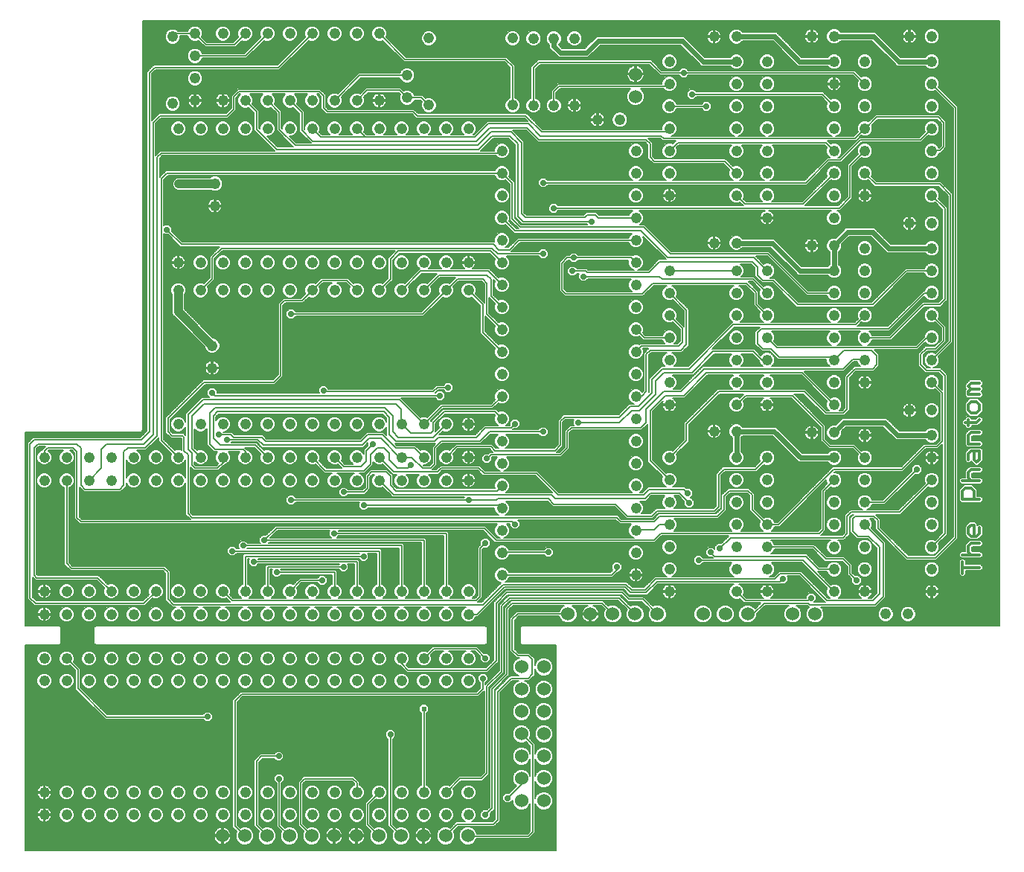
<source format=gtl>
G75*
%MOIN*%
%OFA0B0*%
%FSLAX25Y25*%
%IPPOS*%
%LPD*%
%AMOC8*
5,1,8,0,0,1.08239X$1,22.5*
%
%ADD10C,0.01400*%
%ADD11C,0.04800*%
%ADD12C,0.06000*%
%ADD13C,0.00600*%
%ADD14OC8,0.02381*%
%ADD15C,0.19748*%
%ADD16C,0.02400*%
%ADD17C,0.02362*%
%ADD18C,0.03937*%
%ADD19C,0.02381*%
D10*
X0422594Y0126900D02*
X0422594Y0131971D01*
X0422594Y0129435D02*
X0430200Y0129435D01*
X0430200Y0135187D02*
X0422594Y0135187D01*
X0425129Y0136455D02*
X0425129Y0138990D01*
X0426397Y0140258D01*
X0430200Y0140258D01*
X0428932Y0143474D02*
X0426397Y0143474D01*
X0425129Y0144742D01*
X0425129Y0147277D01*
X0426397Y0148545D01*
X0427665Y0148545D01*
X0427665Y0143474D01*
X0428932Y0143474D02*
X0430200Y0144742D01*
X0430200Y0147277D01*
X0425129Y0136455D02*
X0426397Y0135187D01*
X0427665Y0160048D02*
X0427665Y0163852D01*
X0426397Y0165119D01*
X0423861Y0165119D01*
X0422594Y0163852D01*
X0422594Y0160048D01*
X0430200Y0160048D01*
X0430200Y0168335D02*
X0422594Y0168335D01*
X0425129Y0169603D02*
X0425129Y0172139D01*
X0426397Y0173406D01*
X0430200Y0173406D01*
X0428932Y0176622D02*
X0427665Y0177890D01*
X0427665Y0181693D01*
X0426397Y0181693D02*
X0430200Y0181693D01*
X0430200Y0177890D01*
X0428932Y0176622D01*
X0425129Y0177890D02*
X0425129Y0180426D01*
X0426397Y0181693D01*
X0425129Y0184910D02*
X0425129Y0188713D01*
X0426397Y0189981D01*
X0430200Y0189981D01*
X0428932Y0194464D02*
X0430200Y0195732D01*
X0428932Y0194464D02*
X0423861Y0194464D01*
X0425129Y0193197D02*
X0425129Y0195732D01*
X0426397Y0198721D02*
X0428932Y0198721D01*
X0430200Y0199989D01*
X0430200Y0202525D01*
X0428932Y0203792D01*
X0426397Y0203792D01*
X0425129Y0202525D01*
X0425129Y0199989D01*
X0426397Y0198721D01*
X0425129Y0207008D02*
X0425129Y0208276D01*
X0426397Y0209544D01*
X0425129Y0210812D01*
X0426397Y0212079D01*
X0430200Y0212079D01*
X0430200Y0209544D02*
X0426397Y0209544D01*
X0425129Y0207008D02*
X0430200Y0207008D01*
X0430200Y0184910D02*
X0425129Y0184910D01*
X0425129Y0169603D02*
X0426397Y0168335D01*
D11*
X0408800Y0168700D03*
X0408800Y0158700D03*
X0408800Y0148700D03*
X0408800Y0138700D03*
X0408800Y0128700D03*
X0408800Y0118700D03*
X0398150Y0108700D03*
X0388150Y0108700D03*
X0378800Y0118700D03*
X0378800Y0128700D03*
X0378800Y0138700D03*
X0378800Y0148700D03*
X0378800Y0158700D03*
X0378800Y0168700D03*
X0378800Y0178700D03*
X0378800Y0188700D03*
X0365050Y0189950D03*
X0355050Y0189950D03*
X0365050Y0178700D03*
X0365050Y0168700D03*
X0365050Y0158700D03*
X0365050Y0148700D03*
X0365050Y0138700D03*
X0365050Y0128700D03*
X0365050Y0118700D03*
X0335050Y0118700D03*
X0335050Y0128700D03*
X0335050Y0138700D03*
X0335050Y0148700D03*
X0335050Y0158700D03*
X0335050Y0168700D03*
X0335050Y0178700D03*
X0321300Y0178700D03*
X0321300Y0168700D03*
X0321300Y0158700D03*
X0321300Y0148700D03*
X0321300Y0138700D03*
X0321300Y0128700D03*
X0321300Y0118700D03*
X0291300Y0118700D03*
X0291300Y0128700D03*
X0291300Y0138700D03*
X0291300Y0148700D03*
X0291300Y0158700D03*
X0291300Y0168700D03*
X0291300Y0178700D03*
X0276300Y0176200D03*
X0276300Y0166200D03*
X0276300Y0156200D03*
X0276300Y0146200D03*
X0276300Y0136200D03*
X0276300Y0126200D03*
X0216300Y0126200D03*
X0216300Y0136200D03*
X0216300Y0146200D03*
X0216300Y0156200D03*
X0216300Y0166200D03*
X0216300Y0176200D03*
X0216300Y0186200D03*
X0216300Y0196200D03*
X0216300Y0206200D03*
X0216300Y0216200D03*
X0216300Y0226200D03*
X0216300Y0236200D03*
X0216300Y0246200D03*
X0216300Y0256200D03*
X0216300Y0266200D03*
X0216300Y0276200D03*
X0216300Y0286200D03*
X0216300Y0296200D03*
X0216300Y0306200D03*
X0216300Y0316200D03*
X0201300Y0326200D03*
X0191300Y0326200D03*
X0181300Y0326200D03*
X0171300Y0326200D03*
X0161300Y0326200D03*
X0151300Y0326200D03*
X0141300Y0326200D03*
X0131300Y0326200D03*
X0121300Y0326200D03*
X0111300Y0326200D03*
X0101300Y0326200D03*
X0091300Y0326200D03*
X0081300Y0326200D03*
X0071300Y0326200D03*
X0068800Y0337300D03*
X0078800Y0338700D03*
X0078800Y0348700D03*
X0078800Y0358700D03*
X0078800Y0368700D03*
X0068800Y0367300D03*
X0091300Y0368700D03*
X0101300Y0368700D03*
X0111300Y0368700D03*
X0121300Y0368700D03*
X0131300Y0368700D03*
X0141300Y0368700D03*
X0151300Y0368700D03*
X0161300Y0368700D03*
X0183600Y0366600D03*
X0173800Y0349950D03*
X0173800Y0339950D03*
X0183600Y0336600D03*
X0161300Y0338700D03*
X0151300Y0338700D03*
X0141300Y0338700D03*
X0131300Y0338700D03*
X0121300Y0338700D03*
X0111300Y0338700D03*
X0101300Y0338700D03*
X0091300Y0338700D03*
X0087700Y0301500D03*
X0087700Y0291500D03*
X0091300Y0266200D03*
X0081300Y0266200D03*
X0071300Y0266200D03*
X0071300Y0253700D03*
X0081300Y0253700D03*
X0091300Y0253700D03*
X0101300Y0253700D03*
X0111300Y0253700D03*
X0121300Y0253700D03*
X0131300Y0253700D03*
X0141300Y0253700D03*
X0151300Y0253700D03*
X0161300Y0253700D03*
X0171300Y0253700D03*
X0181300Y0253700D03*
X0191300Y0253700D03*
X0201300Y0253700D03*
X0201300Y0266200D03*
X0191300Y0266200D03*
X0181300Y0266200D03*
X0171300Y0266200D03*
X0161300Y0266200D03*
X0151300Y0266200D03*
X0141300Y0266200D03*
X0131300Y0266200D03*
X0121300Y0266200D03*
X0111300Y0266200D03*
X0101300Y0266200D03*
X0086500Y0228900D03*
X0086500Y0218900D03*
X0091300Y0193700D03*
X0081300Y0193700D03*
X0071300Y0193700D03*
X0071300Y0178873D03*
X0081300Y0178873D03*
X0091300Y0178873D03*
X0101300Y0178873D03*
X0111300Y0178873D03*
X0121300Y0178873D03*
X0131300Y0178873D03*
X0141300Y0178873D03*
X0151300Y0178873D03*
X0161300Y0178873D03*
X0171300Y0178873D03*
X0181300Y0178873D03*
X0191300Y0178873D03*
X0201300Y0178873D03*
X0201300Y0168527D03*
X0191300Y0168527D03*
X0181300Y0168527D03*
X0171300Y0168527D03*
X0161300Y0168527D03*
X0151300Y0168527D03*
X0141300Y0168527D03*
X0131300Y0168527D03*
X0121300Y0168527D03*
X0111300Y0168527D03*
X0101300Y0168527D03*
X0091300Y0168527D03*
X0081300Y0168527D03*
X0071300Y0168527D03*
X0061300Y0168527D03*
X0051300Y0168527D03*
X0041300Y0168527D03*
X0031300Y0168527D03*
X0021300Y0168527D03*
X0011300Y0168527D03*
X0011300Y0178873D03*
X0021300Y0178873D03*
X0031300Y0178873D03*
X0041300Y0178873D03*
X0051300Y0178873D03*
X0061300Y0178873D03*
X0101300Y0193700D03*
X0111300Y0193700D03*
X0121300Y0193700D03*
X0131300Y0193700D03*
X0141300Y0193700D03*
X0151300Y0193700D03*
X0161300Y0193700D03*
X0171300Y0193700D03*
X0181300Y0193700D03*
X0191300Y0193700D03*
X0201300Y0193700D03*
X0276300Y0196200D03*
X0276300Y0186200D03*
X0291300Y0202450D03*
X0291300Y0212450D03*
X0291300Y0222450D03*
X0291300Y0232450D03*
X0291300Y0242450D03*
X0291300Y0252450D03*
X0291300Y0262450D03*
X0276300Y0266200D03*
X0276300Y0256200D03*
X0276300Y0246200D03*
X0276300Y0236200D03*
X0276300Y0226200D03*
X0276300Y0216200D03*
X0276300Y0206200D03*
X0311300Y0190550D03*
X0321300Y0190550D03*
X0321300Y0202450D03*
X0321300Y0212450D03*
X0321300Y0222450D03*
X0321300Y0232450D03*
X0321300Y0242450D03*
X0321300Y0252450D03*
X0321300Y0262450D03*
X0321300Y0274900D03*
X0311300Y0274900D03*
X0335050Y0286200D03*
X0335050Y0296200D03*
X0335050Y0306200D03*
X0335050Y0316200D03*
X0335050Y0326200D03*
X0335050Y0336200D03*
X0335050Y0346200D03*
X0335050Y0356200D03*
X0321300Y0356200D03*
X0321300Y0346200D03*
X0321300Y0336200D03*
X0321300Y0326200D03*
X0321300Y0316200D03*
X0321300Y0306200D03*
X0321300Y0296200D03*
X0291300Y0296200D03*
X0291300Y0306200D03*
X0291300Y0316200D03*
X0291300Y0326200D03*
X0291300Y0336200D03*
X0291300Y0346200D03*
X0291300Y0356200D03*
X0311300Y0367300D03*
X0321300Y0367300D03*
X0355050Y0367450D03*
X0365050Y0367450D03*
X0365050Y0356200D03*
X0365050Y0346200D03*
X0365050Y0336200D03*
X0365050Y0326200D03*
X0365050Y0316200D03*
X0365050Y0306200D03*
X0365050Y0296200D03*
X0365050Y0286200D03*
X0365050Y0273700D03*
X0355050Y0273700D03*
X0365050Y0262450D03*
X0365050Y0252450D03*
X0365050Y0242450D03*
X0365050Y0232450D03*
X0365050Y0222450D03*
X0365050Y0212450D03*
X0365050Y0202450D03*
X0378800Y0212450D03*
X0378800Y0222450D03*
X0378800Y0232450D03*
X0378800Y0242450D03*
X0378800Y0252450D03*
X0378800Y0262450D03*
X0378800Y0272450D03*
X0398800Y0283700D03*
X0408800Y0283700D03*
X0408800Y0272450D03*
X0408800Y0262450D03*
X0408800Y0252450D03*
X0408800Y0242450D03*
X0408800Y0232450D03*
X0408800Y0222450D03*
X0408800Y0212450D03*
X0408800Y0199950D03*
X0398800Y0199950D03*
X0408800Y0188700D03*
X0408800Y0178700D03*
X0335050Y0202450D03*
X0335050Y0212450D03*
X0335050Y0222450D03*
X0335050Y0232450D03*
X0335050Y0242450D03*
X0335050Y0252450D03*
X0335050Y0262450D03*
X0378800Y0296200D03*
X0378800Y0306200D03*
X0378800Y0316200D03*
X0378800Y0326200D03*
X0378800Y0336200D03*
X0378800Y0346200D03*
X0378800Y0356200D03*
X0398800Y0367450D03*
X0408800Y0367450D03*
X0408800Y0356200D03*
X0408800Y0346200D03*
X0408800Y0336200D03*
X0408800Y0326200D03*
X0408800Y0316200D03*
X0408800Y0306200D03*
X0408800Y0296200D03*
X0276300Y0296200D03*
X0276300Y0286200D03*
X0276300Y0276200D03*
X0276300Y0306200D03*
X0276300Y0316200D03*
X0269100Y0330100D03*
X0259100Y0330100D03*
X0248750Y0336550D03*
X0239550Y0336550D03*
X0230350Y0336550D03*
X0221050Y0336600D03*
X0221050Y0366600D03*
X0230350Y0366550D03*
X0239550Y0366550D03*
X0248750Y0366550D03*
X0201300Y0118873D03*
X0191300Y0118873D03*
X0181300Y0118873D03*
X0171300Y0118873D03*
X0161300Y0118873D03*
X0151300Y0118873D03*
X0141300Y0118873D03*
X0131300Y0118873D03*
X0121300Y0118873D03*
X0111300Y0118873D03*
X0101300Y0118873D03*
X0091300Y0118873D03*
X0081300Y0118873D03*
X0071300Y0118873D03*
X0061300Y0118873D03*
X0051300Y0118873D03*
X0041300Y0118873D03*
X0031300Y0118873D03*
X0021300Y0118873D03*
X0011300Y0118873D03*
X0011300Y0108527D03*
X0021300Y0108527D03*
X0031300Y0108527D03*
X0041300Y0108527D03*
X0051300Y0108527D03*
X0061300Y0108527D03*
X0071300Y0108527D03*
X0081300Y0108527D03*
X0091300Y0108527D03*
X0101300Y0108527D03*
X0111300Y0108527D03*
X0121300Y0108527D03*
X0131300Y0108527D03*
X0141300Y0108527D03*
X0151300Y0108527D03*
X0161300Y0108527D03*
X0171300Y0108527D03*
X0181300Y0108527D03*
X0191300Y0108527D03*
X0201300Y0108527D03*
X0201300Y0088750D03*
X0191300Y0088750D03*
X0181300Y0088750D03*
X0171300Y0088750D03*
X0161300Y0088750D03*
X0151300Y0088750D03*
X0141300Y0088750D03*
X0131300Y0088750D03*
X0121300Y0088750D03*
X0111300Y0088750D03*
X0101300Y0088750D03*
X0091300Y0088750D03*
X0081300Y0088750D03*
X0071300Y0088750D03*
X0061300Y0088750D03*
X0051300Y0088750D03*
X0041300Y0088750D03*
X0031300Y0088750D03*
X0021300Y0088750D03*
X0011300Y0088750D03*
X0011300Y0078700D03*
X0021300Y0078700D03*
X0031300Y0078700D03*
X0041300Y0078700D03*
X0051300Y0078700D03*
X0061300Y0078700D03*
X0071300Y0078700D03*
X0081300Y0078700D03*
X0091300Y0078700D03*
X0101300Y0078700D03*
X0111300Y0078700D03*
X0121300Y0078700D03*
X0131300Y0078700D03*
X0141300Y0078700D03*
X0151300Y0078700D03*
X0161300Y0078700D03*
X0171300Y0078700D03*
X0181300Y0078700D03*
X0191300Y0078700D03*
X0201300Y0078700D03*
X0201300Y0028750D03*
X0191300Y0028750D03*
X0181300Y0028750D03*
X0171300Y0028750D03*
X0161300Y0028750D03*
X0151300Y0028750D03*
X0141300Y0028750D03*
X0131300Y0028750D03*
X0121300Y0028750D03*
X0111300Y0028750D03*
X0101300Y0028750D03*
X0091300Y0028750D03*
X0081300Y0028750D03*
X0071300Y0028750D03*
X0061300Y0028750D03*
X0051300Y0028750D03*
X0041300Y0028750D03*
X0031300Y0028750D03*
X0021300Y0028750D03*
X0011300Y0028750D03*
X0011300Y0018700D03*
X0021300Y0018700D03*
X0031300Y0018700D03*
X0041300Y0018700D03*
X0051300Y0018700D03*
X0061300Y0018700D03*
X0071300Y0018700D03*
X0081300Y0018700D03*
X0091300Y0018700D03*
X0101300Y0018700D03*
X0111300Y0018700D03*
X0121300Y0018700D03*
X0131300Y0018700D03*
X0141300Y0018700D03*
X0151300Y0018700D03*
X0161300Y0018700D03*
X0171300Y0018700D03*
X0181300Y0018700D03*
X0191300Y0018700D03*
X0201300Y0018700D03*
D12*
X0201050Y0009300D03*
X0191050Y0009300D03*
X0181050Y0009300D03*
X0171050Y0009300D03*
X0161050Y0009300D03*
X0151050Y0009300D03*
X0141050Y0009300D03*
X0131050Y0009300D03*
X0121050Y0009300D03*
X0111050Y0009300D03*
X0101050Y0009300D03*
X0091050Y0009300D03*
X0225050Y0024950D03*
X0225050Y0034950D03*
X0225050Y0044950D03*
X0225050Y0054950D03*
X0225050Y0064950D03*
X0225050Y0074950D03*
X0225050Y0084950D03*
X0235050Y0084950D03*
X0235050Y0074950D03*
X0235050Y0064950D03*
X0235050Y0054950D03*
X0235050Y0044950D03*
X0235050Y0034950D03*
X0235050Y0024950D03*
X0245900Y0108700D03*
X0255900Y0108700D03*
X0265900Y0108700D03*
X0275900Y0108700D03*
X0285900Y0108700D03*
X0306300Y0108700D03*
X0316300Y0108700D03*
X0326300Y0108700D03*
X0346500Y0108700D03*
X0356500Y0108700D03*
X0276100Y0340550D03*
X0276100Y0350550D03*
D13*
X0002687Y0094713D02*
X0002687Y0002687D01*
X0240513Y0002687D01*
X0240513Y0094713D01*
X0225125Y0094713D01*
X0224313Y0095525D01*
X0224313Y0102675D01*
X0225125Y0103487D01*
X0439113Y0103487D01*
X0439113Y0374313D01*
X0055487Y0374313D01*
X0055487Y0190925D01*
X0054675Y0190113D01*
X0002687Y0190113D01*
X0002687Y0103487D01*
X0018075Y0103487D01*
X0018887Y0102675D01*
X0018887Y0095525D01*
X0018075Y0094713D01*
X0002687Y0094713D01*
X0002687Y0094668D02*
X0212600Y0094668D01*
X0212600Y0095266D02*
X0209428Y0095266D01*
X0209687Y0095525D02*
X0209687Y0102675D01*
X0208875Y0103487D01*
X0207725Y0103487D01*
X0035475Y0103487D01*
X0034325Y0103487D01*
X0033513Y0102675D01*
X0033513Y0095525D01*
X0034325Y0094713D01*
X0208875Y0094713D01*
X0209687Y0095525D01*
X0209687Y0095865D02*
X0212600Y0095865D01*
X0212600Y0096463D02*
X0209687Y0096463D01*
X0209687Y0097062D02*
X0212600Y0097062D01*
X0212600Y0097660D02*
X0209687Y0097660D01*
X0209687Y0098259D02*
X0212600Y0098259D01*
X0212600Y0098857D02*
X0209687Y0098857D01*
X0209687Y0099456D02*
X0212600Y0099456D01*
X0212600Y0100054D02*
X0209687Y0100054D01*
X0209687Y0100653D02*
X0212600Y0100653D01*
X0212600Y0101251D02*
X0209687Y0101251D01*
X0209687Y0101850D02*
X0212600Y0101850D01*
X0212600Y0102448D02*
X0209687Y0102448D01*
X0209315Y0103047D02*
X0212600Y0103047D01*
X0212600Y0103645D02*
X0002687Y0103645D01*
X0002687Y0104244D02*
X0212600Y0104244D01*
X0212600Y0104842D02*
X0002687Y0104842D01*
X0002687Y0105441D02*
X0010126Y0105441D01*
X0010337Y0105354D02*
X0010975Y0105227D01*
X0011000Y0105227D01*
X0011000Y0108227D01*
X0008000Y0108227D01*
X0008000Y0108202D01*
X0008127Y0107564D01*
X0008376Y0106964D01*
X0008737Y0106423D01*
X0009196Y0105963D01*
X0009737Y0105602D01*
X0010337Y0105354D01*
X0011000Y0105441D02*
X0011600Y0105441D01*
X0011600Y0105227D02*
X0011625Y0105227D01*
X0012263Y0105354D01*
X0012863Y0105602D01*
X0013404Y0105963D01*
X0013863Y0106423D01*
X0014224Y0106964D01*
X0014473Y0107564D01*
X0014600Y0108202D01*
X0014600Y0108227D01*
X0011600Y0108227D01*
X0011600Y0108827D01*
X0011000Y0108827D01*
X0011000Y0111827D01*
X0010975Y0111827D01*
X0010337Y0111700D01*
X0009737Y0111451D01*
X0009196Y0111090D01*
X0008737Y0110630D01*
X0008376Y0110090D01*
X0008127Y0109489D01*
X0008000Y0108852D01*
X0008000Y0108827D01*
X0011000Y0108827D01*
X0011000Y0108227D01*
X0011600Y0108227D01*
X0011600Y0105227D01*
X0011600Y0106039D02*
X0011000Y0106039D01*
X0011000Y0106638D02*
X0011600Y0106638D01*
X0011600Y0107237D02*
X0011000Y0107237D01*
X0011000Y0107835D02*
X0011600Y0107835D01*
X0011600Y0108434D02*
X0017813Y0108434D01*
X0017813Y0109032D02*
X0014564Y0109032D01*
X0014600Y0108852D02*
X0014473Y0109489D01*
X0014224Y0110090D01*
X0013863Y0110630D01*
X0013404Y0111090D01*
X0012863Y0111451D01*
X0012263Y0111700D01*
X0011625Y0111827D01*
X0011600Y0111827D01*
X0011600Y0108827D01*
X0014600Y0108827D01*
X0014600Y0108852D01*
X0014415Y0109631D02*
X0017982Y0109631D01*
X0017813Y0109220D02*
X0018344Y0110502D01*
X0019325Y0111483D01*
X0020606Y0112014D01*
X0021994Y0112014D01*
X0023275Y0111483D01*
X0024256Y0110502D01*
X0024787Y0109220D01*
X0024787Y0107833D01*
X0024256Y0106551D01*
X0023275Y0105570D01*
X0021994Y0105039D01*
X0020606Y0105039D01*
X0019325Y0105570D01*
X0018344Y0106551D01*
X0017813Y0107833D01*
X0017813Y0109220D01*
X0018230Y0110229D02*
X0014131Y0110229D01*
X0013666Y0110828D02*
X0018669Y0110828D01*
X0019267Y0111426D02*
X0012901Y0111426D01*
X0011600Y0111426D02*
X0011000Y0111426D01*
X0011000Y0110828D02*
X0011600Y0110828D01*
X0011600Y0110229D02*
X0011000Y0110229D01*
X0011000Y0109631D02*
X0011600Y0109631D01*
X0011600Y0109032D02*
X0011000Y0109032D01*
X0011000Y0108434D02*
X0002687Y0108434D01*
X0002687Y0109032D02*
X0008036Y0109032D01*
X0008185Y0109631D02*
X0002687Y0109631D01*
X0002687Y0110229D02*
X0008469Y0110229D01*
X0008934Y0110828D02*
X0002687Y0110828D01*
X0002687Y0111426D02*
X0009699Y0111426D01*
X0006844Y0112400D02*
X0004444Y0114800D01*
X0003800Y0115444D01*
X0003800Y0185356D01*
X0004444Y0186000D01*
X0004444Y0186000D01*
X0005600Y0187156D01*
X0005600Y0187156D01*
X0006244Y0187800D01*
X0054244Y0187800D01*
X0057200Y0190756D01*
X0057200Y0351556D01*
X0059600Y0353956D01*
X0060244Y0354600D01*
X0115644Y0354600D01*
X0128175Y0367131D01*
X0127813Y0368006D01*
X0127813Y0369394D01*
X0128344Y0370675D01*
X0129325Y0371656D01*
X0130606Y0372187D01*
X0131994Y0372187D01*
X0133275Y0371656D01*
X0134256Y0370675D01*
X0134787Y0369394D01*
X0134787Y0368006D01*
X0134256Y0366725D01*
X0133275Y0365744D01*
X0131994Y0365213D01*
X0130606Y0365213D01*
X0129731Y0365575D01*
X0116556Y0352400D01*
X0061156Y0352400D01*
X0059400Y0350644D01*
X0059400Y0329756D01*
X0062000Y0332356D01*
X0062644Y0333000D01*
X0092644Y0333000D01*
X0095000Y0335356D01*
X0095000Y0340756D01*
X0097400Y0343156D01*
X0098044Y0343800D01*
X0134956Y0343800D01*
X0135600Y0343156D01*
X0135600Y0343156D01*
X0136756Y0342000D01*
X0136756Y0342000D01*
X0137400Y0341356D01*
X0137400Y0335956D01*
X0138556Y0334800D01*
X0176956Y0334800D01*
X0178756Y0333000D01*
X0227356Y0333000D01*
X0234556Y0325800D01*
X0287813Y0325800D01*
X0287813Y0326894D01*
X0288344Y0328175D01*
X0289325Y0329156D01*
X0290606Y0329687D01*
X0291994Y0329687D01*
X0293275Y0329156D01*
X0294256Y0328175D01*
X0294787Y0326894D01*
X0294787Y0325506D01*
X0294256Y0324225D01*
X0293275Y0323244D01*
X0292205Y0322800D01*
X0320395Y0322800D01*
X0319325Y0323244D01*
X0318344Y0324225D01*
X0317813Y0325506D01*
X0317813Y0326894D01*
X0318344Y0328175D01*
X0319325Y0329156D01*
X0320606Y0329687D01*
X0321994Y0329687D01*
X0323275Y0329156D01*
X0324256Y0328175D01*
X0324787Y0326894D01*
X0324787Y0325506D01*
X0324256Y0324225D01*
X0323275Y0323244D01*
X0322205Y0322800D01*
X0334145Y0322800D01*
X0333075Y0323244D01*
X0332094Y0324225D01*
X0331563Y0325506D01*
X0331563Y0326894D01*
X0332094Y0328175D01*
X0333075Y0329156D01*
X0334356Y0329687D01*
X0335744Y0329687D01*
X0337025Y0329156D01*
X0338006Y0328175D01*
X0338537Y0326894D01*
X0338537Y0325506D01*
X0338006Y0324225D01*
X0337025Y0323244D01*
X0335955Y0322800D01*
X0364145Y0322800D01*
X0363075Y0323244D01*
X0362094Y0324225D01*
X0361563Y0325506D01*
X0361563Y0326894D01*
X0362094Y0328175D01*
X0363075Y0329156D01*
X0364356Y0329687D01*
X0365744Y0329687D01*
X0367025Y0329156D01*
X0368006Y0328175D01*
X0368537Y0326894D01*
X0368537Y0325506D01*
X0368006Y0324225D01*
X0367025Y0323244D01*
X0365955Y0322800D01*
X0373844Y0322800D01*
X0375675Y0324631D01*
X0375313Y0325506D01*
X0375313Y0326894D01*
X0375844Y0328175D01*
X0376825Y0329156D01*
X0378106Y0329687D01*
X0379494Y0329687D01*
X0380511Y0329266D01*
X0383000Y0331756D01*
X0383644Y0332400D01*
X0412156Y0332400D01*
X0414556Y0330000D01*
X0415200Y0329356D01*
X0415200Y0317644D01*
X0413400Y0315844D01*
X0412756Y0315200D01*
X0412161Y0315200D01*
X0411756Y0314225D01*
X0410775Y0313244D01*
X0409494Y0312713D01*
X0408106Y0312713D01*
X0406825Y0313244D01*
X0405844Y0314225D01*
X0405313Y0315506D01*
X0405313Y0316894D01*
X0405844Y0318175D01*
X0406825Y0319156D01*
X0408106Y0319687D01*
X0409494Y0319687D01*
X0410775Y0319156D01*
X0411756Y0318175D01*
X0412009Y0317565D01*
X0413000Y0318556D01*
X0413000Y0328444D01*
X0411244Y0330200D01*
X0384556Y0330200D01*
X0381983Y0327628D01*
X0382287Y0326894D01*
X0382287Y0325506D01*
X0381756Y0324225D01*
X0380775Y0323244D01*
X0379494Y0322713D01*
X0378106Y0322713D01*
X0377231Y0323075D01*
X0375400Y0321244D01*
X0375400Y0321244D01*
X0374756Y0320600D01*
X0362206Y0320600D01*
X0363481Y0319325D01*
X0364356Y0319687D01*
X0365744Y0319687D01*
X0367025Y0319156D01*
X0368006Y0318175D01*
X0368537Y0316894D01*
X0368537Y0315506D01*
X0368006Y0314225D01*
X0367025Y0313244D01*
X0366920Y0313200D01*
X0367444Y0313200D01*
X0376444Y0322200D01*
X0403244Y0322200D01*
X0405675Y0324631D01*
X0405313Y0325506D01*
X0405313Y0326894D01*
X0405844Y0328175D01*
X0406825Y0329156D01*
X0408106Y0329687D01*
X0409494Y0329687D01*
X0410775Y0329156D01*
X0411756Y0328175D01*
X0412287Y0326894D01*
X0412287Y0325506D01*
X0411756Y0324225D01*
X0410775Y0323244D01*
X0409494Y0322713D01*
X0408106Y0322713D01*
X0407231Y0323075D01*
X0404156Y0320000D01*
X0377356Y0320000D01*
X0369000Y0311644D01*
X0368356Y0311000D01*
X0362956Y0311000D01*
X0353400Y0301444D01*
X0352756Y0300800D01*
X0236822Y0300800D01*
X0235644Y0299622D01*
X0233756Y0299622D01*
X0232422Y0300956D01*
X0232422Y0302844D01*
X0233756Y0304178D01*
X0235644Y0304178D01*
X0236822Y0303000D01*
X0274913Y0303000D01*
X0274325Y0303244D01*
X0273344Y0304225D01*
X0272813Y0305506D01*
X0272813Y0306894D01*
X0273344Y0308175D01*
X0274325Y0309156D01*
X0275606Y0309687D01*
X0276994Y0309687D01*
X0278275Y0309156D01*
X0279256Y0308175D01*
X0279787Y0306894D01*
X0279787Y0305506D01*
X0279256Y0304225D01*
X0278275Y0303244D01*
X0277687Y0303000D01*
X0289913Y0303000D01*
X0289325Y0303244D01*
X0288344Y0304225D01*
X0287813Y0305506D01*
X0287813Y0306894D01*
X0288344Y0308175D01*
X0289325Y0309156D01*
X0290606Y0309687D01*
X0291994Y0309687D01*
X0293275Y0309156D01*
X0294256Y0308175D01*
X0294787Y0306894D01*
X0294787Y0305506D01*
X0294256Y0304225D01*
X0293275Y0303244D01*
X0292687Y0303000D01*
X0319913Y0303000D01*
X0319325Y0303244D01*
X0318344Y0304225D01*
X0317813Y0305506D01*
X0317813Y0306894D01*
X0318175Y0307769D01*
X0315544Y0310400D01*
X0284044Y0310400D01*
X0281600Y0312844D01*
X0281600Y0318844D01*
X0280444Y0320000D01*
X0232444Y0320000D01*
X0231800Y0320644D01*
X0227044Y0325400D01*
X0221156Y0325400D01*
X0225556Y0321000D01*
X0226200Y0320356D01*
X0226200Y0288556D01*
X0227356Y0287400D01*
X0252844Y0287400D01*
X0253400Y0287956D01*
X0254044Y0288600D01*
X0258556Y0288600D01*
X0259856Y0287300D01*
X0272981Y0287300D01*
X0273344Y0288175D01*
X0274325Y0289156D01*
X0274913Y0289400D01*
X0241622Y0289400D01*
X0240444Y0288222D01*
X0238556Y0288222D01*
X0237222Y0289556D01*
X0237222Y0291444D01*
X0238556Y0292778D01*
X0240444Y0292778D01*
X0241622Y0291600D01*
X0324344Y0291600D01*
X0322869Y0293075D01*
X0321994Y0292713D01*
X0320606Y0292713D01*
X0319325Y0293244D01*
X0318344Y0294225D01*
X0317813Y0295506D01*
X0317813Y0296894D01*
X0318344Y0298175D01*
X0319325Y0299156D01*
X0320606Y0299687D01*
X0321994Y0299687D01*
X0323275Y0299156D01*
X0324256Y0298175D01*
X0324787Y0296894D01*
X0324787Y0295506D01*
X0324425Y0294631D01*
X0325656Y0293400D01*
X0332918Y0293400D01*
X0332094Y0294225D01*
X0331563Y0295506D01*
X0331563Y0296894D01*
X0332094Y0298175D01*
X0333075Y0299156D01*
X0334356Y0299687D01*
X0335744Y0299687D01*
X0337025Y0299156D01*
X0338006Y0298175D01*
X0338537Y0296894D01*
X0338537Y0295506D01*
X0338006Y0294225D01*
X0337182Y0293400D01*
X0350694Y0293400D01*
X0361925Y0304631D01*
X0361563Y0305506D01*
X0361563Y0306894D01*
X0362094Y0308175D01*
X0363075Y0309156D01*
X0364356Y0309687D01*
X0365744Y0309687D01*
X0367025Y0309156D01*
X0368006Y0308175D01*
X0368537Y0306894D01*
X0368537Y0305506D01*
X0368006Y0304225D01*
X0367025Y0303244D01*
X0365744Y0302713D01*
X0364356Y0302713D01*
X0363481Y0303075D01*
X0352250Y0291844D01*
X0352250Y0291844D01*
X0352006Y0291600D01*
X0366844Y0291600D01*
X0371000Y0295756D01*
X0371000Y0309956D01*
X0371644Y0310600D01*
X0375675Y0314631D01*
X0375313Y0315506D01*
X0375313Y0316894D01*
X0375844Y0318175D01*
X0376825Y0319156D01*
X0378106Y0319687D01*
X0379494Y0319687D01*
X0380775Y0319156D01*
X0381756Y0318175D01*
X0382287Y0316894D01*
X0382287Y0315506D01*
X0381756Y0314225D01*
X0380775Y0313244D01*
X0379494Y0312713D01*
X0378106Y0312713D01*
X0377231Y0313075D01*
X0373200Y0309044D01*
X0373200Y0294844D01*
X0368400Y0290044D01*
X0367756Y0289400D01*
X0366437Y0289400D01*
X0367025Y0289156D01*
X0368006Y0288175D01*
X0368537Y0286894D01*
X0368537Y0285506D01*
X0368006Y0284225D01*
X0367025Y0283244D01*
X0365744Y0282713D01*
X0364356Y0282713D01*
X0363075Y0283244D01*
X0362094Y0284225D01*
X0361563Y0285506D01*
X0361563Y0286894D01*
X0362094Y0288175D01*
X0363075Y0289156D01*
X0363663Y0289400D01*
X0335878Y0289400D01*
X0336013Y0289373D01*
X0336613Y0289124D01*
X0337154Y0288763D01*
X0337613Y0288304D01*
X0337974Y0287763D01*
X0338223Y0287163D01*
X0338350Y0286525D01*
X0338350Y0286500D01*
X0335350Y0286500D01*
X0335350Y0285900D01*
X0338350Y0285900D01*
X0338350Y0285875D01*
X0338223Y0285237D01*
X0337974Y0284637D01*
X0337613Y0284096D01*
X0337154Y0283637D01*
X0336613Y0283276D01*
X0336013Y0283027D01*
X0335375Y0282900D01*
X0335350Y0282900D01*
X0335350Y0285900D01*
X0334750Y0285900D01*
X0334750Y0282900D01*
X0334725Y0282900D01*
X0334087Y0283027D01*
X0333487Y0283276D01*
X0332946Y0283637D01*
X0332487Y0284096D01*
X0332126Y0284637D01*
X0331877Y0285237D01*
X0331750Y0285875D01*
X0331750Y0285900D01*
X0334750Y0285900D01*
X0334750Y0286500D01*
X0331750Y0286500D01*
X0331750Y0286525D01*
X0331877Y0287163D01*
X0332126Y0287763D01*
X0332487Y0288304D01*
X0332946Y0288763D01*
X0333487Y0289124D01*
X0334087Y0289373D01*
X0334222Y0289400D01*
X0277687Y0289400D01*
X0278275Y0289156D01*
X0279256Y0288175D01*
X0279787Y0286894D01*
X0279787Y0285506D01*
X0279256Y0284225D01*
X0278275Y0283244D01*
X0278170Y0283200D01*
X0280156Y0283200D01*
X0292156Y0271200D01*
X0335956Y0271200D01*
X0353606Y0253550D01*
X0361731Y0253550D01*
X0362094Y0254425D01*
X0363075Y0255406D01*
X0364356Y0255937D01*
X0365744Y0255937D01*
X0367025Y0255406D01*
X0368006Y0254425D01*
X0368537Y0253144D01*
X0368537Y0251756D01*
X0368006Y0250475D01*
X0367025Y0249494D01*
X0365744Y0248963D01*
X0364356Y0248963D01*
X0363075Y0249494D01*
X0362094Y0250475D01*
X0361731Y0251350D01*
X0352694Y0251350D01*
X0352050Y0251994D01*
X0335044Y0269000D01*
X0330056Y0269000D01*
X0330300Y0268756D01*
X0333481Y0265575D01*
X0334356Y0265937D01*
X0335744Y0265937D01*
X0337025Y0265406D01*
X0338006Y0264425D01*
X0338537Y0263144D01*
X0338537Y0261756D01*
X0338006Y0260475D01*
X0337025Y0259494D01*
X0336317Y0259200D01*
X0338356Y0259200D01*
X0349156Y0248400D01*
X0381844Y0248400D01*
X0396994Y0263550D01*
X0405481Y0263550D01*
X0405844Y0264425D01*
X0406825Y0265406D01*
X0408106Y0265937D01*
X0409494Y0265937D01*
X0410775Y0265406D01*
X0411756Y0264425D01*
X0412287Y0263144D01*
X0412287Y0261756D01*
X0411756Y0260475D01*
X0410775Y0259494D01*
X0409494Y0258963D01*
X0408106Y0258963D01*
X0406825Y0259494D01*
X0405844Y0260475D01*
X0405481Y0261350D01*
X0397906Y0261350D01*
X0383400Y0246844D01*
X0382756Y0246200D01*
X0348244Y0246200D01*
X0337444Y0257000D01*
X0332644Y0257000D01*
X0330244Y0259400D01*
X0329600Y0260044D01*
X0329600Y0263644D01*
X0327844Y0265400D01*
X0323282Y0265400D01*
X0324256Y0264425D01*
X0324787Y0263144D01*
X0324787Y0261756D01*
X0324256Y0260475D01*
X0323582Y0259800D01*
X0329256Y0259800D01*
X0329900Y0259156D01*
X0333481Y0255575D01*
X0334356Y0255937D01*
X0335744Y0255937D01*
X0337025Y0255406D01*
X0338006Y0254425D01*
X0338537Y0253144D01*
X0338537Y0251756D01*
X0338006Y0250475D01*
X0337025Y0249494D01*
X0335744Y0248963D01*
X0334356Y0248963D01*
X0333075Y0249494D01*
X0332094Y0250475D01*
X0331563Y0251756D01*
X0331563Y0253144D01*
X0331925Y0254019D01*
X0328344Y0257600D01*
X0326756Y0257600D01*
X0327000Y0257356D01*
X0331200Y0253156D01*
X0331200Y0247856D01*
X0333481Y0245575D01*
X0334356Y0245937D01*
X0335744Y0245937D01*
X0337025Y0245406D01*
X0338006Y0244425D01*
X0338537Y0243144D01*
X0338537Y0241756D01*
X0338006Y0240475D01*
X0337025Y0239494D01*
X0336800Y0239400D01*
X0363300Y0239400D01*
X0363075Y0239494D01*
X0362094Y0240475D01*
X0361563Y0241756D01*
X0361563Y0243144D01*
X0362094Y0244425D01*
X0363075Y0245406D01*
X0364356Y0245937D01*
X0365744Y0245937D01*
X0367025Y0245406D01*
X0368006Y0244425D01*
X0368537Y0243144D01*
X0368537Y0241756D01*
X0368006Y0240475D01*
X0367025Y0239494D01*
X0366800Y0239400D01*
X0374194Y0239400D01*
X0375675Y0240881D01*
X0375313Y0241756D01*
X0375313Y0243144D01*
X0375844Y0244425D01*
X0376825Y0245406D01*
X0378106Y0245937D01*
X0379494Y0245937D01*
X0380775Y0245406D01*
X0381756Y0244425D01*
X0382287Y0243144D01*
X0382287Y0241756D01*
X0381756Y0240475D01*
X0380775Y0239494D01*
X0379494Y0238963D01*
X0378106Y0238963D01*
X0377231Y0239325D01*
X0375750Y0237844D01*
X0375506Y0237600D01*
X0389044Y0237600D01*
X0404994Y0253550D01*
X0405481Y0253550D01*
X0405844Y0254425D01*
X0406825Y0255406D01*
X0408106Y0255937D01*
X0409494Y0255937D01*
X0410775Y0255406D01*
X0411756Y0254425D01*
X0412287Y0253144D01*
X0412287Y0251756D01*
X0411756Y0250475D01*
X0410775Y0249494D01*
X0409494Y0248963D01*
X0408106Y0248963D01*
X0406825Y0249494D01*
X0405844Y0250475D01*
X0405605Y0251050D01*
X0390600Y0236044D01*
X0389956Y0235400D01*
X0380782Y0235400D01*
X0381756Y0234425D01*
X0382119Y0233550D01*
X0389794Y0233550D01*
X0404000Y0247756D01*
X0404644Y0248400D01*
X0411844Y0248400D01*
X0413600Y0250156D01*
X0413600Y0289844D01*
X0410369Y0293075D01*
X0409494Y0292713D01*
X0408106Y0292713D01*
X0406825Y0293244D01*
X0405844Y0294225D01*
X0405313Y0295506D01*
X0405313Y0296894D01*
X0405844Y0298175D01*
X0406825Y0299156D01*
X0408106Y0299687D01*
X0409494Y0299687D01*
X0410775Y0299156D01*
X0411756Y0298175D01*
X0412287Y0296894D01*
X0412287Y0295506D01*
X0411925Y0294631D01*
X0415156Y0291400D01*
X0415156Y0291400D01*
X0415800Y0290756D01*
X0415800Y0249244D01*
X0415156Y0248600D01*
X0412756Y0246200D01*
X0405556Y0246200D01*
X0390706Y0231350D01*
X0382119Y0231350D01*
X0381756Y0230475D01*
X0380775Y0229494D01*
X0380067Y0229200D01*
X0401644Y0229200D01*
X0405313Y0232868D01*
X0405313Y0233144D01*
X0405844Y0234425D01*
X0406825Y0235406D01*
X0408106Y0235937D01*
X0409494Y0235937D01*
X0410775Y0235406D01*
X0411756Y0234425D01*
X0412287Y0233144D01*
X0412287Y0231756D01*
X0411756Y0230475D01*
X0410775Y0229494D01*
X0409494Y0228963D01*
X0408106Y0228963D01*
X0406825Y0229494D01*
X0405937Y0230381D01*
X0403200Y0227644D01*
X0402556Y0227000D01*
X0383156Y0227000D01*
X0384556Y0225600D01*
X0385200Y0224956D01*
X0385200Y0219844D01*
X0383400Y0218044D01*
X0382756Y0217400D01*
X0374956Y0217400D01*
X0372000Y0214444D01*
X0372000Y0200044D01*
X0370200Y0198244D01*
X0369556Y0197600D01*
X0360844Y0197600D01*
X0351244Y0207200D01*
X0347156Y0207200D01*
X0347400Y0206956D01*
X0361200Y0193156D01*
X0361200Y0187156D01*
X0363556Y0184800D01*
X0374256Y0184800D01*
X0374900Y0184156D01*
X0374900Y0184156D01*
X0377231Y0181825D01*
X0378106Y0182187D01*
X0379494Y0182187D01*
X0380775Y0181656D01*
X0381756Y0180675D01*
X0382287Y0179394D01*
X0382287Y0178006D01*
X0381756Y0176725D01*
X0380775Y0175744D01*
X0379494Y0175213D01*
X0378106Y0175213D01*
X0376825Y0175744D01*
X0375844Y0176725D01*
X0375313Y0178006D01*
X0375313Y0179394D01*
X0375675Y0180269D01*
X0373344Y0182600D01*
X0362644Y0182600D01*
X0359644Y0185600D01*
X0359000Y0186244D01*
X0359000Y0192244D01*
X0345844Y0205400D01*
X0336551Y0205400D01*
X0336613Y0205374D01*
X0337154Y0205013D01*
X0337613Y0204554D01*
X0337974Y0204013D01*
X0338223Y0203413D01*
X0338350Y0202775D01*
X0338350Y0202750D01*
X0335350Y0202750D01*
X0335350Y0202150D01*
X0338350Y0202150D01*
X0338350Y0202125D01*
X0338223Y0201487D01*
X0337974Y0200887D01*
X0337613Y0200346D01*
X0337154Y0199887D01*
X0336613Y0199526D01*
X0336013Y0199277D01*
X0335375Y0199150D01*
X0335350Y0199150D01*
X0335350Y0202150D01*
X0334750Y0202150D01*
X0334750Y0199150D01*
X0334725Y0199150D01*
X0334087Y0199277D01*
X0333487Y0199526D01*
X0332946Y0199887D01*
X0332487Y0200346D01*
X0332126Y0200887D01*
X0331877Y0201487D01*
X0331750Y0202125D01*
X0331750Y0202150D01*
X0334750Y0202150D01*
X0334750Y0202750D01*
X0331750Y0202750D01*
X0331750Y0202775D01*
X0331877Y0203413D01*
X0332126Y0204013D01*
X0332487Y0204554D01*
X0332946Y0205013D01*
X0333487Y0205374D01*
X0333549Y0205400D01*
X0325806Y0205400D01*
X0324425Y0204019D01*
X0324787Y0203144D01*
X0324787Y0201756D01*
X0324256Y0200475D01*
X0323275Y0199494D01*
X0321994Y0198963D01*
X0320606Y0198963D01*
X0319325Y0199494D01*
X0318344Y0200475D01*
X0317813Y0201756D01*
X0317813Y0203144D01*
X0318344Y0204425D01*
X0319325Y0205406D01*
X0320606Y0205937D01*
X0321994Y0205937D01*
X0322869Y0205575D01*
X0324494Y0207200D01*
X0313756Y0207200D01*
X0300000Y0193444D01*
X0300000Y0185844D01*
X0294425Y0180269D01*
X0294787Y0179394D01*
X0294787Y0178006D01*
X0294256Y0176725D01*
X0293275Y0175744D01*
X0291994Y0175213D01*
X0290606Y0175213D01*
X0289325Y0175744D01*
X0288344Y0176725D01*
X0287813Y0178006D01*
X0287813Y0179394D01*
X0288344Y0180675D01*
X0289325Y0181656D01*
X0290606Y0182187D01*
X0291994Y0182187D01*
X0292869Y0181825D01*
X0297800Y0186756D01*
X0297800Y0194356D01*
X0298444Y0195000D01*
X0312844Y0209400D01*
X0319550Y0209400D01*
X0319325Y0209494D01*
X0318344Y0210475D01*
X0317813Y0211756D01*
X0317813Y0213144D01*
X0318344Y0214425D01*
X0319325Y0215406D01*
X0319792Y0215600D01*
X0308356Y0215600D01*
X0298800Y0206044D01*
X0298156Y0205400D01*
X0292801Y0205400D01*
X0292863Y0205374D01*
X0293404Y0205013D01*
X0293863Y0204554D01*
X0294224Y0204013D01*
X0294473Y0203413D01*
X0294600Y0202775D01*
X0294600Y0202750D01*
X0291600Y0202750D01*
X0291600Y0202150D01*
X0294600Y0202150D01*
X0294600Y0202125D01*
X0294473Y0201487D01*
X0294224Y0200887D01*
X0293863Y0200346D01*
X0293404Y0199887D01*
X0292863Y0199526D01*
X0292263Y0199277D01*
X0291625Y0199150D01*
X0291600Y0199150D01*
X0291600Y0202150D01*
X0291000Y0202150D01*
X0291000Y0199150D01*
X0290975Y0199150D01*
X0290337Y0199277D01*
X0289737Y0199526D01*
X0289196Y0199887D01*
X0288737Y0200346D01*
X0288376Y0200887D01*
X0288127Y0201487D01*
X0288000Y0202125D01*
X0288000Y0202150D01*
X0291000Y0202150D01*
X0291000Y0202750D01*
X0288000Y0202750D01*
X0288000Y0202775D01*
X0288127Y0203413D01*
X0288376Y0204013D01*
X0288389Y0204034D01*
X0283800Y0199444D01*
X0283800Y0177756D01*
X0289731Y0171825D01*
X0290606Y0172187D01*
X0291994Y0172187D01*
X0293275Y0171656D01*
X0294256Y0170675D01*
X0294787Y0169394D01*
X0294787Y0168006D01*
X0294256Y0166725D01*
X0293275Y0165744D01*
X0292929Y0165600D01*
X0298156Y0165600D01*
X0298778Y0164978D01*
X0300444Y0164978D01*
X0301778Y0163644D01*
X0301778Y0161756D01*
X0300799Y0160778D01*
X0301044Y0160778D01*
X0302378Y0159444D01*
X0302378Y0157556D01*
X0301044Y0156222D01*
X0299156Y0156222D01*
X0297822Y0157556D01*
X0297822Y0159222D01*
X0295444Y0161600D01*
X0293332Y0161600D01*
X0294256Y0160675D01*
X0294787Y0159394D01*
X0294787Y0158006D01*
X0294256Y0156725D01*
X0293532Y0156000D01*
X0311044Y0156000D01*
X0312200Y0157156D01*
X0312200Y0171556D01*
X0314600Y0173956D01*
X0315244Y0174600D01*
X0329394Y0174600D01*
X0331925Y0177131D01*
X0331563Y0178006D01*
X0331563Y0179394D01*
X0332094Y0180675D01*
X0333075Y0181656D01*
X0334356Y0182187D01*
X0335744Y0182187D01*
X0337025Y0181656D01*
X0338006Y0180675D01*
X0338537Y0179394D01*
X0338537Y0178006D01*
X0338006Y0176725D01*
X0337025Y0175744D01*
X0335744Y0175213D01*
X0334356Y0175213D01*
X0333481Y0175575D01*
X0330306Y0172400D01*
X0316156Y0172400D01*
X0314400Y0170644D01*
X0314400Y0156244D01*
X0313756Y0155600D01*
X0312600Y0154444D01*
X0311956Y0153800D01*
X0286156Y0153800D01*
X0283756Y0151400D01*
X0272044Y0151400D01*
X0266644Y0156800D01*
X0239044Y0156800D01*
X0238400Y0157444D01*
X0236644Y0159200D01*
X0218170Y0159200D01*
X0218275Y0159156D01*
X0219256Y0158175D01*
X0219787Y0156894D01*
X0219787Y0155506D01*
X0219256Y0154225D01*
X0218275Y0153244D01*
X0217687Y0153000D01*
X0268156Y0153000D01*
X0269956Y0151200D01*
X0284044Y0151200D01*
X0285800Y0152956D01*
X0286444Y0153600D01*
X0312244Y0153600D01*
X0314600Y0155956D01*
X0314600Y0161956D01*
X0317000Y0164356D01*
X0317644Y0165000D01*
X0326956Y0165000D01*
X0329400Y0162556D01*
X0329400Y0155906D01*
X0333481Y0151825D01*
X0334356Y0152187D01*
X0335744Y0152187D01*
X0337025Y0151656D01*
X0338006Y0150675D01*
X0338369Y0149800D01*
X0339644Y0149800D01*
X0364444Y0174600D01*
X0395044Y0174600D01*
X0405244Y0184800D01*
X0410644Y0184800D01*
X0412400Y0186556D01*
X0412400Y0207294D01*
X0410369Y0209325D01*
X0409494Y0208963D01*
X0408106Y0208963D01*
X0406825Y0209494D01*
X0405844Y0210475D01*
X0405313Y0211756D01*
X0405313Y0213144D01*
X0405844Y0214425D01*
X0406825Y0215406D01*
X0408106Y0215937D01*
X0409494Y0215937D01*
X0410775Y0215406D01*
X0411756Y0214425D01*
X0412287Y0213144D01*
X0412287Y0211756D01*
X0411925Y0210881D01*
X0413600Y0209206D01*
X0413600Y0215044D01*
X0411844Y0216800D01*
X0405844Y0216800D01*
X0405200Y0217444D01*
X0405200Y0217444D01*
X0403444Y0219200D01*
X0403444Y0219200D01*
X0402800Y0219844D01*
X0402800Y0225556D01*
X0403444Y0226200D01*
X0405844Y0228600D01*
X0410044Y0228600D01*
X0413000Y0231556D01*
X0413000Y0236644D01*
X0410334Y0239311D01*
X0409494Y0238963D01*
X0408106Y0238963D01*
X0406825Y0239494D01*
X0405844Y0240475D01*
X0405313Y0241756D01*
X0405313Y0243144D01*
X0405844Y0244425D01*
X0406825Y0245406D01*
X0408106Y0245937D01*
X0409494Y0245937D01*
X0410775Y0245406D01*
X0411756Y0244425D01*
X0412287Y0243144D01*
X0412287Y0241756D01*
X0411910Y0240845D01*
X0414556Y0238200D01*
X0415200Y0237556D01*
X0415200Y0230644D01*
X0411600Y0227044D01*
X0410956Y0226400D01*
X0406756Y0226400D01*
X0405000Y0224644D01*
X0405000Y0220756D01*
X0406756Y0219000D01*
X0408016Y0219000D01*
X0406825Y0219494D01*
X0405844Y0220475D01*
X0405313Y0221756D01*
X0405313Y0223144D01*
X0405844Y0224425D01*
X0406825Y0225406D01*
X0408106Y0225937D01*
X0409494Y0225937D01*
X0410369Y0225575D01*
X0416000Y0231206D01*
X0416000Y0296044D01*
X0411844Y0300200D01*
X0383244Y0300200D01*
X0382600Y0300844D01*
X0380369Y0303075D01*
X0379494Y0302713D01*
X0378106Y0302713D01*
X0376825Y0303244D01*
X0375844Y0304225D01*
X0375313Y0305506D01*
X0375313Y0306894D01*
X0375844Y0308175D01*
X0376825Y0309156D01*
X0378106Y0309687D01*
X0379494Y0309687D01*
X0380775Y0309156D01*
X0381756Y0308175D01*
X0382287Y0306894D01*
X0382287Y0305506D01*
X0381925Y0304631D01*
X0384156Y0302400D01*
X0412756Y0302400D01*
X0417556Y0297600D01*
X0418200Y0296956D01*
X0418200Y0230294D01*
X0411925Y0224019D01*
X0412287Y0223144D01*
X0412287Y0221756D01*
X0411756Y0220475D01*
X0410775Y0219494D01*
X0409584Y0219000D01*
X0412756Y0219000D01*
X0415156Y0216600D01*
X0415800Y0215956D01*
X0415800Y0144144D01*
X0411925Y0140269D01*
X0412287Y0139394D01*
X0412287Y0138006D01*
X0411756Y0136725D01*
X0410775Y0135744D01*
X0409494Y0135213D01*
X0408106Y0135213D01*
X0406825Y0135744D01*
X0405844Y0136725D01*
X0405313Y0138006D01*
X0405313Y0139394D01*
X0405844Y0140675D01*
X0406825Y0141656D01*
X0408106Y0142187D01*
X0409494Y0142187D01*
X0410369Y0141825D01*
X0413600Y0145056D01*
X0413600Y0184644D01*
X0411556Y0182600D01*
X0406156Y0182600D01*
X0396600Y0173044D01*
X0395956Y0172400D01*
X0365356Y0172400D01*
X0365143Y0172187D01*
X0365744Y0172187D01*
X0367025Y0171656D01*
X0368006Y0170675D01*
X0368537Y0169394D01*
X0368537Y0168006D01*
X0368006Y0166725D01*
X0367025Y0165744D01*
X0365744Y0165213D01*
X0364356Y0165213D01*
X0363481Y0165575D01*
X0361200Y0163294D01*
X0361200Y0146044D01*
X0359400Y0144244D01*
X0359156Y0144000D01*
X0368644Y0144000D01*
X0369800Y0145156D01*
X0369800Y0152956D01*
X0370444Y0153600D01*
X0372244Y0155400D01*
X0377654Y0155400D01*
X0376825Y0155744D01*
X0375844Y0156725D01*
X0375313Y0158006D01*
X0375313Y0159394D01*
X0375844Y0160675D01*
X0376825Y0161656D01*
X0378106Y0162187D01*
X0379494Y0162187D01*
X0380775Y0161656D01*
X0381756Y0160675D01*
X0382119Y0159800D01*
X0386844Y0159800D01*
X0399822Y0172778D01*
X0399822Y0174444D01*
X0401156Y0175778D01*
X0403044Y0175778D01*
X0404378Y0174444D01*
X0404378Y0172556D01*
X0403044Y0171222D01*
X0401378Y0171222D01*
X0387756Y0157600D01*
X0382119Y0157600D01*
X0381756Y0156725D01*
X0380775Y0155744D01*
X0379946Y0155400D01*
X0393944Y0155400D01*
X0405675Y0167131D01*
X0405313Y0168006D01*
X0405313Y0169394D01*
X0405844Y0170675D01*
X0406825Y0171656D01*
X0408106Y0172187D01*
X0409494Y0172187D01*
X0410775Y0171656D01*
X0411756Y0170675D01*
X0412287Y0169394D01*
X0412287Y0168006D01*
X0411756Y0166725D01*
X0410775Y0165744D01*
X0409494Y0165213D01*
X0408106Y0165213D01*
X0407231Y0165575D01*
X0395500Y0153844D01*
X0394856Y0153200D01*
X0383756Y0153200D01*
X0385156Y0151800D01*
X0385800Y0151156D01*
X0385800Y0147556D01*
X0398356Y0135000D01*
X0410044Y0135000D01*
X0418400Y0143356D01*
X0418400Y0335044D01*
X0410369Y0343075D01*
X0409494Y0342713D01*
X0408106Y0342713D01*
X0406825Y0343244D01*
X0405844Y0344225D01*
X0405313Y0345506D01*
X0405313Y0346894D01*
X0405844Y0348175D01*
X0406825Y0349156D01*
X0408106Y0349687D01*
X0409494Y0349687D01*
X0410775Y0349156D01*
X0411756Y0348175D01*
X0412287Y0346894D01*
X0412287Y0345506D01*
X0411925Y0344631D01*
X0420600Y0335956D01*
X0420600Y0142444D01*
X0419956Y0141800D01*
X0410956Y0132800D01*
X0397444Y0132800D01*
X0396800Y0133444D01*
X0383600Y0146644D01*
X0383600Y0150244D01*
X0382444Y0151400D01*
X0381032Y0151400D01*
X0381756Y0150675D01*
X0382287Y0149394D01*
X0382287Y0148006D01*
X0381925Y0147131D01*
X0388200Y0140856D01*
X0388200Y0116044D01*
X0387556Y0115400D01*
X0384600Y0112444D01*
X0383956Y0111800D01*
X0359180Y0111800D01*
X0359965Y0111015D01*
X0360587Y0109513D01*
X0360587Y0107887D01*
X0359965Y0106385D01*
X0358815Y0105235D01*
X0357313Y0104613D01*
X0355687Y0104613D01*
X0354185Y0105235D01*
X0353035Y0106385D01*
X0352413Y0107887D01*
X0352413Y0109513D01*
X0353035Y0111015D01*
X0353820Y0111800D01*
X0353644Y0111800D01*
X0353044Y0112400D01*
X0348248Y0112400D01*
X0348815Y0112165D01*
X0349965Y0111015D01*
X0350587Y0109513D01*
X0350587Y0107887D01*
X0349965Y0106385D01*
X0348815Y0105235D01*
X0347313Y0104613D01*
X0345687Y0104613D01*
X0344185Y0105235D01*
X0343035Y0106385D01*
X0342413Y0107887D01*
X0342413Y0109513D01*
X0343035Y0111015D01*
X0344185Y0112165D01*
X0344752Y0112400D01*
X0334156Y0112400D01*
X0330387Y0108632D01*
X0330387Y0107887D01*
X0329765Y0106385D01*
X0328615Y0105235D01*
X0327113Y0104613D01*
X0325487Y0104613D01*
X0323985Y0105235D01*
X0322835Y0106385D01*
X0322213Y0107887D01*
X0322213Y0109513D01*
X0322835Y0111015D01*
X0323985Y0112165D01*
X0325487Y0112787D01*
X0327113Y0112787D01*
X0328615Y0112165D01*
X0329712Y0111068D01*
X0332244Y0113600D01*
X0324844Y0113600D01*
X0324200Y0114244D01*
X0322869Y0115575D01*
X0321994Y0115213D01*
X0320606Y0115213D01*
X0319325Y0115744D01*
X0318344Y0116725D01*
X0317813Y0118006D01*
X0317813Y0119394D01*
X0318344Y0120675D01*
X0319325Y0121656D01*
X0320154Y0122000D01*
X0286156Y0122000D01*
X0282000Y0117844D01*
X0281356Y0117200D01*
X0273244Y0117200D01*
X0270844Y0119600D01*
X0217756Y0119600D01*
X0206227Y0108071D01*
X0205582Y0107427D01*
X0204619Y0107427D01*
X0204256Y0106551D01*
X0203275Y0105570D01*
X0201994Y0105039D01*
X0200606Y0105039D01*
X0199325Y0105570D01*
X0198344Y0106551D01*
X0197813Y0107833D01*
X0197813Y0109220D01*
X0198344Y0110502D01*
X0199325Y0111483D01*
X0200089Y0111800D01*
X0192511Y0111800D01*
X0193275Y0111483D01*
X0194256Y0110502D01*
X0194787Y0109220D01*
X0194787Y0107833D01*
X0194256Y0106551D01*
X0193275Y0105570D01*
X0191994Y0105039D01*
X0190606Y0105039D01*
X0189325Y0105570D01*
X0188344Y0106551D01*
X0187813Y0107833D01*
X0187813Y0109220D01*
X0188344Y0110502D01*
X0189325Y0111483D01*
X0190089Y0111800D01*
X0182511Y0111800D01*
X0183275Y0111483D01*
X0184256Y0110502D01*
X0184787Y0109220D01*
X0184787Y0107833D01*
X0184256Y0106551D01*
X0183275Y0105570D01*
X0181994Y0105039D01*
X0180606Y0105039D01*
X0179325Y0105570D01*
X0178344Y0106551D01*
X0177813Y0107833D01*
X0177813Y0109220D01*
X0178344Y0110502D01*
X0179325Y0111483D01*
X0180089Y0111800D01*
X0172511Y0111800D01*
X0173275Y0111483D01*
X0174256Y0110502D01*
X0174787Y0109220D01*
X0174787Y0107833D01*
X0174256Y0106551D01*
X0173275Y0105570D01*
X0171994Y0105039D01*
X0170606Y0105039D01*
X0169325Y0105570D01*
X0168344Y0106551D01*
X0167813Y0107833D01*
X0167813Y0109220D01*
X0168344Y0110502D01*
X0169325Y0111483D01*
X0170089Y0111800D01*
X0162511Y0111800D01*
X0163275Y0111483D01*
X0164256Y0110502D01*
X0164787Y0109220D01*
X0164787Y0107833D01*
X0164256Y0106551D01*
X0163275Y0105570D01*
X0161994Y0105039D01*
X0160606Y0105039D01*
X0159325Y0105570D01*
X0158344Y0106551D01*
X0157813Y0107833D01*
X0157813Y0109220D01*
X0158344Y0110502D01*
X0159325Y0111483D01*
X0160089Y0111800D01*
X0152511Y0111800D01*
X0153275Y0111483D01*
X0154256Y0110502D01*
X0154787Y0109220D01*
X0154787Y0107833D01*
X0154256Y0106551D01*
X0153275Y0105570D01*
X0151994Y0105039D01*
X0150606Y0105039D01*
X0149325Y0105570D01*
X0148344Y0106551D01*
X0147813Y0107833D01*
X0147813Y0109220D01*
X0148344Y0110502D01*
X0149325Y0111483D01*
X0150089Y0111800D01*
X0142511Y0111800D01*
X0143275Y0111483D01*
X0144256Y0110502D01*
X0144787Y0109220D01*
X0144787Y0107833D01*
X0144256Y0106551D01*
X0143275Y0105570D01*
X0141994Y0105039D01*
X0140606Y0105039D01*
X0139325Y0105570D01*
X0138344Y0106551D01*
X0137813Y0107833D01*
X0137813Y0109220D01*
X0138344Y0110502D01*
X0139325Y0111483D01*
X0140089Y0111800D01*
X0132511Y0111800D01*
X0133275Y0111483D01*
X0134256Y0110502D01*
X0134787Y0109220D01*
X0134787Y0107833D01*
X0134256Y0106551D01*
X0133275Y0105570D01*
X0131994Y0105039D01*
X0130606Y0105039D01*
X0129325Y0105570D01*
X0128344Y0106551D01*
X0127813Y0107833D01*
X0127813Y0109220D01*
X0128344Y0110502D01*
X0129325Y0111483D01*
X0130089Y0111800D01*
X0122511Y0111800D01*
X0123275Y0111483D01*
X0124256Y0110502D01*
X0124787Y0109220D01*
X0124787Y0107833D01*
X0124256Y0106551D01*
X0123275Y0105570D01*
X0121994Y0105039D01*
X0120606Y0105039D01*
X0119325Y0105570D01*
X0118344Y0106551D01*
X0117813Y0107833D01*
X0117813Y0109220D01*
X0118344Y0110502D01*
X0119325Y0111483D01*
X0120089Y0111800D01*
X0112511Y0111800D01*
X0113275Y0111483D01*
X0114256Y0110502D01*
X0114787Y0109220D01*
X0114787Y0107833D01*
X0114256Y0106551D01*
X0113275Y0105570D01*
X0111994Y0105039D01*
X0110606Y0105039D01*
X0109325Y0105570D01*
X0108344Y0106551D01*
X0107813Y0107833D01*
X0107813Y0109220D01*
X0108344Y0110502D01*
X0109325Y0111483D01*
X0110089Y0111800D01*
X0102511Y0111800D01*
X0103275Y0111483D01*
X0104256Y0110502D01*
X0104787Y0109220D01*
X0104787Y0107833D01*
X0104256Y0106551D01*
X0103275Y0105570D01*
X0101994Y0105039D01*
X0100606Y0105039D01*
X0099325Y0105570D01*
X0098344Y0106551D01*
X0097813Y0107833D01*
X0097813Y0109220D01*
X0098344Y0110502D01*
X0099325Y0111483D01*
X0100089Y0111800D01*
X0092511Y0111800D01*
X0093275Y0111483D01*
X0094256Y0110502D01*
X0094787Y0109220D01*
X0094787Y0107833D01*
X0094256Y0106551D01*
X0093275Y0105570D01*
X0091994Y0105039D01*
X0090606Y0105039D01*
X0089325Y0105570D01*
X0088344Y0106551D01*
X0087813Y0107833D01*
X0087813Y0109220D01*
X0088344Y0110502D01*
X0089325Y0111483D01*
X0090089Y0111800D01*
X0082511Y0111800D01*
X0083275Y0111483D01*
X0084256Y0110502D01*
X0084787Y0109220D01*
X0084787Y0107833D01*
X0084256Y0106551D01*
X0083275Y0105570D01*
X0081994Y0105039D01*
X0080606Y0105039D01*
X0079325Y0105570D01*
X0078344Y0106551D01*
X0077813Y0107833D01*
X0077813Y0109220D01*
X0078344Y0110502D01*
X0079325Y0111483D01*
X0080089Y0111800D01*
X0072511Y0111800D01*
X0073275Y0111483D01*
X0074256Y0110502D01*
X0074787Y0109220D01*
X0074787Y0107833D01*
X0074256Y0106551D01*
X0073275Y0105570D01*
X0071994Y0105039D01*
X0070606Y0105039D01*
X0069325Y0105570D01*
X0068344Y0106551D01*
X0067813Y0107833D01*
X0067813Y0109220D01*
X0068344Y0110502D01*
X0069325Y0111483D01*
X0070089Y0111800D01*
X0068644Y0111800D01*
X0065600Y0114844D01*
X0065600Y0126844D01*
X0064444Y0128000D01*
X0023044Y0128000D01*
X0022400Y0128644D01*
X0020844Y0130200D01*
X0020844Y0130200D01*
X0020200Y0130844D01*
X0020200Y0165208D01*
X0019325Y0165570D01*
X0018344Y0166551D01*
X0017813Y0167833D01*
X0017813Y0169220D01*
X0018344Y0170502D01*
X0019325Y0171483D01*
X0020606Y0172014D01*
X0021994Y0172014D01*
X0023275Y0171483D01*
X0024256Y0170502D01*
X0024787Y0169220D01*
X0024787Y0167833D01*
X0024256Y0166551D01*
X0023275Y0165570D01*
X0022400Y0165208D01*
X0022400Y0131756D01*
X0023956Y0130200D01*
X0065356Y0130200D01*
X0067156Y0128400D01*
X0067800Y0127756D01*
X0067800Y0115756D01*
X0069556Y0114000D01*
X0094618Y0114000D01*
X0094373Y0114244D01*
X0092869Y0115748D01*
X0091994Y0115386D01*
X0090606Y0115386D01*
X0089325Y0115917D01*
X0088344Y0116898D01*
X0087813Y0118180D01*
X0087813Y0119567D01*
X0088344Y0120849D01*
X0089325Y0121830D01*
X0090606Y0122361D01*
X0091994Y0122361D01*
X0093275Y0121830D01*
X0094256Y0120849D01*
X0094787Y0119567D01*
X0094787Y0118180D01*
X0094425Y0117304D01*
X0095929Y0115800D01*
X0099606Y0115800D01*
X0099325Y0115917D01*
X0098344Y0116898D01*
X0097813Y0118180D01*
X0097813Y0119567D01*
X0098344Y0120849D01*
X0099325Y0121830D01*
X0100200Y0122192D01*
X0100200Y0134956D01*
X0100844Y0135600D01*
X0152178Y0135600D01*
X0152379Y0135800D01*
X0097622Y0135800D01*
X0096444Y0134622D01*
X0094556Y0134622D01*
X0093222Y0135956D01*
X0093222Y0137844D01*
X0094556Y0139178D01*
X0096444Y0139178D01*
X0097622Y0138000D01*
X0098379Y0138000D01*
X0098022Y0138356D01*
X0098022Y0140244D01*
X0099356Y0141578D01*
X0101244Y0141578D01*
X0102422Y0140400D01*
X0107979Y0140400D01*
X0107622Y0140756D01*
X0107622Y0142644D01*
X0108956Y0143978D01*
X0110622Y0143978D01*
X0114844Y0148200D01*
X0208756Y0148200D01*
X0214156Y0142800D01*
X0215395Y0142800D01*
X0214325Y0143244D01*
X0213344Y0144225D01*
X0212813Y0145506D01*
X0212813Y0146894D01*
X0213344Y0148175D01*
X0214168Y0149000D01*
X0027244Y0149000D01*
X0025444Y0150800D01*
X0024800Y0151444D01*
X0024800Y0180844D01*
X0023644Y0182000D01*
X0022864Y0182000D01*
X0023275Y0181830D01*
X0024256Y0180849D01*
X0024787Y0179567D01*
X0024787Y0178180D01*
X0024256Y0176898D01*
X0023275Y0175917D01*
X0021994Y0175386D01*
X0020606Y0175386D01*
X0019325Y0175917D01*
X0018344Y0176898D01*
X0017813Y0178180D01*
X0017813Y0179567D01*
X0018344Y0180849D01*
X0019325Y0181830D01*
X0019736Y0182000D01*
X0013156Y0182000D01*
X0013070Y0181915D01*
X0013275Y0181830D01*
X0014256Y0180849D01*
X0014787Y0179567D01*
X0014787Y0178180D01*
X0014256Y0176898D01*
X0013275Y0175917D01*
X0011994Y0175386D01*
X0010606Y0175386D01*
X0009325Y0175917D01*
X0008344Y0176898D01*
X0007813Y0178180D01*
X0007813Y0179567D01*
X0008344Y0180849D01*
X0009325Y0181830D01*
X0010400Y0182275D01*
X0010400Y0182356D01*
X0011044Y0183000D01*
X0011844Y0183800D01*
X0008956Y0183800D01*
X0007800Y0182644D01*
X0007800Y0126556D01*
X0008356Y0126000D01*
X0035729Y0126000D01*
X0036373Y0125356D01*
X0039731Y0121998D01*
X0040606Y0122361D01*
X0041994Y0122361D01*
X0043275Y0121830D01*
X0044256Y0120849D01*
X0044787Y0119567D01*
X0044787Y0118180D01*
X0044256Y0116898D01*
X0043275Y0115917D01*
X0041994Y0115386D01*
X0040606Y0115386D01*
X0039325Y0115917D01*
X0038344Y0116898D01*
X0037813Y0118180D01*
X0037813Y0119567D01*
X0038175Y0120442D01*
X0034818Y0123800D01*
X0007444Y0123800D01*
X0006244Y0125000D01*
X0006000Y0125244D01*
X0006000Y0116356D01*
X0007756Y0114600D01*
X0055471Y0114600D01*
X0058175Y0117304D01*
X0057813Y0118180D01*
X0057813Y0119567D01*
X0058344Y0120849D01*
X0059325Y0121830D01*
X0060606Y0122361D01*
X0061994Y0122361D01*
X0063275Y0121830D01*
X0064256Y0120849D01*
X0064787Y0119567D01*
X0064787Y0118180D01*
X0064256Y0116898D01*
X0063275Y0115917D01*
X0061994Y0115386D01*
X0060606Y0115386D01*
X0059731Y0115748D01*
X0057027Y0113044D01*
X0056382Y0112400D01*
X0006844Y0112400D01*
X0006621Y0112623D02*
X0002687Y0112623D01*
X0002687Y0112025D02*
X0068420Y0112025D01*
X0067821Y0112623D02*
X0056606Y0112623D01*
X0057204Y0113222D02*
X0067223Y0113222D01*
X0066624Y0113820D02*
X0057803Y0113820D01*
X0058401Y0114419D02*
X0066026Y0114419D01*
X0065600Y0115017D02*
X0059000Y0115017D01*
X0059598Y0115616D02*
X0060051Y0115616D01*
X0062549Y0115616D02*
X0065600Y0115616D01*
X0065600Y0116214D02*
X0063573Y0116214D01*
X0064171Y0116813D02*
X0065600Y0116813D01*
X0065600Y0117411D02*
X0064469Y0117411D01*
X0064717Y0118010D02*
X0065600Y0118010D01*
X0065600Y0118608D02*
X0064787Y0118608D01*
X0064787Y0119207D02*
X0065600Y0119207D01*
X0065600Y0119805D02*
X0064689Y0119805D01*
X0064441Y0120404D02*
X0065600Y0120404D01*
X0065600Y0121002D02*
X0064103Y0121002D01*
X0063504Y0121601D02*
X0065600Y0121601D01*
X0065600Y0122199D02*
X0062383Y0122199D01*
X0060217Y0122199D02*
X0052383Y0122199D01*
X0051994Y0122361D02*
X0050606Y0122361D01*
X0049325Y0121830D01*
X0048344Y0120849D01*
X0047813Y0119567D01*
X0047813Y0118180D01*
X0048344Y0116898D01*
X0049325Y0115917D01*
X0050606Y0115386D01*
X0051994Y0115386D01*
X0053275Y0115917D01*
X0054256Y0116898D01*
X0054787Y0118180D01*
X0054787Y0119567D01*
X0054256Y0120849D01*
X0053275Y0121830D01*
X0051994Y0122361D01*
X0053504Y0121601D02*
X0059096Y0121601D01*
X0058497Y0121002D02*
X0054103Y0121002D01*
X0054441Y0120404D02*
X0058159Y0120404D01*
X0057911Y0119805D02*
X0054689Y0119805D01*
X0054787Y0119207D02*
X0057813Y0119207D01*
X0057813Y0118608D02*
X0054787Y0118608D01*
X0054717Y0118010D02*
X0057883Y0118010D01*
X0058131Y0117411D02*
X0054469Y0117411D01*
X0054171Y0116813D02*
X0057684Y0116813D01*
X0057085Y0116214D02*
X0053573Y0116214D01*
X0052549Y0115616D02*
X0056487Y0115616D01*
X0055888Y0115017D02*
X0007338Y0115017D01*
X0006740Y0115616D02*
X0010762Y0115616D01*
X0010975Y0115573D02*
X0010337Y0115700D01*
X0009737Y0115949D01*
X0009196Y0116310D01*
X0008737Y0116770D01*
X0008376Y0117310D01*
X0008127Y0117911D01*
X0008000Y0118548D01*
X0008000Y0118573D01*
X0011000Y0118573D01*
X0011600Y0118573D01*
X0011600Y0115573D01*
X0011625Y0115573D01*
X0012263Y0115700D01*
X0012863Y0115949D01*
X0013404Y0116310D01*
X0013863Y0116770D01*
X0014224Y0117310D01*
X0014473Y0117911D01*
X0014600Y0118548D01*
X0014600Y0118573D01*
X0011600Y0118573D01*
X0011600Y0119173D01*
X0014600Y0119173D01*
X0014600Y0119198D01*
X0014473Y0119836D01*
X0014224Y0120436D01*
X0013863Y0120977D01*
X0013404Y0121436D01*
X0012863Y0121798D01*
X0012263Y0122046D01*
X0011625Y0122173D01*
X0011600Y0122173D01*
X0011600Y0119173D01*
X0011000Y0119173D01*
X0011000Y0118573D01*
X0011000Y0115573D01*
X0010975Y0115573D01*
X0011000Y0115616D02*
X0011600Y0115616D01*
X0011838Y0115616D02*
X0020051Y0115616D01*
X0020606Y0115386D02*
X0021994Y0115386D01*
X0023275Y0115917D01*
X0024256Y0116898D01*
X0024787Y0118180D01*
X0024787Y0119567D01*
X0024256Y0120849D01*
X0023275Y0121830D01*
X0021994Y0122361D01*
X0020606Y0122361D01*
X0019325Y0121830D01*
X0018344Y0120849D01*
X0017813Y0119567D01*
X0017813Y0118180D01*
X0018344Y0116898D01*
X0019325Y0115917D01*
X0020606Y0115386D01*
X0019027Y0116214D02*
X0013260Y0116214D01*
X0013892Y0116813D02*
X0018429Y0116813D01*
X0018131Y0117411D02*
X0014266Y0117411D01*
X0014493Y0118010D02*
X0017883Y0118010D01*
X0017813Y0118608D02*
X0011600Y0118608D01*
X0011600Y0118010D02*
X0011000Y0118010D01*
X0011000Y0118608D02*
X0006000Y0118608D01*
X0006000Y0118010D02*
X0008107Y0118010D01*
X0008334Y0117411D02*
X0006000Y0117411D01*
X0006000Y0116813D02*
X0008708Y0116813D01*
X0009340Y0116214D02*
X0006141Y0116214D01*
X0004900Y0115900D02*
X0004900Y0184900D01*
X0006700Y0186700D01*
X0054700Y0186700D01*
X0058300Y0190300D01*
X0058300Y0351100D01*
X0060700Y0353500D01*
X0116100Y0353500D01*
X0131300Y0368700D01*
X0133752Y0371180D02*
X0138848Y0371180D01*
X0139325Y0371656D02*
X0138344Y0370675D01*
X0137813Y0369394D01*
X0137813Y0368006D01*
X0138344Y0366725D01*
X0139325Y0365744D01*
X0140606Y0365213D01*
X0141994Y0365213D01*
X0143275Y0365744D01*
X0144256Y0366725D01*
X0144787Y0368006D01*
X0144787Y0369394D01*
X0144256Y0370675D01*
X0143275Y0371656D01*
X0141994Y0372187D01*
X0140606Y0372187D01*
X0139325Y0371656D01*
X0139619Y0371779D02*
X0132981Y0371779D01*
X0134295Y0370581D02*
X0138305Y0370581D01*
X0138057Y0369983D02*
X0134543Y0369983D01*
X0134787Y0369384D02*
X0137813Y0369384D01*
X0137813Y0368786D02*
X0134787Y0368786D01*
X0134787Y0368187D02*
X0137813Y0368187D01*
X0137985Y0367589D02*
X0134615Y0367589D01*
X0134367Y0366990D02*
X0138233Y0366990D01*
X0138676Y0366392D02*
X0133924Y0366392D01*
X0133325Y0365793D02*
X0139275Y0365793D01*
X0143325Y0365793D02*
X0149275Y0365793D01*
X0149325Y0365744D02*
X0150606Y0365213D01*
X0151994Y0365213D01*
X0153275Y0365744D01*
X0154256Y0366725D01*
X0154787Y0368006D01*
X0154787Y0369394D01*
X0154256Y0370675D01*
X0153275Y0371656D01*
X0151994Y0372187D01*
X0150606Y0372187D01*
X0149325Y0371656D01*
X0148344Y0370675D01*
X0147813Y0369394D01*
X0147813Y0368006D01*
X0148344Y0366725D01*
X0149325Y0365744D01*
X0148676Y0366392D02*
X0143924Y0366392D01*
X0144367Y0366990D02*
X0148233Y0366990D01*
X0147985Y0367589D02*
X0144615Y0367589D01*
X0144787Y0368187D02*
X0147813Y0368187D01*
X0147813Y0368786D02*
X0144787Y0368786D01*
X0144787Y0369384D02*
X0147813Y0369384D01*
X0148057Y0369983D02*
X0144543Y0369983D01*
X0144295Y0370581D02*
X0148305Y0370581D01*
X0148848Y0371180D02*
X0143752Y0371180D01*
X0142981Y0371779D02*
X0149619Y0371779D01*
X0152981Y0371779D02*
X0159619Y0371779D01*
X0159325Y0371656D02*
X0158344Y0370675D01*
X0157813Y0369394D01*
X0157813Y0368006D01*
X0158344Y0366725D01*
X0159325Y0365744D01*
X0160606Y0365213D01*
X0161994Y0365213D01*
X0162869Y0365575D01*
X0171800Y0356644D01*
X0172444Y0356000D01*
X0217444Y0356000D01*
X0219950Y0353494D01*
X0219950Y0339919D01*
X0219075Y0339556D01*
X0218094Y0338575D01*
X0217563Y0337294D01*
X0217563Y0335906D01*
X0218094Y0334625D01*
X0219075Y0333644D01*
X0220356Y0333113D01*
X0221744Y0333113D01*
X0223025Y0333644D01*
X0224006Y0334625D01*
X0224537Y0335906D01*
X0224537Y0337294D01*
X0224006Y0338575D01*
X0223025Y0339556D01*
X0222150Y0339919D01*
X0222150Y0354406D01*
X0221506Y0355050D01*
X0218356Y0358200D01*
X0173356Y0358200D01*
X0164425Y0367131D01*
X0164787Y0368006D01*
X0164787Y0369394D01*
X0164256Y0370675D01*
X0163275Y0371656D01*
X0161994Y0372187D01*
X0160606Y0372187D01*
X0159325Y0371656D01*
X0158848Y0371180D02*
X0153752Y0371180D01*
X0154295Y0370581D02*
X0158305Y0370581D01*
X0158057Y0369983D02*
X0154543Y0369983D01*
X0154787Y0369384D02*
X0157813Y0369384D01*
X0157813Y0368786D02*
X0154787Y0368786D01*
X0154787Y0368187D02*
X0157813Y0368187D01*
X0157985Y0367589D02*
X0154615Y0367589D01*
X0154367Y0366990D02*
X0158233Y0366990D01*
X0158676Y0366392D02*
X0153924Y0366392D01*
X0153325Y0365793D02*
X0159275Y0365793D01*
X0161300Y0368700D02*
X0172900Y0357100D01*
X0217900Y0357100D01*
X0221050Y0353950D01*
X0221050Y0336600D01*
X0224274Y0335269D02*
X0227106Y0335269D01*
X0226863Y0335856D02*
X0227394Y0334575D01*
X0228375Y0333594D01*
X0229656Y0333063D01*
X0231044Y0333063D01*
X0232325Y0333594D01*
X0233306Y0334575D01*
X0233837Y0335856D01*
X0233837Y0337244D01*
X0233306Y0338525D01*
X0232325Y0339506D01*
X0231450Y0339869D01*
X0231450Y0352894D01*
X0233356Y0354800D01*
X0282244Y0354800D01*
X0286400Y0350644D01*
X0287044Y0350000D01*
X0295578Y0350000D01*
X0296756Y0348822D01*
X0298644Y0348822D01*
X0299821Y0350000D01*
X0373444Y0350000D01*
X0375675Y0347769D01*
X0375313Y0346894D01*
X0375313Y0345506D01*
X0375844Y0344225D01*
X0376825Y0343244D01*
X0378106Y0342713D01*
X0379494Y0342713D01*
X0380775Y0343244D01*
X0381756Y0344225D01*
X0382287Y0345506D01*
X0382287Y0346894D01*
X0381756Y0348175D01*
X0380775Y0349156D01*
X0379494Y0349687D01*
X0378106Y0349687D01*
X0377231Y0349325D01*
X0375000Y0351556D01*
X0374356Y0352200D01*
X0299821Y0352200D01*
X0298644Y0353378D01*
X0296756Y0353378D01*
X0295578Y0352200D01*
X0287956Y0352200D01*
X0283800Y0356356D01*
X0283156Y0357000D01*
X0232444Y0357000D01*
X0229894Y0354450D01*
X0229250Y0353806D01*
X0229250Y0339869D01*
X0228375Y0339506D01*
X0227394Y0338525D01*
X0226863Y0337244D01*
X0226863Y0335856D01*
X0226863Y0335868D02*
X0224521Y0335868D01*
X0224537Y0336466D02*
X0226863Y0336466D01*
X0226863Y0337065D02*
X0224537Y0337065D01*
X0224384Y0337663D02*
X0227036Y0337663D01*
X0227284Y0338262D02*
X0224136Y0338262D01*
X0223722Y0338860D02*
X0227728Y0338860D01*
X0228327Y0339459D02*
X0223123Y0339459D01*
X0222150Y0340057D02*
X0229250Y0340057D01*
X0229250Y0340656D02*
X0222150Y0340656D01*
X0222150Y0341254D02*
X0229250Y0341254D01*
X0229250Y0341853D02*
X0222150Y0341853D01*
X0222150Y0342451D02*
X0229250Y0342451D01*
X0229250Y0343050D02*
X0222150Y0343050D01*
X0222150Y0343648D02*
X0229250Y0343648D01*
X0229250Y0344247D02*
X0222150Y0344247D01*
X0222150Y0344845D02*
X0229250Y0344845D01*
X0229250Y0345444D02*
X0222150Y0345444D01*
X0222150Y0346043D02*
X0229250Y0346043D01*
X0229250Y0346641D02*
X0222150Y0346641D01*
X0222150Y0347240D02*
X0229250Y0347240D01*
X0229250Y0347838D02*
X0222150Y0347838D01*
X0222150Y0348437D02*
X0229250Y0348437D01*
X0229250Y0349035D02*
X0222150Y0349035D01*
X0222150Y0349634D02*
X0229250Y0349634D01*
X0229250Y0350232D02*
X0222150Y0350232D01*
X0222150Y0350831D02*
X0229250Y0350831D01*
X0229250Y0351429D02*
X0222150Y0351429D01*
X0222150Y0352028D02*
X0229250Y0352028D01*
X0229250Y0352626D02*
X0222150Y0352626D01*
X0222150Y0353225D02*
X0229250Y0353225D01*
X0229268Y0353823D02*
X0222150Y0353823D01*
X0222134Y0354422D02*
X0229866Y0354422D01*
X0230465Y0355020D02*
X0221535Y0355020D01*
X0220937Y0355619D02*
X0231063Y0355619D01*
X0231662Y0356217D02*
X0220338Y0356217D01*
X0219740Y0356816D02*
X0232260Y0356816D01*
X0232900Y0355900D02*
X0230350Y0353350D01*
X0230350Y0336550D01*
X0232804Y0334072D02*
X0237096Y0334072D01*
X0237575Y0333594D02*
X0238856Y0333063D01*
X0240244Y0333063D01*
X0241525Y0333594D01*
X0242506Y0334575D01*
X0243037Y0335856D01*
X0243037Y0337244D01*
X0242506Y0338525D01*
X0241525Y0339506D01*
X0240600Y0339890D01*
X0240600Y0342244D01*
X0242356Y0344000D01*
X0273770Y0344000D01*
X0272635Y0342865D01*
X0272013Y0341363D01*
X0272013Y0339737D01*
X0272635Y0338235D01*
X0273785Y0337085D01*
X0275287Y0336463D01*
X0276913Y0336463D01*
X0278415Y0337085D01*
X0279565Y0338235D01*
X0280187Y0339737D01*
X0280187Y0341363D01*
X0279565Y0342865D01*
X0278430Y0344000D01*
X0288568Y0344000D01*
X0289325Y0343244D01*
X0290606Y0342713D01*
X0291994Y0342713D01*
X0293275Y0343244D01*
X0294256Y0344225D01*
X0294787Y0345506D01*
X0294787Y0346894D01*
X0294256Y0348175D01*
X0293275Y0349156D01*
X0291994Y0349687D01*
X0290606Y0349687D01*
X0289325Y0349156D01*
X0288344Y0348175D01*
X0287813Y0346894D01*
X0287813Y0346200D01*
X0241444Y0346200D01*
X0239044Y0343800D01*
X0238400Y0343156D01*
X0238400Y0339848D01*
X0237575Y0339506D01*
X0236594Y0338525D01*
X0236063Y0337244D01*
X0236063Y0335856D01*
X0236594Y0334575D01*
X0237575Y0333594D01*
X0237864Y0333474D02*
X0232036Y0333474D01*
X0233346Y0334671D02*
X0236554Y0334671D01*
X0236306Y0335269D02*
X0233594Y0335269D01*
X0233837Y0335868D02*
X0236063Y0335868D01*
X0236063Y0336466D02*
X0233837Y0336466D01*
X0233837Y0337065D02*
X0236063Y0337065D01*
X0236236Y0337663D02*
X0233664Y0337663D01*
X0233416Y0338262D02*
X0236484Y0338262D01*
X0236928Y0338860D02*
X0232972Y0338860D01*
X0232373Y0339459D02*
X0237527Y0339459D01*
X0238400Y0340057D02*
X0231450Y0340057D01*
X0231450Y0340656D02*
X0238400Y0340656D01*
X0238400Y0341254D02*
X0231450Y0341254D01*
X0231450Y0341853D02*
X0238400Y0341853D01*
X0238400Y0342451D02*
X0231450Y0342451D01*
X0231450Y0343050D02*
X0238400Y0343050D01*
X0238893Y0343648D02*
X0231450Y0343648D01*
X0231450Y0344247D02*
X0239491Y0344247D01*
X0240090Y0344845D02*
X0231450Y0344845D01*
X0231450Y0345444D02*
X0240688Y0345444D01*
X0241287Y0346043D02*
X0231450Y0346043D01*
X0231450Y0346641D02*
X0287813Y0346641D01*
X0287956Y0347240D02*
X0278165Y0347240D01*
X0277947Y0347094D02*
X0278586Y0347521D01*
X0279129Y0348064D01*
X0279556Y0348703D01*
X0279850Y0349412D01*
X0280000Y0350166D01*
X0280000Y0350250D01*
X0276400Y0350250D01*
X0276400Y0350850D01*
X0280000Y0350850D01*
X0280000Y0350934D01*
X0279850Y0351688D01*
X0279556Y0352397D01*
X0279129Y0353036D01*
X0278586Y0353579D01*
X0277947Y0354006D01*
X0277238Y0354300D01*
X0276484Y0354450D01*
X0276400Y0354450D01*
X0276400Y0350850D01*
X0275800Y0350850D01*
X0275800Y0354450D01*
X0275716Y0354450D01*
X0274962Y0354300D01*
X0274253Y0354006D01*
X0273614Y0353579D01*
X0273071Y0353036D01*
X0272644Y0352397D01*
X0272350Y0351688D01*
X0272200Y0350934D01*
X0272200Y0350850D01*
X0275800Y0350850D01*
X0275800Y0350250D01*
X0276400Y0350250D01*
X0276400Y0346650D01*
X0276484Y0346650D01*
X0277238Y0346800D01*
X0277947Y0347094D01*
X0278903Y0347838D02*
X0288204Y0347838D01*
X0288605Y0348437D02*
X0279378Y0348437D01*
X0279694Y0349035D02*
X0289203Y0349035D01*
X0290476Y0349634D02*
X0279894Y0349634D01*
X0280000Y0350232D02*
X0286812Y0350232D01*
X0286214Y0350831D02*
X0276400Y0350831D01*
X0276400Y0351429D02*
X0275800Y0351429D01*
X0275800Y0350831D02*
X0231450Y0350831D01*
X0231450Y0351429D02*
X0272298Y0351429D01*
X0272491Y0352028D02*
X0231450Y0352028D01*
X0231450Y0352626D02*
X0272797Y0352626D01*
X0273259Y0353225D02*
X0231780Y0353225D01*
X0232379Y0353823D02*
X0273979Y0353823D01*
X0275574Y0354422D02*
X0232977Y0354422D01*
X0232900Y0355900D02*
X0282700Y0355900D01*
X0287500Y0351100D01*
X0297700Y0351100D01*
X0373900Y0351100D01*
X0378800Y0346200D01*
X0382014Y0344845D02*
X0405586Y0344845D01*
X0405834Y0344247D02*
X0381766Y0344247D01*
X0381180Y0343648D02*
X0406420Y0343648D01*
X0407292Y0343050D02*
X0380308Y0343050D01*
X0377292Y0343050D02*
X0366068Y0343050D01*
X0366013Y0343027D02*
X0366613Y0343276D01*
X0367154Y0343637D01*
X0367613Y0344096D01*
X0367974Y0344637D01*
X0368223Y0345237D01*
X0368350Y0345875D01*
X0368350Y0345900D01*
X0365350Y0345900D01*
X0365350Y0346500D01*
X0368350Y0346500D01*
X0368350Y0346525D01*
X0368223Y0347163D01*
X0367974Y0347763D01*
X0367613Y0348304D01*
X0367154Y0348763D01*
X0366613Y0349124D01*
X0366013Y0349373D01*
X0365375Y0349500D01*
X0365350Y0349500D01*
X0365350Y0346500D01*
X0364750Y0346500D01*
X0364750Y0349500D01*
X0364725Y0349500D01*
X0364087Y0349373D01*
X0363487Y0349124D01*
X0362946Y0348763D01*
X0362487Y0348304D01*
X0362126Y0347763D01*
X0361877Y0347163D01*
X0361750Y0346525D01*
X0361750Y0346500D01*
X0364750Y0346500D01*
X0364750Y0345900D01*
X0365350Y0345900D01*
X0365350Y0342900D01*
X0365375Y0342900D01*
X0366013Y0343027D01*
X0365350Y0343050D02*
X0364750Y0343050D01*
X0364750Y0342900D02*
X0364750Y0345900D01*
X0361750Y0345900D01*
X0361750Y0345875D01*
X0361877Y0345237D01*
X0362126Y0344637D01*
X0362487Y0344096D01*
X0362946Y0343637D01*
X0363487Y0343276D01*
X0364087Y0343027D01*
X0364725Y0342900D01*
X0364750Y0342900D01*
X0364032Y0343050D02*
X0336558Y0343050D01*
X0337025Y0343244D02*
X0338006Y0344225D01*
X0338537Y0345506D01*
X0338537Y0346894D01*
X0338006Y0348175D01*
X0337025Y0349156D01*
X0335744Y0349687D01*
X0334356Y0349687D01*
X0333075Y0349156D01*
X0332094Y0348175D01*
X0331563Y0346894D01*
X0331563Y0345506D01*
X0332094Y0344225D01*
X0333075Y0343244D01*
X0334356Y0342713D01*
X0335744Y0342713D01*
X0337025Y0343244D01*
X0337430Y0343648D02*
X0362935Y0343648D01*
X0362386Y0344247D02*
X0338016Y0344247D01*
X0338264Y0344845D02*
X0362039Y0344845D01*
X0361836Y0345444D02*
X0338512Y0345444D01*
X0338537Y0346043D02*
X0364750Y0346043D01*
X0364750Y0346641D02*
X0365350Y0346641D01*
X0365350Y0346043D02*
X0375313Y0346043D01*
X0375313Y0346641D02*
X0368327Y0346641D01*
X0368191Y0347240D02*
X0375456Y0347240D01*
X0375606Y0347838D02*
X0367924Y0347838D01*
X0367480Y0348437D02*
X0375008Y0348437D01*
X0374409Y0349035D02*
X0366747Y0349035D01*
X0365350Y0349035D02*
X0364750Y0349035D01*
X0364750Y0348437D02*
X0365350Y0348437D01*
X0365350Y0347838D02*
X0364750Y0347838D01*
X0364750Y0347240D02*
X0365350Y0347240D01*
X0365350Y0345444D02*
X0364750Y0345444D01*
X0364750Y0344845D02*
X0365350Y0344845D01*
X0365350Y0344247D02*
X0364750Y0344247D01*
X0364750Y0343648D02*
X0365350Y0343648D01*
X0367165Y0343648D02*
X0376420Y0343648D01*
X0375834Y0344247D02*
X0367714Y0344247D01*
X0368061Y0344845D02*
X0375586Y0344845D01*
X0375338Y0345444D02*
X0368264Y0345444D01*
X0363353Y0349035D02*
X0337147Y0349035D01*
X0337745Y0348437D02*
X0362620Y0348437D01*
X0362176Y0347838D02*
X0338146Y0347838D01*
X0338394Y0347240D02*
X0361909Y0347240D01*
X0361773Y0346641D02*
X0338537Y0346641D01*
X0335874Y0349634D02*
X0373811Y0349634D01*
X0375127Y0351429D02*
X0439113Y0351429D01*
X0439113Y0350831D02*
X0375725Y0350831D01*
X0376324Y0350232D02*
X0439113Y0350232D01*
X0439113Y0349634D02*
X0409624Y0349634D01*
X0410897Y0349035D02*
X0439113Y0349035D01*
X0439113Y0348437D02*
X0411495Y0348437D01*
X0411896Y0347838D02*
X0439113Y0347838D01*
X0439113Y0347240D02*
X0412144Y0347240D01*
X0412287Y0346641D02*
X0439113Y0346641D01*
X0439113Y0346043D02*
X0412287Y0346043D01*
X0412262Y0345444D02*
X0439113Y0345444D01*
X0439113Y0344845D02*
X0412014Y0344845D01*
X0412309Y0344247D02*
X0439113Y0344247D01*
X0439113Y0343648D02*
X0412907Y0343648D01*
X0413506Y0343050D02*
X0439113Y0343050D01*
X0439113Y0342451D02*
X0414104Y0342451D01*
X0414703Y0341853D02*
X0439113Y0341853D01*
X0439113Y0341254D02*
X0415301Y0341254D01*
X0415900Y0340656D02*
X0439113Y0340656D01*
X0439113Y0340057D02*
X0416498Y0340057D01*
X0417097Y0339459D02*
X0439113Y0339459D01*
X0439113Y0338860D02*
X0417695Y0338860D01*
X0418294Y0338262D02*
X0439113Y0338262D01*
X0439113Y0337663D02*
X0418892Y0337663D01*
X0419491Y0337065D02*
X0439113Y0337065D01*
X0439113Y0336466D02*
X0420089Y0336466D01*
X0420600Y0335868D02*
X0439113Y0335868D01*
X0439113Y0335269D02*
X0420600Y0335269D01*
X0420600Y0334671D02*
X0439113Y0334671D01*
X0439113Y0334072D02*
X0420600Y0334072D01*
X0420600Y0333474D02*
X0439113Y0333474D01*
X0439113Y0332875D02*
X0420600Y0332875D01*
X0420600Y0332277D02*
X0439113Y0332277D01*
X0439113Y0331678D02*
X0420600Y0331678D01*
X0420600Y0331080D02*
X0439113Y0331080D01*
X0439113Y0330481D02*
X0420600Y0330481D01*
X0420600Y0329883D02*
X0439113Y0329883D01*
X0439113Y0329284D02*
X0420600Y0329284D01*
X0420600Y0328686D02*
X0439113Y0328686D01*
X0439113Y0328087D02*
X0420600Y0328087D01*
X0420600Y0327489D02*
X0439113Y0327489D01*
X0439113Y0326890D02*
X0420600Y0326890D01*
X0420600Y0326292D02*
X0439113Y0326292D01*
X0439113Y0325693D02*
X0420600Y0325693D01*
X0420600Y0325095D02*
X0439113Y0325095D01*
X0439113Y0324496D02*
X0420600Y0324496D01*
X0420600Y0323898D02*
X0439113Y0323898D01*
X0439113Y0323299D02*
X0420600Y0323299D01*
X0420600Y0322701D02*
X0439113Y0322701D01*
X0439113Y0322102D02*
X0420600Y0322102D01*
X0420600Y0321504D02*
X0439113Y0321504D01*
X0439113Y0320905D02*
X0420600Y0320905D01*
X0420600Y0320307D02*
X0439113Y0320307D01*
X0439113Y0319708D02*
X0420600Y0319708D01*
X0420600Y0319110D02*
X0439113Y0319110D01*
X0439113Y0318511D02*
X0420600Y0318511D01*
X0420600Y0317912D02*
X0439113Y0317912D01*
X0439113Y0317314D02*
X0420600Y0317314D01*
X0420600Y0316715D02*
X0439113Y0316715D01*
X0439113Y0316117D02*
X0420600Y0316117D01*
X0420600Y0315518D02*
X0439113Y0315518D01*
X0439113Y0314920D02*
X0420600Y0314920D01*
X0420600Y0314321D02*
X0439113Y0314321D01*
X0439113Y0313723D02*
X0420600Y0313723D01*
X0420600Y0313124D02*
X0439113Y0313124D01*
X0439113Y0312526D02*
X0420600Y0312526D01*
X0420600Y0311927D02*
X0439113Y0311927D01*
X0439113Y0311329D02*
X0420600Y0311329D01*
X0420600Y0310730D02*
X0439113Y0310730D01*
X0439113Y0310132D02*
X0420600Y0310132D01*
X0420600Y0309533D02*
X0439113Y0309533D01*
X0439113Y0308935D02*
X0420600Y0308935D01*
X0420600Y0308336D02*
X0439113Y0308336D01*
X0439113Y0307738D02*
X0420600Y0307738D01*
X0420600Y0307139D02*
X0439113Y0307139D01*
X0439113Y0306541D02*
X0420600Y0306541D01*
X0420600Y0305942D02*
X0439113Y0305942D01*
X0439113Y0305344D02*
X0420600Y0305344D01*
X0420600Y0304745D02*
X0439113Y0304745D01*
X0439113Y0304147D02*
X0420600Y0304147D01*
X0420600Y0303548D02*
X0439113Y0303548D01*
X0439113Y0302950D02*
X0420600Y0302950D01*
X0420600Y0302351D02*
X0439113Y0302351D01*
X0439113Y0301753D02*
X0420600Y0301753D01*
X0420600Y0301154D02*
X0439113Y0301154D01*
X0439113Y0300556D02*
X0420600Y0300556D01*
X0420600Y0299957D02*
X0439113Y0299957D01*
X0439113Y0299359D02*
X0420600Y0299359D01*
X0420600Y0298760D02*
X0439113Y0298760D01*
X0439113Y0298162D02*
X0420600Y0298162D01*
X0420600Y0297563D02*
X0439113Y0297563D01*
X0439113Y0296965D02*
X0420600Y0296965D01*
X0420600Y0296366D02*
X0439113Y0296366D01*
X0439113Y0295768D02*
X0420600Y0295768D01*
X0420600Y0295169D02*
X0439113Y0295169D01*
X0439113Y0294571D02*
X0420600Y0294571D01*
X0420600Y0293972D02*
X0439113Y0293972D01*
X0439113Y0293374D02*
X0420600Y0293374D01*
X0420600Y0292775D02*
X0439113Y0292775D01*
X0439113Y0292177D02*
X0420600Y0292177D01*
X0420600Y0291578D02*
X0439113Y0291578D01*
X0439113Y0290979D02*
X0420600Y0290979D01*
X0420600Y0290381D02*
X0439113Y0290381D01*
X0439113Y0289782D02*
X0420600Y0289782D01*
X0420600Y0289184D02*
X0439113Y0289184D01*
X0439113Y0288585D02*
X0420600Y0288585D01*
X0420600Y0287987D02*
X0439113Y0287987D01*
X0439113Y0287388D02*
X0420600Y0287388D01*
X0420600Y0286790D02*
X0439113Y0286790D01*
X0439113Y0286191D02*
X0420600Y0286191D01*
X0420600Y0285593D02*
X0439113Y0285593D01*
X0439113Y0284994D02*
X0420600Y0284994D01*
X0420600Y0284396D02*
X0439113Y0284396D01*
X0439113Y0283797D02*
X0420600Y0283797D01*
X0420600Y0283199D02*
X0439113Y0283199D01*
X0439113Y0282600D02*
X0420600Y0282600D01*
X0420600Y0282002D02*
X0439113Y0282002D01*
X0439113Y0281403D02*
X0420600Y0281403D01*
X0420600Y0280805D02*
X0439113Y0280805D01*
X0439113Y0280206D02*
X0420600Y0280206D01*
X0420600Y0279608D02*
X0439113Y0279608D01*
X0439113Y0279009D02*
X0420600Y0279009D01*
X0420600Y0278411D02*
X0439113Y0278411D01*
X0439113Y0277812D02*
X0420600Y0277812D01*
X0420600Y0277214D02*
X0439113Y0277214D01*
X0439113Y0276615D02*
X0420600Y0276615D01*
X0420600Y0276017D02*
X0439113Y0276017D01*
X0439113Y0275418D02*
X0420600Y0275418D01*
X0420600Y0274820D02*
X0439113Y0274820D01*
X0439113Y0274221D02*
X0420600Y0274221D01*
X0420600Y0273623D02*
X0439113Y0273623D01*
X0439113Y0273024D02*
X0420600Y0273024D01*
X0420600Y0272426D02*
X0439113Y0272426D01*
X0439113Y0271827D02*
X0420600Y0271827D01*
X0420600Y0271229D02*
X0439113Y0271229D01*
X0439113Y0270630D02*
X0420600Y0270630D01*
X0420600Y0270032D02*
X0439113Y0270032D01*
X0439113Y0269433D02*
X0420600Y0269433D01*
X0420600Y0268835D02*
X0439113Y0268835D01*
X0439113Y0268236D02*
X0420600Y0268236D01*
X0420600Y0267638D02*
X0439113Y0267638D01*
X0439113Y0267039D02*
X0420600Y0267039D01*
X0420600Y0266441D02*
X0439113Y0266441D01*
X0439113Y0265842D02*
X0420600Y0265842D01*
X0420600Y0265243D02*
X0439113Y0265243D01*
X0439113Y0264645D02*
X0420600Y0264645D01*
X0420600Y0264046D02*
X0439113Y0264046D01*
X0439113Y0263448D02*
X0420600Y0263448D01*
X0420600Y0262849D02*
X0439113Y0262849D01*
X0439113Y0262251D02*
X0420600Y0262251D01*
X0420600Y0261652D02*
X0439113Y0261652D01*
X0439113Y0261054D02*
X0420600Y0261054D01*
X0420600Y0260455D02*
X0439113Y0260455D01*
X0439113Y0259857D02*
X0420600Y0259857D01*
X0420600Y0259258D02*
X0439113Y0259258D01*
X0439113Y0258660D02*
X0420600Y0258660D01*
X0420600Y0258061D02*
X0439113Y0258061D01*
X0439113Y0257463D02*
X0420600Y0257463D01*
X0420600Y0256864D02*
X0439113Y0256864D01*
X0439113Y0256266D02*
X0420600Y0256266D01*
X0420600Y0255667D02*
X0439113Y0255667D01*
X0439113Y0255069D02*
X0420600Y0255069D01*
X0420600Y0254470D02*
X0439113Y0254470D01*
X0439113Y0253872D02*
X0420600Y0253872D01*
X0420600Y0253273D02*
X0439113Y0253273D01*
X0439113Y0252675D02*
X0420600Y0252675D01*
X0420600Y0252076D02*
X0439113Y0252076D01*
X0439113Y0251478D02*
X0420600Y0251478D01*
X0420600Y0250879D02*
X0439113Y0250879D01*
X0439113Y0250281D02*
X0420600Y0250281D01*
X0420600Y0249682D02*
X0439113Y0249682D01*
X0439113Y0249084D02*
X0420600Y0249084D01*
X0420600Y0248485D02*
X0439113Y0248485D01*
X0439113Y0247887D02*
X0420600Y0247887D01*
X0420600Y0247288D02*
X0439113Y0247288D01*
X0439113Y0246690D02*
X0420600Y0246690D01*
X0420600Y0246091D02*
X0439113Y0246091D01*
X0439113Y0245493D02*
X0420600Y0245493D01*
X0420600Y0244894D02*
X0439113Y0244894D01*
X0439113Y0244296D02*
X0420600Y0244296D01*
X0420600Y0243697D02*
X0439113Y0243697D01*
X0439113Y0243099D02*
X0420600Y0243099D01*
X0420600Y0242500D02*
X0439113Y0242500D01*
X0439113Y0241902D02*
X0420600Y0241902D01*
X0420600Y0241303D02*
X0439113Y0241303D01*
X0439113Y0240705D02*
X0420600Y0240705D01*
X0420600Y0240106D02*
X0439113Y0240106D01*
X0439113Y0239508D02*
X0420600Y0239508D01*
X0420600Y0238909D02*
X0439113Y0238909D01*
X0439113Y0238310D02*
X0420600Y0238310D01*
X0420600Y0237712D02*
X0439113Y0237712D01*
X0439113Y0237113D02*
X0420600Y0237113D01*
X0420600Y0236515D02*
X0439113Y0236515D01*
X0439113Y0235916D02*
X0420600Y0235916D01*
X0420600Y0235318D02*
X0439113Y0235318D01*
X0439113Y0234719D02*
X0420600Y0234719D01*
X0420600Y0234121D02*
X0439113Y0234121D01*
X0439113Y0233522D02*
X0420600Y0233522D01*
X0420600Y0232924D02*
X0439113Y0232924D01*
X0439113Y0232325D02*
X0420600Y0232325D01*
X0420600Y0231727D02*
X0439113Y0231727D01*
X0439113Y0231128D02*
X0420600Y0231128D01*
X0420600Y0230530D02*
X0439113Y0230530D01*
X0439113Y0229931D02*
X0420600Y0229931D01*
X0420600Y0229333D02*
X0439113Y0229333D01*
X0439113Y0228734D02*
X0420600Y0228734D01*
X0420600Y0228136D02*
X0439113Y0228136D01*
X0439113Y0227537D02*
X0420600Y0227537D01*
X0420600Y0226939D02*
X0439113Y0226939D01*
X0439113Y0226340D02*
X0420600Y0226340D01*
X0420600Y0225742D02*
X0439113Y0225742D01*
X0439113Y0225143D02*
X0420600Y0225143D01*
X0420600Y0224545D02*
X0439113Y0224545D01*
X0439113Y0223946D02*
X0420600Y0223946D01*
X0420600Y0223348D02*
X0439113Y0223348D01*
X0439113Y0222749D02*
X0420600Y0222749D01*
X0420600Y0222151D02*
X0439113Y0222151D01*
X0439113Y0221552D02*
X0420600Y0221552D01*
X0420600Y0220954D02*
X0439113Y0220954D01*
X0439113Y0220355D02*
X0420600Y0220355D01*
X0420600Y0219757D02*
X0439113Y0219757D01*
X0439113Y0219158D02*
X0420600Y0219158D01*
X0420600Y0218560D02*
X0439113Y0218560D01*
X0439113Y0217961D02*
X0420600Y0217961D01*
X0420600Y0217363D02*
X0439113Y0217363D01*
X0439113Y0216764D02*
X0420600Y0216764D01*
X0420600Y0216166D02*
X0439113Y0216166D01*
X0439113Y0215567D02*
X0420600Y0215567D01*
X0420600Y0214969D02*
X0439113Y0214969D01*
X0439113Y0214370D02*
X0420600Y0214370D01*
X0420600Y0213772D02*
X0439113Y0213772D01*
X0439113Y0213173D02*
X0431228Y0213173D01*
X0430821Y0213579D02*
X0425775Y0213579D01*
X0424897Y0212701D01*
X0423629Y0211433D01*
X0423629Y0210190D01*
X0424275Y0209544D01*
X0423629Y0208898D01*
X0423629Y0206387D01*
X0424508Y0205508D01*
X0425750Y0205508D01*
X0430821Y0205508D01*
X0431700Y0206387D01*
X0431700Y0207630D01*
X0431054Y0208276D01*
X0431700Y0208923D01*
X0431700Y0210165D01*
X0431054Y0210812D01*
X0431700Y0211458D01*
X0431700Y0212701D01*
X0430821Y0213579D01*
X0431700Y0212574D02*
X0439113Y0212574D01*
X0439113Y0211976D02*
X0431700Y0211976D01*
X0431619Y0211377D02*
X0439113Y0211377D01*
X0439113Y0210779D02*
X0431086Y0210779D01*
X0431685Y0210180D02*
X0439113Y0210180D01*
X0439113Y0209582D02*
X0431700Y0209582D01*
X0431700Y0208983D02*
X0439113Y0208983D01*
X0439113Y0208385D02*
X0431162Y0208385D01*
X0431543Y0207786D02*
X0439113Y0207786D01*
X0439113Y0207188D02*
X0431700Y0207188D01*
X0431700Y0206589D02*
X0439113Y0206589D01*
X0439113Y0205991D02*
X0431304Y0205991D01*
X0430052Y0204794D02*
X0439113Y0204794D01*
X0439113Y0205392D02*
X0420600Y0205392D01*
X0420600Y0204794D02*
X0425277Y0204794D01*
X0425775Y0205292D02*
X0424508Y0204025D01*
X0423629Y0203146D01*
X0423629Y0199368D01*
X0424897Y0198100D01*
X0425775Y0197221D01*
X0429554Y0197221D01*
X0431700Y0199368D01*
X0431700Y0200610D01*
X0431700Y0201903D01*
X0431700Y0203146D01*
X0430432Y0204414D01*
X0429554Y0205292D01*
X0425775Y0205292D01*
X0424678Y0204195D02*
X0420600Y0204195D01*
X0420600Y0203597D02*
X0424080Y0203597D01*
X0423629Y0202998D02*
X0420600Y0202998D01*
X0420600Y0202400D02*
X0423629Y0202400D01*
X0423629Y0201801D02*
X0420600Y0201801D01*
X0420600Y0201203D02*
X0423629Y0201203D01*
X0423629Y0200604D02*
X0420600Y0200604D01*
X0420600Y0200006D02*
X0423629Y0200006D01*
X0423629Y0199407D02*
X0420600Y0199407D01*
X0420600Y0198809D02*
X0424188Y0198809D01*
X0424787Y0198210D02*
X0420600Y0198210D01*
X0420600Y0197612D02*
X0425385Y0197612D01*
X0425750Y0197232D02*
X0424508Y0197232D01*
X0423629Y0196353D01*
X0423629Y0195964D01*
X0423240Y0195964D01*
X0422361Y0195086D01*
X0422361Y0193843D01*
X0423240Y0192964D01*
X0423629Y0192964D01*
X0423629Y0192575D01*
X0424508Y0191697D01*
X0425750Y0191697D01*
X0426629Y0192575D01*
X0426629Y0192964D01*
X0429554Y0192964D01*
X0429569Y0192980D01*
X0430432Y0193843D01*
X0431700Y0195111D01*
X0431700Y0196353D01*
X0430821Y0197232D01*
X0429579Y0197232D01*
X0428311Y0195964D01*
X0426629Y0195964D01*
X0426629Y0196353D01*
X0425750Y0197232D01*
X0425969Y0197013D02*
X0429360Y0197013D01*
X0429944Y0197612D02*
X0439113Y0197612D01*
X0439113Y0198210D02*
X0430542Y0198210D01*
X0431141Y0198809D02*
X0439113Y0198809D01*
X0439113Y0199407D02*
X0431700Y0199407D01*
X0431700Y0200006D02*
X0439113Y0200006D01*
X0439113Y0200604D02*
X0431700Y0200604D01*
X0431700Y0201203D02*
X0439113Y0201203D01*
X0439113Y0201801D02*
X0431700Y0201801D01*
X0431700Y0202400D02*
X0439113Y0202400D01*
X0439113Y0202998D02*
X0431700Y0202998D01*
X0431249Y0203597D02*
X0439113Y0203597D01*
X0439113Y0204195D02*
X0430651Y0204195D01*
X0424237Y0209582D02*
X0420600Y0209582D01*
X0420600Y0210180D02*
X0423639Y0210180D01*
X0423629Y0210779D02*
X0420600Y0210779D01*
X0420600Y0211377D02*
X0423629Y0211377D01*
X0424172Y0211976D02*
X0420600Y0211976D01*
X0420600Y0212574D02*
X0424770Y0212574D01*
X0425369Y0213173D02*
X0420600Y0213173D01*
X0418400Y0213173D02*
X0415800Y0213173D01*
X0415800Y0212574D02*
X0418400Y0212574D01*
X0418400Y0211976D02*
X0415800Y0211976D01*
X0415800Y0211377D02*
X0418400Y0211377D01*
X0418400Y0210779D02*
X0415800Y0210779D01*
X0415800Y0210180D02*
X0418400Y0210180D01*
X0418400Y0209582D02*
X0415800Y0209582D01*
X0415800Y0208983D02*
X0418400Y0208983D01*
X0418400Y0208385D02*
X0415800Y0208385D01*
X0415800Y0207786D02*
X0418400Y0207786D01*
X0418400Y0207188D02*
X0415800Y0207188D01*
X0415800Y0206589D02*
X0418400Y0206589D01*
X0418400Y0205991D02*
X0415800Y0205991D01*
X0415800Y0205392D02*
X0418400Y0205392D01*
X0418400Y0204794D02*
X0415800Y0204794D01*
X0415800Y0204195D02*
X0418400Y0204195D01*
X0418400Y0203597D02*
X0415800Y0203597D01*
X0415800Y0202998D02*
X0418400Y0202998D01*
X0418400Y0202400D02*
X0415800Y0202400D01*
X0415800Y0201801D02*
X0418400Y0201801D01*
X0418400Y0201203D02*
X0415800Y0201203D01*
X0415800Y0200604D02*
X0418400Y0200604D01*
X0418400Y0200006D02*
X0415800Y0200006D01*
X0415800Y0199407D02*
X0418400Y0199407D01*
X0418400Y0198809D02*
X0415800Y0198809D01*
X0415800Y0198210D02*
X0418400Y0198210D01*
X0418400Y0197612D02*
X0415800Y0197612D01*
X0415800Y0197013D02*
X0418400Y0197013D01*
X0418400Y0196415D02*
X0415800Y0196415D01*
X0415800Y0195816D02*
X0418400Y0195816D01*
X0418400Y0195218D02*
X0415800Y0195218D01*
X0415800Y0194619D02*
X0418400Y0194619D01*
X0418400Y0194021D02*
X0415800Y0194021D01*
X0415800Y0193422D02*
X0418400Y0193422D01*
X0418400Y0192824D02*
X0415800Y0192824D01*
X0415800Y0192225D02*
X0418400Y0192225D01*
X0418400Y0191627D02*
X0415800Y0191627D01*
X0415800Y0191028D02*
X0418400Y0191028D01*
X0418400Y0190430D02*
X0415800Y0190430D01*
X0415800Y0189831D02*
X0418400Y0189831D01*
X0418400Y0189233D02*
X0415800Y0189233D01*
X0415800Y0188634D02*
X0418400Y0188634D01*
X0418400Y0188036D02*
X0415800Y0188036D01*
X0415800Y0187437D02*
X0418400Y0187437D01*
X0418400Y0186839D02*
X0415800Y0186839D01*
X0415800Y0186240D02*
X0418400Y0186240D01*
X0418400Y0185641D02*
X0415800Y0185641D01*
X0415800Y0185043D02*
X0418400Y0185043D01*
X0418400Y0184444D02*
X0415800Y0184444D01*
X0415800Y0183846D02*
X0418400Y0183846D01*
X0418400Y0183247D02*
X0415800Y0183247D01*
X0415800Y0182649D02*
X0418400Y0182649D01*
X0418400Y0182050D02*
X0415800Y0182050D01*
X0415800Y0181452D02*
X0418400Y0181452D01*
X0418400Y0180853D02*
X0415800Y0180853D01*
X0415800Y0180255D02*
X0418400Y0180255D01*
X0418400Y0179656D02*
X0415800Y0179656D01*
X0415800Y0179058D02*
X0418400Y0179058D01*
X0418400Y0178459D02*
X0415800Y0178459D01*
X0415800Y0177861D02*
X0418400Y0177861D01*
X0418400Y0177262D02*
X0415800Y0177262D01*
X0415800Y0176664D02*
X0418400Y0176664D01*
X0418400Y0176065D02*
X0415800Y0176065D01*
X0415800Y0175467D02*
X0418400Y0175467D01*
X0418400Y0174868D02*
X0415800Y0174868D01*
X0415800Y0174270D02*
X0418400Y0174270D01*
X0418400Y0173671D02*
X0415800Y0173671D01*
X0415800Y0173073D02*
X0418400Y0173073D01*
X0418400Y0172474D02*
X0415800Y0172474D01*
X0415800Y0171876D02*
X0418400Y0171876D01*
X0418400Y0171277D02*
X0415800Y0171277D01*
X0415800Y0170679D02*
X0418400Y0170679D01*
X0418400Y0170080D02*
X0415800Y0170080D01*
X0415800Y0169482D02*
X0418400Y0169482D01*
X0418400Y0168883D02*
X0415800Y0168883D01*
X0415800Y0168285D02*
X0418400Y0168285D01*
X0418400Y0167686D02*
X0415800Y0167686D01*
X0415800Y0167088D02*
X0418400Y0167088D01*
X0418400Y0166489D02*
X0415800Y0166489D01*
X0415800Y0165891D02*
X0418400Y0165891D01*
X0418400Y0165292D02*
X0415800Y0165292D01*
X0415800Y0164694D02*
X0418400Y0164694D01*
X0418400Y0164095D02*
X0415800Y0164095D01*
X0415800Y0163497D02*
X0418400Y0163497D01*
X0418400Y0162898D02*
X0415800Y0162898D01*
X0415800Y0162300D02*
X0418400Y0162300D01*
X0418400Y0161701D02*
X0415800Y0161701D01*
X0415800Y0161103D02*
X0418400Y0161103D01*
X0418400Y0160504D02*
X0415800Y0160504D01*
X0415800Y0159905D02*
X0418400Y0159905D01*
X0418400Y0159307D02*
X0415800Y0159307D01*
X0415800Y0158708D02*
X0418400Y0158708D01*
X0418400Y0158110D02*
X0415800Y0158110D01*
X0415800Y0157511D02*
X0418400Y0157511D01*
X0418400Y0156913D02*
X0415800Y0156913D01*
X0415800Y0156314D02*
X0418400Y0156314D01*
X0418400Y0155716D02*
X0415800Y0155716D01*
X0415800Y0155117D02*
X0418400Y0155117D01*
X0418400Y0154519D02*
X0415800Y0154519D01*
X0415800Y0153920D02*
X0418400Y0153920D01*
X0418400Y0153322D02*
X0415800Y0153322D01*
X0415800Y0152723D02*
X0418400Y0152723D01*
X0418400Y0152125D02*
X0415800Y0152125D01*
X0415800Y0151526D02*
X0418400Y0151526D01*
X0418400Y0150928D02*
X0415800Y0150928D01*
X0415800Y0150329D02*
X0418400Y0150329D01*
X0418400Y0149731D02*
X0415800Y0149731D01*
X0415800Y0149132D02*
X0418400Y0149132D01*
X0418400Y0148534D02*
X0415800Y0148534D01*
X0415800Y0147935D02*
X0418400Y0147935D01*
X0418400Y0147337D02*
X0415800Y0147337D01*
X0415800Y0146738D02*
X0418400Y0146738D01*
X0418400Y0146140D02*
X0415800Y0146140D01*
X0415800Y0145541D02*
X0418400Y0145541D01*
X0418400Y0144943D02*
X0415800Y0144943D01*
X0415800Y0144344D02*
X0418400Y0144344D01*
X0418400Y0143746D02*
X0415401Y0143746D01*
X0414803Y0143147D02*
X0418192Y0143147D01*
X0417593Y0142549D02*
X0414204Y0142549D01*
X0413606Y0141950D02*
X0416995Y0141950D01*
X0416396Y0141352D02*
X0413007Y0141352D01*
X0412409Y0140753D02*
X0415798Y0140753D01*
X0415199Y0140155D02*
X0411972Y0140155D01*
X0412220Y0139556D02*
X0414600Y0139556D01*
X0414002Y0138958D02*
X0412287Y0138958D01*
X0412287Y0138359D02*
X0413403Y0138359D01*
X0412805Y0137761D02*
X0412186Y0137761D01*
X0412206Y0137162D02*
X0411938Y0137162D01*
X0411608Y0136564D02*
X0411595Y0136564D01*
X0411009Y0135965D02*
X0410997Y0135965D01*
X0410411Y0135367D02*
X0409865Y0135367D01*
X0410500Y0133900D02*
X0419500Y0142900D01*
X0419500Y0335500D01*
X0408800Y0346200D01*
X0405313Y0346043D02*
X0382287Y0346043D01*
X0382287Y0346641D02*
X0405313Y0346641D01*
X0405456Y0347240D02*
X0382144Y0347240D01*
X0381896Y0347838D02*
X0405704Y0347838D01*
X0406105Y0348437D02*
X0381495Y0348437D01*
X0380897Y0349035D02*
X0406703Y0349035D01*
X0407976Y0349634D02*
X0379624Y0349634D01*
X0377976Y0349634D02*
X0376922Y0349634D01*
X0378106Y0352713D02*
X0379494Y0352713D01*
X0380775Y0353244D01*
X0381756Y0354225D01*
X0382287Y0355506D01*
X0382287Y0356894D01*
X0381756Y0358175D01*
X0380775Y0359156D01*
X0379494Y0359687D01*
X0378106Y0359687D01*
X0376825Y0359156D01*
X0375844Y0358175D01*
X0375313Y0356894D01*
X0375313Y0355506D01*
X0375844Y0354225D01*
X0376825Y0353244D01*
X0378106Y0352713D01*
X0376870Y0353225D02*
X0366980Y0353225D01*
X0367025Y0353244D02*
X0368006Y0354225D01*
X0368537Y0355506D01*
X0368537Y0356894D01*
X0368006Y0358175D01*
X0367025Y0359156D01*
X0365744Y0359687D01*
X0364356Y0359687D01*
X0363075Y0359156D01*
X0362118Y0358200D01*
X0350428Y0358200D01*
X0339328Y0369300D01*
X0337672Y0369300D01*
X0337653Y0369281D01*
X0324251Y0369281D01*
X0323275Y0370256D01*
X0321994Y0370787D01*
X0320606Y0370787D01*
X0319325Y0370256D01*
X0318344Y0369275D01*
X0317813Y0367994D01*
X0317813Y0366606D01*
X0318344Y0365325D01*
X0319325Y0364344D01*
X0320606Y0363813D01*
X0321994Y0363813D01*
X0323275Y0364344D01*
X0324251Y0365319D01*
X0337653Y0365319D01*
X0347600Y0355372D01*
X0348772Y0354200D01*
X0362118Y0354200D01*
X0363075Y0353244D01*
X0364356Y0352713D01*
X0365744Y0352713D01*
X0367025Y0353244D01*
X0367605Y0353823D02*
X0376245Y0353823D01*
X0375762Y0354422D02*
X0368088Y0354422D01*
X0368336Y0355020D02*
X0375514Y0355020D01*
X0375313Y0355619D02*
X0368537Y0355619D01*
X0368537Y0356217D02*
X0375313Y0356217D01*
X0375313Y0356816D02*
X0368537Y0356816D01*
X0368322Y0357414D02*
X0375528Y0357414D01*
X0375776Y0358013D02*
X0368074Y0358013D01*
X0367571Y0358611D02*
X0376279Y0358611D01*
X0376953Y0359210D02*
X0366897Y0359210D01*
X0363203Y0359210D02*
X0349419Y0359210D01*
X0350017Y0358611D02*
X0362529Y0358611D01*
X0362495Y0353823D02*
X0337605Y0353823D01*
X0338006Y0354225D02*
X0338537Y0355506D01*
X0338537Y0356894D01*
X0338006Y0358175D01*
X0337025Y0359156D01*
X0335744Y0359687D01*
X0334356Y0359687D01*
X0333075Y0359156D01*
X0332094Y0358175D01*
X0331563Y0356894D01*
X0331563Y0355506D01*
X0332094Y0354225D01*
X0333075Y0353244D01*
X0334356Y0352713D01*
X0335744Y0352713D01*
X0337025Y0353244D01*
X0338006Y0354225D01*
X0338088Y0354422D02*
X0348550Y0354422D01*
X0347951Y0355020D02*
X0338336Y0355020D01*
X0338537Y0355619D02*
X0347353Y0355619D01*
X0346754Y0356217D02*
X0338537Y0356217D01*
X0338537Y0356816D02*
X0346156Y0356816D01*
X0345557Y0357414D02*
X0338322Y0357414D01*
X0338074Y0358013D02*
X0344959Y0358013D01*
X0344360Y0358611D02*
X0337571Y0358611D01*
X0336897Y0359210D02*
X0343762Y0359210D01*
X0343163Y0359808D02*
X0305620Y0359808D01*
X0306219Y0359210D02*
X0319453Y0359210D01*
X0319325Y0359156D02*
X0318368Y0358200D01*
X0307228Y0358200D01*
X0297928Y0367500D01*
X0296272Y0367500D01*
X0296253Y0367481D01*
X0258679Y0367481D01*
X0253279Y0362081D01*
X0243321Y0362081D01*
X0241667Y0363735D01*
X0242506Y0364575D01*
X0243037Y0365856D01*
X0243037Y0367244D01*
X0242506Y0368525D01*
X0241525Y0369506D01*
X0240244Y0370037D01*
X0238856Y0370037D01*
X0237575Y0369506D01*
X0236594Y0368525D01*
X0236063Y0367244D01*
X0236063Y0365856D01*
X0236594Y0364575D01*
X0237569Y0363599D01*
X0237569Y0362229D01*
X0240519Y0359279D01*
X0241679Y0358119D01*
X0254921Y0358119D01*
X0260321Y0363519D01*
X0296253Y0363519D01*
X0304400Y0355372D01*
X0305572Y0354200D01*
X0318368Y0354200D01*
X0319325Y0353244D01*
X0320606Y0352713D01*
X0321994Y0352713D01*
X0323275Y0353244D01*
X0324256Y0354225D01*
X0324787Y0355506D01*
X0324787Y0356894D01*
X0324256Y0358175D01*
X0323275Y0359156D01*
X0321994Y0359687D01*
X0320606Y0359687D01*
X0319325Y0359156D01*
X0318779Y0358611D02*
X0306817Y0358611D01*
X0305022Y0360407D02*
X0342565Y0360407D01*
X0341966Y0361005D02*
X0304423Y0361005D01*
X0303825Y0361604D02*
X0341368Y0361604D01*
X0340769Y0362202D02*
X0303226Y0362202D01*
X0302628Y0362801D02*
X0340171Y0362801D01*
X0339572Y0363399D02*
X0302029Y0363399D01*
X0301431Y0363998D02*
X0320159Y0363998D01*
X0319072Y0364596D02*
X0313194Y0364596D01*
X0313404Y0364737D02*
X0313863Y0365196D01*
X0314224Y0365737D01*
X0314473Y0366337D01*
X0314600Y0366975D01*
X0314600Y0367000D01*
X0311600Y0367000D01*
X0311600Y0367600D01*
X0314600Y0367600D01*
X0314600Y0367625D01*
X0314473Y0368263D01*
X0314224Y0368863D01*
X0313863Y0369404D01*
X0313404Y0369863D01*
X0312863Y0370224D01*
X0312263Y0370473D01*
X0311625Y0370600D01*
X0311600Y0370600D01*
X0311600Y0367600D01*
X0311000Y0367600D01*
X0311000Y0370600D01*
X0310975Y0370600D01*
X0310337Y0370473D01*
X0309737Y0370224D01*
X0309196Y0369863D01*
X0308737Y0369404D01*
X0308376Y0368863D01*
X0308127Y0368263D01*
X0308000Y0367625D01*
X0308000Y0367600D01*
X0311000Y0367600D01*
X0311000Y0367000D01*
X0311600Y0367000D01*
X0311600Y0364000D01*
X0311625Y0364000D01*
X0312263Y0364127D01*
X0312863Y0364376D01*
X0313404Y0364737D01*
X0313862Y0365195D02*
X0318473Y0365195D01*
X0318149Y0365793D02*
X0314248Y0365793D01*
X0314484Y0366392D02*
X0317901Y0366392D01*
X0317813Y0366990D02*
X0314600Y0366990D01*
X0314488Y0368187D02*
X0317893Y0368187D01*
X0317813Y0367589D02*
X0311600Y0367589D01*
X0311600Y0368187D02*
X0311000Y0368187D01*
X0311000Y0367589D02*
X0252094Y0367589D01*
X0252237Y0367244D02*
X0251706Y0368525D01*
X0250725Y0369506D01*
X0249444Y0370037D01*
X0248056Y0370037D01*
X0246775Y0369506D01*
X0245794Y0368525D01*
X0245263Y0367244D01*
X0245263Y0365856D01*
X0245794Y0364575D01*
X0246775Y0363594D01*
X0248056Y0363063D01*
X0249444Y0363063D01*
X0250725Y0363594D01*
X0251706Y0364575D01*
X0252237Y0365856D01*
X0252237Y0367244D01*
X0252237Y0366990D02*
X0258189Y0366990D01*
X0257590Y0366392D02*
X0252237Y0366392D01*
X0252211Y0365793D02*
X0256992Y0365793D01*
X0256393Y0365195D02*
X0251963Y0365195D01*
X0251716Y0364596D02*
X0255795Y0364596D01*
X0255196Y0363998D02*
X0251130Y0363998D01*
X0250257Y0363399D02*
X0254598Y0363399D01*
X0253999Y0362801D02*
X0242601Y0362801D01*
X0242002Y0363399D02*
X0247243Y0363399D01*
X0246370Y0363998D02*
X0241930Y0363998D01*
X0242516Y0364596D02*
X0245784Y0364596D01*
X0245537Y0365195D02*
X0242763Y0365195D01*
X0243011Y0365793D02*
X0245289Y0365793D01*
X0245263Y0366392D02*
X0243037Y0366392D01*
X0243037Y0366990D02*
X0245263Y0366990D01*
X0245406Y0367589D02*
X0242894Y0367589D01*
X0242646Y0368187D02*
X0245654Y0368187D01*
X0246054Y0368786D02*
X0242246Y0368786D01*
X0241647Y0369384D02*
X0246653Y0369384D01*
X0247925Y0369983D02*
X0240375Y0369983D01*
X0238725Y0369983D02*
X0231175Y0369983D01*
X0231044Y0370037D02*
X0229656Y0370037D01*
X0228375Y0369506D01*
X0227394Y0368525D01*
X0226863Y0367244D01*
X0226863Y0365856D01*
X0227394Y0364575D01*
X0228375Y0363594D01*
X0229656Y0363063D01*
X0231044Y0363063D01*
X0232325Y0363594D01*
X0233306Y0364575D01*
X0233837Y0365856D01*
X0233837Y0367244D01*
X0233306Y0368525D01*
X0232325Y0369506D01*
X0231044Y0370037D01*
X0229525Y0369983D02*
X0221996Y0369983D01*
X0221744Y0370087D02*
X0220356Y0370087D01*
X0219075Y0369556D01*
X0218094Y0368575D01*
X0217563Y0367294D01*
X0217563Y0365906D01*
X0218094Y0364625D01*
X0219075Y0363644D01*
X0220356Y0363113D01*
X0221744Y0363113D01*
X0223025Y0363644D01*
X0224006Y0364625D01*
X0224537Y0365906D01*
X0224537Y0367294D01*
X0224006Y0368575D01*
X0223025Y0369556D01*
X0221744Y0370087D01*
X0223197Y0369384D02*
X0228253Y0369384D01*
X0227654Y0368786D02*
X0223796Y0368786D01*
X0224167Y0368187D02*
X0227254Y0368187D01*
X0227006Y0367589D02*
X0224415Y0367589D01*
X0224537Y0366990D02*
X0226863Y0366990D01*
X0226863Y0366392D02*
X0224537Y0366392D01*
X0224491Y0365793D02*
X0226889Y0365793D01*
X0227137Y0365195D02*
X0224243Y0365195D01*
X0223978Y0364596D02*
X0227384Y0364596D01*
X0227970Y0363998D02*
X0223380Y0363998D01*
X0222436Y0363399D02*
X0228843Y0363399D01*
X0231857Y0363399D02*
X0237569Y0363399D01*
X0237569Y0362801D02*
X0168755Y0362801D01*
X0169353Y0362202D02*
X0237596Y0362202D01*
X0238194Y0361604D02*
X0169952Y0361604D01*
X0170550Y0361005D02*
X0238793Y0361005D01*
X0239391Y0360407D02*
X0171149Y0360407D01*
X0171747Y0359808D02*
X0239990Y0359808D01*
X0240589Y0359210D02*
X0172346Y0359210D01*
X0172944Y0358611D02*
X0241187Y0358611D01*
X0243199Y0362202D02*
X0253401Y0362202D01*
X0256011Y0359210D02*
X0289453Y0359210D01*
X0289325Y0359156D02*
X0288344Y0358175D01*
X0287813Y0356894D01*
X0287813Y0355506D01*
X0288344Y0354225D01*
X0289325Y0353244D01*
X0290606Y0352713D01*
X0291994Y0352713D01*
X0293275Y0353244D01*
X0294256Y0354225D01*
X0294787Y0355506D01*
X0294787Y0356894D01*
X0294256Y0358175D01*
X0293275Y0359156D01*
X0291994Y0359687D01*
X0290606Y0359687D01*
X0289325Y0359156D01*
X0288779Y0358611D02*
X0255413Y0358611D01*
X0256610Y0359808D02*
X0299963Y0359808D01*
X0299365Y0360407D02*
X0257208Y0360407D01*
X0257807Y0361005D02*
X0298766Y0361005D01*
X0298168Y0361604D02*
X0258406Y0361604D01*
X0259004Y0362202D02*
X0297569Y0362202D01*
X0296971Y0362801D02*
X0259603Y0362801D01*
X0260201Y0363399D02*
X0296372Y0363399D01*
X0299037Y0366392D02*
X0308116Y0366392D01*
X0308127Y0366337D02*
X0308376Y0365737D01*
X0308737Y0365196D01*
X0309196Y0364737D01*
X0309737Y0364376D01*
X0310337Y0364127D01*
X0310975Y0364000D01*
X0311000Y0364000D01*
X0311000Y0367000D01*
X0308000Y0367000D01*
X0308000Y0366975D01*
X0308127Y0366337D01*
X0308352Y0365793D02*
X0299635Y0365793D01*
X0300234Y0365195D02*
X0308738Y0365195D01*
X0309406Y0364596D02*
X0300832Y0364596D01*
X0298438Y0366990D02*
X0308000Y0366990D01*
X0308112Y0368187D02*
X0251846Y0368187D01*
X0251446Y0368786D02*
X0308344Y0368786D01*
X0308724Y0369384D02*
X0250847Y0369384D01*
X0249575Y0369983D02*
X0309376Y0369983D01*
X0310882Y0370581D02*
X0164295Y0370581D01*
X0164543Y0369983D02*
X0182654Y0369983D01*
X0182906Y0370087D02*
X0181625Y0369556D01*
X0180644Y0368575D01*
X0180113Y0367294D01*
X0180113Y0365906D01*
X0180644Y0364625D01*
X0181625Y0363644D01*
X0182906Y0363113D01*
X0184294Y0363113D01*
X0185575Y0363644D01*
X0186556Y0364625D01*
X0187087Y0365906D01*
X0187087Y0367294D01*
X0186556Y0368575D01*
X0185575Y0369556D01*
X0184294Y0370087D01*
X0182906Y0370087D01*
X0181453Y0369384D02*
X0164787Y0369384D01*
X0164787Y0368786D02*
X0180854Y0368786D01*
X0180483Y0368187D02*
X0164787Y0368187D01*
X0164615Y0367589D02*
X0180235Y0367589D01*
X0180113Y0366990D02*
X0164565Y0366990D01*
X0165164Y0366392D02*
X0180113Y0366392D01*
X0180159Y0365793D02*
X0165762Y0365793D01*
X0166361Y0365195D02*
X0180407Y0365195D01*
X0180672Y0364596D02*
X0166959Y0364596D01*
X0167558Y0363998D02*
X0181270Y0363998D01*
X0182214Y0363399D02*
X0168156Y0363399D01*
X0166841Y0361604D02*
X0125759Y0361604D01*
X0125161Y0361005D02*
X0167439Y0361005D01*
X0168038Y0360407D02*
X0124562Y0360407D01*
X0123964Y0359808D02*
X0168636Y0359808D01*
X0169235Y0359210D02*
X0123365Y0359210D01*
X0122767Y0358611D02*
X0169833Y0358611D01*
X0170432Y0358013D02*
X0122168Y0358013D01*
X0121570Y0357414D02*
X0171030Y0357414D01*
X0171629Y0356816D02*
X0120971Y0356816D01*
X0120373Y0356217D02*
X0172227Y0356217D01*
X0173106Y0353437D02*
X0171825Y0352906D01*
X0170844Y0351925D01*
X0170481Y0351050D01*
X0152094Y0351050D01*
X0142869Y0341825D01*
X0141994Y0342187D01*
X0140606Y0342187D01*
X0139325Y0341656D01*
X0138344Y0340675D01*
X0137813Y0339394D01*
X0137813Y0338006D01*
X0138344Y0336725D01*
X0139325Y0335744D01*
X0140606Y0335213D01*
X0141994Y0335213D01*
X0143275Y0335744D01*
X0144256Y0336725D01*
X0144787Y0338006D01*
X0144787Y0339394D01*
X0144425Y0340269D01*
X0153006Y0348850D01*
X0170481Y0348850D01*
X0170844Y0347975D01*
X0171825Y0346994D01*
X0173106Y0346463D01*
X0174494Y0346463D01*
X0175775Y0346994D01*
X0176756Y0347975D01*
X0177287Y0349256D01*
X0177287Y0350644D01*
X0176756Y0351925D01*
X0175775Y0352906D01*
X0174494Y0353437D01*
X0173106Y0353437D01*
X0172593Y0353225D02*
X0117380Y0353225D01*
X0117979Y0353823D02*
X0219621Y0353823D01*
X0219950Y0353225D02*
X0175007Y0353225D01*
X0176056Y0352626D02*
X0219950Y0352626D01*
X0219950Y0352028D02*
X0176654Y0352028D01*
X0176962Y0351429D02*
X0219950Y0351429D01*
X0219950Y0350831D02*
X0177210Y0350831D01*
X0177287Y0350232D02*
X0219950Y0350232D01*
X0219950Y0349634D02*
X0177287Y0349634D01*
X0177196Y0349035D02*
X0219950Y0349035D01*
X0219950Y0348437D02*
X0176948Y0348437D01*
X0176620Y0347838D02*
X0219950Y0347838D01*
X0219950Y0347240D02*
X0176021Y0347240D01*
X0174924Y0346641D02*
X0219950Y0346641D01*
X0219950Y0346043D02*
X0150198Y0346043D01*
X0150797Y0346641D02*
X0172676Y0346641D01*
X0171579Y0347240D02*
X0151395Y0347240D01*
X0151994Y0347838D02*
X0170980Y0347838D01*
X0170652Y0348437D02*
X0152592Y0348437D01*
X0152550Y0349950D02*
X0141300Y0338700D01*
X0138088Y0340057D02*
X0137400Y0340057D01*
X0137400Y0339459D02*
X0137840Y0339459D01*
X0137813Y0338860D02*
X0137400Y0338860D01*
X0137400Y0338262D02*
X0137813Y0338262D01*
X0137955Y0337663D02*
X0137400Y0337663D01*
X0137400Y0337065D02*
X0138203Y0337065D01*
X0138602Y0336466D02*
X0137400Y0336466D01*
X0137488Y0335868D02*
X0139200Y0335868D01*
X0138086Y0335269D02*
X0140469Y0335269D01*
X0142131Y0335269D02*
X0150469Y0335269D01*
X0150606Y0335213D02*
X0151994Y0335213D01*
X0153275Y0335744D01*
X0154256Y0336725D01*
X0154787Y0338006D01*
X0154787Y0339394D01*
X0154425Y0340269D01*
X0156356Y0342200D01*
X0169994Y0342200D01*
X0170675Y0341519D01*
X0170313Y0340644D01*
X0170313Y0339256D01*
X0170844Y0337975D01*
X0171825Y0336994D01*
X0173106Y0336463D01*
X0174494Y0336463D01*
X0175775Y0336994D01*
X0176756Y0337975D01*
X0177119Y0338850D01*
X0179794Y0338850D01*
X0180475Y0338169D01*
X0180113Y0337294D01*
X0180113Y0335906D01*
X0180644Y0334625D01*
X0181625Y0333644D01*
X0182906Y0333113D01*
X0184294Y0333113D01*
X0185575Y0333644D01*
X0186556Y0334625D01*
X0187087Y0335906D01*
X0187087Y0337294D01*
X0186556Y0338575D01*
X0185575Y0339556D01*
X0184294Y0340087D01*
X0182906Y0340087D01*
X0182031Y0339725D01*
X0180706Y0341050D01*
X0177119Y0341050D01*
X0176756Y0341925D01*
X0175775Y0342906D01*
X0174494Y0343437D01*
X0173106Y0343437D01*
X0172231Y0343075D01*
X0171550Y0343756D01*
X0170906Y0344400D01*
X0155444Y0344400D01*
X0152869Y0341825D01*
X0151994Y0342187D01*
X0150606Y0342187D01*
X0149325Y0341656D01*
X0148344Y0340675D01*
X0147813Y0339394D01*
X0147813Y0338006D01*
X0148344Y0336725D01*
X0149325Y0335744D01*
X0150606Y0335213D01*
X0152131Y0335269D02*
X0180376Y0335269D01*
X0180624Y0334671D02*
X0177085Y0334671D01*
X0177683Y0334072D02*
X0181196Y0334072D01*
X0182034Y0333474D02*
X0178282Y0333474D01*
X0178300Y0331900D02*
X0226900Y0331900D01*
X0234100Y0324700D01*
X0289800Y0324700D01*
X0291300Y0326200D01*
X0288854Y0328686D02*
X0272289Y0328686D01*
X0272056Y0328125D02*
X0272587Y0329406D01*
X0272587Y0330794D01*
X0272056Y0332075D01*
X0271075Y0333056D01*
X0269794Y0333587D01*
X0268406Y0333587D01*
X0267125Y0333056D01*
X0266144Y0332075D01*
X0265613Y0330794D01*
X0265613Y0329406D01*
X0266144Y0328125D01*
X0267125Y0327144D01*
X0268406Y0326613D01*
X0269794Y0326613D01*
X0271075Y0327144D01*
X0272056Y0328125D01*
X0272019Y0328087D02*
X0288307Y0328087D01*
X0288059Y0327489D02*
X0271421Y0327489D01*
X0270464Y0326890D02*
X0287813Y0326890D01*
X0287813Y0326292D02*
X0234064Y0326292D01*
X0233465Y0326890D02*
X0258322Y0326890D01*
X0258137Y0326927D02*
X0258775Y0326800D01*
X0258800Y0326800D01*
X0258800Y0329800D01*
X0259400Y0329800D01*
X0259400Y0330400D01*
X0262400Y0330400D01*
X0262400Y0330425D01*
X0262273Y0331063D01*
X0262024Y0331663D01*
X0261663Y0332204D01*
X0261204Y0332663D01*
X0260663Y0333024D01*
X0260063Y0333273D01*
X0259425Y0333400D01*
X0259400Y0333400D01*
X0259400Y0330400D01*
X0258800Y0330400D01*
X0258800Y0333400D01*
X0258775Y0333400D01*
X0258137Y0333273D01*
X0257537Y0333024D01*
X0256996Y0332663D01*
X0256537Y0332204D01*
X0256176Y0331663D01*
X0255927Y0331063D01*
X0255800Y0330425D01*
X0255800Y0330400D01*
X0258800Y0330400D01*
X0258800Y0329800D01*
X0255800Y0329800D01*
X0255800Y0329775D01*
X0255927Y0329137D01*
X0256176Y0328537D01*
X0256537Y0327996D01*
X0256996Y0327537D01*
X0257537Y0327176D01*
X0258137Y0326927D01*
X0258800Y0326890D02*
X0259400Y0326890D01*
X0259400Y0326800D02*
X0259425Y0326800D01*
X0260063Y0326927D01*
X0260663Y0327176D01*
X0261204Y0327537D01*
X0261663Y0327996D01*
X0262024Y0328537D01*
X0262273Y0329137D01*
X0262400Y0329775D01*
X0262400Y0329800D01*
X0259400Y0329800D01*
X0259400Y0326800D01*
X0259878Y0326890D02*
X0267736Y0326890D01*
X0266779Y0327489D02*
X0261132Y0327489D01*
X0261724Y0328087D02*
X0266181Y0328087D01*
X0265911Y0328686D02*
X0262086Y0328686D01*
X0262302Y0329284D02*
X0265663Y0329284D01*
X0265613Y0329883D02*
X0259400Y0329883D01*
X0259400Y0330481D02*
X0258800Y0330481D01*
X0258800Y0329883D02*
X0230473Y0329883D01*
X0229874Y0330481D02*
X0255811Y0330481D01*
X0255934Y0331080D02*
X0229276Y0331080D01*
X0228677Y0331678D02*
X0256186Y0331678D01*
X0256610Y0332277D02*
X0228079Y0332277D01*
X0227480Y0332875D02*
X0257314Y0332875D01*
X0258800Y0332875D02*
X0259400Y0332875D01*
X0259400Y0332277D02*
X0258800Y0332277D01*
X0258800Y0331678D02*
X0259400Y0331678D01*
X0259400Y0331080D02*
X0258800Y0331080D01*
X0258800Y0329284D02*
X0259400Y0329284D01*
X0259400Y0328686D02*
X0258800Y0328686D01*
X0258800Y0328087D02*
X0259400Y0328087D01*
X0259400Y0327489D02*
X0258800Y0327489D01*
X0257068Y0327489D02*
X0232867Y0327489D01*
X0232268Y0328087D02*
X0256476Y0328087D01*
X0256114Y0328686D02*
X0231670Y0328686D01*
X0231071Y0329284D02*
X0255898Y0329284D01*
X0250939Y0334072D02*
X0288496Y0334072D01*
X0288344Y0334225D02*
X0289325Y0333244D01*
X0290606Y0332713D01*
X0291994Y0332713D01*
X0293275Y0333244D01*
X0294256Y0334225D01*
X0294578Y0335000D01*
X0305778Y0335000D01*
X0306956Y0333822D01*
X0308844Y0333822D01*
X0310178Y0335156D01*
X0310178Y0337044D01*
X0308844Y0338378D01*
X0306956Y0338378D01*
X0305778Y0337200D01*
X0294661Y0337200D01*
X0294256Y0338175D01*
X0293275Y0339156D01*
X0291994Y0339687D01*
X0290606Y0339687D01*
X0289325Y0339156D01*
X0288344Y0338175D01*
X0287813Y0336894D01*
X0287813Y0335506D01*
X0288344Y0334225D01*
X0288159Y0334671D02*
X0251463Y0334671D01*
X0251313Y0334446D02*
X0251674Y0334987D01*
X0251923Y0335587D01*
X0252050Y0336225D01*
X0252050Y0336250D01*
X0249050Y0336250D01*
X0249050Y0336850D01*
X0248450Y0336850D01*
X0248450Y0339850D01*
X0248425Y0339850D01*
X0247787Y0339723D01*
X0247187Y0339474D01*
X0246646Y0339113D01*
X0246187Y0338654D01*
X0245826Y0338113D01*
X0245577Y0337513D01*
X0245450Y0336875D01*
X0245450Y0336850D01*
X0248450Y0336850D01*
X0248450Y0336250D01*
X0245450Y0336250D01*
X0245450Y0336225D01*
X0245577Y0335587D01*
X0245826Y0334987D01*
X0246187Y0334446D01*
X0246646Y0333987D01*
X0247187Y0333626D01*
X0247787Y0333377D01*
X0248425Y0333250D01*
X0248450Y0333250D01*
X0248450Y0336250D01*
X0249050Y0336250D01*
X0249050Y0333250D01*
X0249075Y0333250D01*
X0249713Y0333377D01*
X0250313Y0333626D01*
X0250854Y0333987D01*
X0251313Y0334446D01*
X0251791Y0335269D02*
X0287911Y0335269D01*
X0287813Y0335868D02*
X0251979Y0335868D01*
X0252050Y0336850D02*
X0249050Y0336850D01*
X0249050Y0339850D01*
X0249075Y0339850D01*
X0249713Y0339723D01*
X0250313Y0339474D01*
X0250854Y0339113D01*
X0251313Y0338654D01*
X0251674Y0338113D01*
X0251923Y0337513D01*
X0252050Y0336875D01*
X0252050Y0336850D01*
X0252012Y0337065D02*
X0273833Y0337065D01*
X0273206Y0337663D02*
X0251861Y0337663D01*
X0251575Y0338262D02*
X0272624Y0338262D01*
X0272376Y0338860D02*
X0251106Y0338860D01*
X0250336Y0339459D02*
X0272128Y0339459D01*
X0272013Y0340057D02*
X0240600Y0340057D01*
X0240600Y0340656D02*
X0272013Y0340656D01*
X0272013Y0341254D02*
X0240600Y0341254D01*
X0240600Y0341853D02*
X0272216Y0341853D01*
X0272463Y0342451D02*
X0240807Y0342451D01*
X0241406Y0343050D02*
X0272820Y0343050D01*
X0273418Y0343648D02*
X0242004Y0343648D01*
X0241900Y0345100D02*
X0239500Y0342700D01*
X0239500Y0336600D01*
X0239550Y0336550D01*
X0242004Y0334072D02*
X0246561Y0334072D01*
X0246037Y0334671D02*
X0242546Y0334671D01*
X0242794Y0335269D02*
X0245709Y0335269D01*
X0245521Y0335868D02*
X0243037Y0335868D01*
X0243037Y0336466D02*
X0248450Y0336466D01*
X0248450Y0335868D02*
X0249050Y0335868D01*
X0249050Y0336466D02*
X0275278Y0336466D01*
X0276922Y0336466D02*
X0287813Y0336466D01*
X0287884Y0337065D02*
X0278367Y0337065D01*
X0278994Y0337663D02*
X0288131Y0337663D01*
X0288430Y0338262D02*
X0279576Y0338262D01*
X0279824Y0338860D02*
X0289028Y0338860D01*
X0290055Y0339459D02*
X0280072Y0339459D01*
X0280187Y0340057D02*
X0299521Y0340057D01*
X0299022Y0340556D02*
X0300356Y0339222D01*
X0302244Y0339222D01*
X0303422Y0340400D01*
X0359294Y0340400D01*
X0361925Y0337769D01*
X0361563Y0336894D01*
X0361563Y0335506D01*
X0362094Y0334225D01*
X0363075Y0333244D01*
X0364356Y0332713D01*
X0365744Y0332713D01*
X0367025Y0333244D01*
X0368006Y0334225D01*
X0368537Y0335506D01*
X0368537Y0336894D01*
X0368006Y0338175D01*
X0367025Y0339156D01*
X0365744Y0339687D01*
X0364356Y0339687D01*
X0363481Y0339325D01*
X0360850Y0341956D01*
X0360206Y0342600D01*
X0303422Y0342600D01*
X0302244Y0343778D01*
X0300356Y0343778D01*
X0299022Y0342444D01*
X0299022Y0340556D01*
X0299022Y0340656D02*
X0280187Y0340656D01*
X0280187Y0341254D02*
X0299022Y0341254D01*
X0299022Y0341853D02*
X0279984Y0341853D01*
X0279737Y0342451D02*
X0299030Y0342451D01*
X0299628Y0343050D02*
X0292808Y0343050D01*
X0293680Y0343648D02*
X0300227Y0343648D01*
X0302373Y0343648D02*
X0318920Y0343648D01*
X0319325Y0343244D02*
X0320606Y0342713D01*
X0321994Y0342713D01*
X0323275Y0343244D01*
X0324256Y0344225D01*
X0324787Y0345506D01*
X0324787Y0346894D01*
X0324256Y0348175D01*
X0323275Y0349156D01*
X0321994Y0349687D01*
X0320606Y0349687D01*
X0319325Y0349156D01*
X0318344Y0348175D01*
X0317813Y0346894D01*
X0317813Y0345506D01*
X0318344Y0344225D01*
X0319325Y0343244D01*
X0319792Y0343050D02*
X0302972Y0343050D01*
X0301300Y0341500D02*
X0359750Y0341500D01*
X0365050Y0336200D01*
X0366295Y0339459D02*
X0377555Y0339459D01*
X0378106Y0339687D02*
X0376825Y0339156D01*
X0375844Y0338175D01*
X0375313Y0336894D01*
X0375313Y0335506D01*
X0375844Y0334225D01*
X0376825Y0333244D01*
X0378106Y0332713D01*
X0379494Y0332713D01*
X0380775Y0333244D01*
X0381756Y0334225D01*
X0382287Y0335506D01*
X0382287Y0336894D01*
X0381756Y0338175D01*
X0380775Y0339156D01*
X0379494Y0339687D01*
X0378106Y0339687D01*
X0376528Y0338860D02*
X0367322Y0338860D01*
X0367920Y0338262D02*
X0375930Y0338262D01*
X0375631Y0337663D02*
X0368219Y0337663D01*
X0368466Y0337065D02*
X0375384Y0337065D01*
X0375313Y0336466D02*
X0368537Y0336466D01*
X0368537Y0335868D02*
X0375313Y0335868D01*
X0375411Y0335269D02*
X0368439Y0335269D01*
X0368191Y0334671D02*
X0375659Y0334671D01*
X0375996Y0334072D02*
X0367854Y0334072D01*
X0367256Y0333474D02*
X0376594Y0333474D01*
X0377714Y0332875D02*
X0366136Y0332875D01*
X0363964Y0332875D02*
X0336136Y0332875D01*
X0335744Y0332713D02*
X0337025Y0333244D01*
X0338006Y0334225D01*
X0338537Y0335506D01*
X0338537Y0336894D01*
X0338006Y0338175D01*
X0337025Y0339156D01*
X0335744Y0339687D01*
X0334356Y0339687D01*
X0333075Y0339156D01*
X0332094Y0338175D01*
X0331563Y0336894D01*
X0331563Y0335506D01*
X0332094Y0334225D01*
X0333075Y0333244D01*
X0334356Y0332713D01*
X0335744Y0332713D01*
X0337256Y0333474D02*
X0362844Y0333474D01*
X0362246Y0334072D02*
X0337854Y0334072D01*
X0338191Y0334671D02*
X0361909Y0334671D01*
X0361661Y0335269D02*
X0338439Y0335269D01*
X0338537Y0335868D02*
X0361563Y0335868D01*
X0361563Y0336466D02*
X0338537Y0336466D01*
X0338466Y0337065D02*
X0361634Y0337065D01*
X0361881Y0337663D02*
X0338219Y0337663D01*
X0337920Y0338262D02*
X0361432Y0338262D01*
X0360834Y0338860D02*
X0337322Y0338860D01*
X0336295Y0339459D02*
X0360235Y0339459D01*
X0359637Y0340057D02*
X0303079Y0340057D01*
X0302480Y0339459D02*
X0320055Y0339459D01*
X0320606Y0339687D02*
X0319325Y0339156D01*
X0318344Y0338175D01*
X0317813Y0336894D01*
X0317813Y0335506D01*
X0318344Y0334225D01*
X0319325Y0333244D01*
X0320606Y0332713D01*
X0321994Y0332713D01*
X0323275Y0333244D01*
X0324256Y0334225D01*
X0324787Y0335506D01*
X0324787Y0336894D01*
X0324256Y0338175D01*
X0323275Y0339156D01*
X0321994Y0339687D01*
X0320606Y0339687D01*
X0319028Y0338860D02*
X0293572Y0338860D01*
X0294170Y0338262D02*
X0306840Y0338262D01*
X0306242Y0337663D02*
X0294469Y0337663D01*
X0292545Y0339459D02*
X0300120Y0339459D01*
X0294441Y0334671D02*
X0306108Y0334671D01*
X0306706Y0334072D02*
X0294104Y0334072D01*
X0293506Y0333474D02*
X0319094Y0333474D01*
X0318496Y0334072D02*
X0309094Y0334072D01*
X0309692Y0334671D02*
X0318159Y0334671D01*
X0317911Y0335269D02*
X0310178Y0335269D01*
X0310178Y0335868D02*
X0317813Y0335868D01*
X0317813Y0336466D02*
X0310178Y0336466D01*
X0310157Y0337065D02*
X0317884Y0337065D01*
X0318131Y0337663D02*
X0309558Y0337663D01*
X0308960Y0338262D02*
X0318430Y0338262D01*
X0322545Y0339459D02*
X0333805Y0339459D01*
X0332778Y0338860D02*
X0323572Y0338860D01*
X0324170Y0338262D02*
X0332180Y0338262D01*
X0331881Y0337663D02*
X0324469Y0337663D01*
X0324716Y0337065D02*
X0331634Y0337065D01*
X0331563Y0336466D02*
X0324787Y0336466D01*
X0324787Y0335868D02*
X0331563Y0335868D01*
X0331661Y0335269D02*
X0324689Y0335269D01*
X0324441Y0334671D02*
X0331909Y0334671D01*
X0332246Y0334072D02*
X0324104Y0334072D01*
X0323506Y0333474D02*
X0332844Y0333474D01*
X0333964Y0332875D02*
X0322386Y0332875D01*
X0320214Y0332875D02*
X0292386Y0332875D01*
X0290214Y0332875D02*
X0271257Y0332875D01*
X0271855Y0332277D02*
X0383521Y0332277D01*
X0382923Y0331678D02*
X0272221Y0331678D01*
X0272469Y0331080D02*
X0382324Y0331080D01*
X0381726Y0330481D02*
X0272587Y0330481D01*
X0272587Y0329883D02*
X0381127Y0329883D01*
X0380529Y0329284D02*
X0380467Y0329284D01*
X0382443Y0328087D02*
X0405807Y0328087D01*
X0405559Y0327489D02*
X0382041Y0327489D01*
X0382287Y0326890D02*
X0405313Y0326890D01*
X0405313Y0326292D02*
X0382287Y0326292D01*
X0382287Y0325693D02*
X0405313Y0325693D01*
X0405483Y0325095D02*
X0382117Y0325095D01*
X0381869Y0324496D02*
X0405540Y0324496D01*
X0404942Y0323898D02*
X0381430Y0323898D01*
X0380831Y0323299D02*
X0404343Y0323299D01*
X0403745Y0322701D02*
X0376856Y0322701D01*
X0376346Y0322102D02*
X0376258Y0322102D01*
X0375748Y0321504D02*
X0375659Y0321504D01*
X0375149Y0320905D02*
X0375061Y0320905D01*
X0374551Y0320307D02*
X0362499Y0320307D01*
X0363098Y0319708D02*
X0373952Y0319708D01*
X0373354Y0319110D02*
X0367072Y0319110D01*
X0367671Y0318511D02*
X0372755Y0318511D01*
X0372157Y0317912D02*
X0368115Y0317912D01*
X0368363Y0317314D02*
X0371558Y0317314D01*
X0370960Y0316715D02*
X0368537Y0316715D01*
X0368537Y0316117D02*
X0370361Y0316117D01*
X0369763Y0315518D02*
X0368537Y0315518D01*
X0368295Y0314920D02*
X0369164Y0314920D01*
X0368566Y0314321D02*
X0368047Y0314321D01*
X0367967Y0313723D02*
X0367505Y0313723D01*
X0367900Y0312100D02*
X0362500Y0312100D01*
X0352300Y0301900D01*
X0234700Y0301900D01*
X0233127Y0303548D02*
X0226200Y0303548D01*
X0226200Y0302950D02*
X0232528Y0302950D01*
X0232422Y0302351D02*
X0226200Y0302351D01*
X0226200Y0301753D02*
X0232422Y0301753D01*
X0232422Y0301154D02*
X0226200Y0301154D01*
X0226200Y0300556D02*
X0232823Y0300556D01*
X0233421Y0299957D02*
X0226200Y0299957D01*
X0226200Y0299359D02*
X0274813Y0299359D01*
X0274325Y0299156D02*
X0273344Y0298175D01*
X0272813Y0296894D01*
X0272813Y0295506D01*
X0273344Y0294225D01*
X0274325Y0293244D01*
X0275606Y0292713D01*
X0276994Y0292713D01*
X0278275Y0293244D01*
X0279256Y0294225D01*
X0279787Y0295506D01*
X0279787Y0296894D01*
X0279256Y0298175D01*
X0278275Y0299156D01*
X0276994Y0299687D01*
X0275606Y0299687D01*
X0274325Y0299156D01*
X0273928Y0298760D02*
X0226200Y0298760D01*
X0226200Y0298162D02*
X0273338Y0298162D01*
X0273090Y0297563D02*
X0226200Y0297563D01*
X0226200Y0296965D02*
X0272842Y0296965D01*
X0272813Y0296366D02*
X0226200Y0296366D01*
X0226200Y0295768D02*
X0272813Y0295768D01*
X0272952Y0295169D02*
X0226200Y0295169D01*
X0226200Y0294571D02*
X0273200Y0294571D01*
X0273596Y0293972D02*
X0226200Y0293972D01*
X0226200Y0293374D02*
X0274195Y0293374D01*
X0275456Y0292775D02*
X0240446Y0292775D01*
X0241045Y0292177D02*
X0323768Y0292177D01*
X0323169Y0292775D02*
X0322144Y0292775D01*
X0320456Y0292775D02*
X0277144Y0292775D01*
X0278405Y0293374D02*
X0289590Y0293374D01*
X0289737Y0293276D02*
X0290337Y0293027D01*
X0290975Y0292900D01*
X0291000Y0292900D01*
X0291000Y0295900D01*
X0291600Y0295900D01*
X0291600Y0296500D01*
X0294600Y0296500D01*
X0294600Y0296525D01*
X0294473Y0297163D01*
X0294224Y0297763D01*
X0293863Y0298304D01*
X0293404Y0298763D01*
X0292863Y0299124D01*
X0292263Y0299373D01*
X0291625Y0299500D01*
X0291600Y0299500D01*
X0291600Y0296500D01*
X0291000Y0296500D01*
X0291000Y0299500D01*
X0290975Y0299500D01*
X0290337Y0299373D01*
X0289737Y0299124D01*
X0289196Y0298763D01*
X0288737Y0298304D01*
X0288376Y0297763D01*
X0288127Y0297163D01*
X0288000Y0296525D01*
X0288000Y0296500D01*
X0291000Y0296500D01*
X0291000Y0295900D01*
X0288000Y0295900D01*
X0288000Y0295875D01*
X0288127Y0295237D01*
X0288376Y0294637D01*
X0288737Y0294096D01*
X0289196Y0293637D01*
X0289737Y0293276D01*
X0288861Y0293972D02*
X0279004Y0293972D01*
X0279400Y0294571D02*
X0288420Y0294571D01*
X0288155Y0295169D02*
X0279648Y0295169D01*
X0279787Y0295768D02*
X0288021Y0295768D01*
X0288087Y0296965D02*
X0279758Y0296965D01*
X0279787Y0296366D02*
X0291000Y0296366D01*
X0291000Y0295768D02*
X0291600Y0295768D01*
X0291600Y0295900D02*
X0291600Y0292900D01*
X0291625Y0292900D01*
X0292263Y0293027D01*
X0292863Y0293276D01*
X0293404Y0293637D01*
X0293863Y0294096D01*
X0294224Y0294637D01*
X0294473Y0295237D01*
X0294600Y0295875D01*
X0294600Y0295900D01*
X0291600Y0295900D01*
X0291600Y0296366D02*
X0317813Y0296366D01*
X0317813Y0295768D02*
X0294579Y0295768D01*
X0294445Y0295169D02*
X0317952Y0295169D01*
X0318200Y0294571D02*
X0294180Y0294571D01*
X0293739Y0293972D02*
X0318596Y0293972D01*
X0319195Y0293374D02*
X0293010Y0293374D01*
X0291600Y0293374D02*
X0291000Y0293374D01*
X0291000Y0293972D02*
X0291600Y0293972D01*
X0291600Y0294571D02*
X0291000Y0294571D01*
X0291000Y0295169D02*
X0291600Y0295169D01*
X0291600Y0296965D02*
X0291000Y0296965D01*
X0291000Y0297563D02*
X0291600Y0297563D01*
X0291600Y0298162D02*
X0291000Y0298162D01*
X0291000Y0298760D02*
X0291600Y0298760D01*
X0291600Y0299359D02*
X0291000Y0299359D01*
X0290302Y0299359D02*
X0277787Y0299359D01*
X0278672Y0298760D02*
X0289193Y0298760D01*
X0288642Y0298162D02*
X0279262Y0298162D01*
X0279510Y0297563D02*
X0288293Y0297563D01*
X0292298Y0299359D02*
X0319813Y0299359D01*
X0318928Y0298760D02*
X0293407Y0298760D01*
X0293958Y0298162D02*
X0318338Y0298162D01*
X0318090Y0297563D02*
X0294307Y0297563D01*
X0294513Y0296965D02*
X0317842Y0296965D01*
X0321300Y0296200D02*
X0325200Y0292300D01*
X0351150Y0292300D01*
X0365050Y0306200D01*
X0366316Y0302950D02*
X0371000Y0302950D01*
X0371000Y0303548D02*
X0367330Y0303548D01*
X0367929Y0304147D02*
X0371000Y0304147D01*
X0371000Y0304745D02*
X0368222Y0304745D01*
X0368470Y0305344D02*
X0371000Y0305344D01*
X0371000Y0305942D02*
X0368537Y0305942D01*
X0368537Y0306541D02*
X0371000Y0306541D01*
X0371000Y0307139D02*
X0368436Y0307139D01*
X0368188Y0307738D02*
X0371000Y0307738D01*
X0371000Y0308336D02*
X0367846Y0308336D01*
X0367247Y0308935D02*
X0371000Y0308935D01*
X0371000Y0309533D02*
X0366116Y0309533D01*
X0363984Y0309533D02*
X0361489Y0309533D01*
X0360890Y0308935D02*
X0362853Y0308935D01*
X0362254Y0308336D02*
X0360292Y0308336D01*
X0359693Y0307738D02*
X0361912Y0307738D01*
X0361664Y0307139D02*
X0359095Y0307139D01*
X0358496Y0306541D02*
X0361563Y0306541D01*
X0361563Y0305942D02*
X0357898Y0305942D01*
X0357299Y0305344D02*
X0361630Y0305344D01*
X0361878Y0304745D02*
X0356701Y0304745D01*
X0356102Y0304147D02*
X0361441Y0304147D01*
X0360843Y0303548D02*
X0355504Y0303548D01*
X0354905Y0302950D02*
X0360244Y0302950D01*
X0359646Y0302351D02*
X0354307Y0302351D01*
X0353708Y0301753D02*
X0359047Y0301753D01*
X0358449Y0301154D02*
X0353110Y0301154D01*
X0351844Y0303000D02*
X0336437Y0303000D01*
X0337025Y0303244D01*
X0338006Y0304225D01*
X0338537Y0305506D01*
X0338537Y0306894D01*
X0338006Y0308175D01*
X0337025Y0309156D01*
X0335744Y0309687D01*
X0334356Y0309687D01*
X0333075Y0309156D01*
X0332094Y0308175D01*
X0331563Y0306894D01*
X0331563Y0305506D01*
X0332094Y0304225D01*
X0333075Y0303244D01*
X0333663Y0303000D01*
X0322687Y0303000D01*
X0323275Y0303244D01*
X0324256Y0304225D01*
X0324787Y0305506D01*
X0324787Y0306894D01*
X0324256Y0308175D01*
X0323275Y0309156D01*
X0321994Y0309687D01*
X0320606Y0309687D01*
X0319731Y0309325D01*
X0316456Y0312600D01*
X0284956Y0312600D01*
X0283800Y0313756D01*
X0283800Y0319756D01*
X0283156Y0320400D01*
X0281756Y0321800D01*
X0287044Y0321800D01*
X0288244Y0320600D01*
X0294144Y0320600D01*
X0293900Y0320356D01*
X0292869Y0319325D01*
X0291994Y0319687D01*
X0290606Y0319687D01*
X0289325Y0319156D01*
X0288344Y0318175D01*
X0287813Y0316894D01*
X0287813Y0315506D01*
X0288344Y0314225D01*
X0289325Y0313244D01*
X0290606Y0312713D01*
X0291994Y0312713D01*
X0293275Y0313244D01*
X0294256Y0314225D01*
X0294787Y0315506D01*
X0294787Y0316894D01*
X0294425Y0317769D01*
X0295456Y0318800D01*
X0318968Y0318800D01*
X0318344Y0318175D01*
X0317813Y0316894D01*
X0317813Y0315506D01*
X0318344Y0314225D01*
X0319325Y0313244D01*
X0320606Y0312713D01*
X0321994Y0312713D01*
X0323275Y0313244D01*
X0324256Y0314225D01*
X0324787Y0315506D01*
X0324787Y0316894D01*
X0324256Y0318175D01*
X0323632Y0318800D01*
X0332718Y0318800D01*
X0332094Y0318175D01*
X0331563Y0316894D01*
X0331563Y0315506D01*
X0332094Y0314225D01*
X0333075Y0313244D01*
X0334356Y0312713D01*
X0335744Y0312713D01*
X0337025Y0313244D01*
X0338006Y0314225D01*
X0338537Y0315506D01*
X0338537Y0316894D01*
X0338006Y0318175D01*
X0337382Y0318800D01*
X0360894Y0318800D01*
X0361925Y0317769D01*
X0361563Y0316894D01*
X0361563Y0315506D01*
X0362094Y0314225D01*
X0363075Y0313244D01*
X0363180Y0313200D01*
X0362044Y0313200D01*
X0361400Y0312556D01*
X0361400Y0312556D01*
X0351844Y0303000D01*
X0352393Y0303548D02*
X0337330Y0303548D01*
X0337929Y0304147D02*
X0352991Y0304147D01*
X0353590Y0304745D02*
X0338222Y0304745D01*
X0338470Y0305344D02*
X0354188Y0305344D01*
X0354787Y0305942D02*
X0338537Y0305942D01*
X0338537Y0306541D02*
X0355385Y0306541D01*
X0355984Y0307139D02*
X0338436Y0307139D01*
X0338188Y0307738D02*
X0356582Y0307738D01*
X0357181Y0308336D02*
X0337846Y0308336D01*
X0337247Y0308935D02*
X0357779Y0308935D01*
X0358378Y0309533D02*
X0336116Y0309533D01*
X0333984Y0309533D02*
X0322366Y0309533D01*
X0323497Y0308935D02*
X0332853Y0308935D01*
X0332254Y0308336D02*
X0324096Y0308336D01*
X0324438Y0307738D02*
X0331912Y0307738D01*
X0331664Y0307139D02*
X0324686Y0307139D01*
X0324787Y0306541D02*
X0331563Y0306541D01*
X0331563Y0305942D02*
X0324787Y0305942D01*
X0324720Y0305344D02*
X0331630Y0305344D01*
X0331878Y0304745D02*
X0324472Y0304745D01*
X0324179Y0304147D02*
X0332171Y0304147D01*
X0332770Y0303548D02*
X0323580Y0303548D01*
X0321300Y0306200D02*
X0316000Y0311500D01*
X0284500Y0311500D01*
X0282700Y0313300D01*
X0282700Y0319300D01*
X0280900Y0321100D01*
X0232900Y0321100D01*
X0227500Y0326500D01*
X0210700Y0326500D01*
X0204700Y0320500D01*
X0131500Y0320500D01*
X0126700Y0325300D01*
X0126700Y0333300D01*
X0121300Y0338700D01*
X0118088Y0340057D02*
X0114512Y0340057D01*
X0114760Y0339459D02*
X0117840Y0339459D01*
X0117813Y0339394D02*
X0117813Y0338006D01*
X0118344Y0336725D01*
X0119325Y0335744D01*
X0120606Y0335213D01*
X0121994Y0335213D01*
X0122869Y0335575D01*
X0125600Y0332844D01*
X0125600Y0324844D01*
X0130400Y0320044D01*
X0130644Y0319800D01*
X0124156Y0319800D01*
X0121243Y0322713D01*
X0121994Y0322713D01*
X0123275Y0323244D01*
X0124256Y0324225D01*
X0124787Y0325506D01*
X0124787Y0326894D01*
X0124256Y0328175D01*
X0123275Y0329156D01*
X0121994Y0329687D01*
X0120606Y0329687D01*
X0119325Y0329156D01*
X0118344Y0328175D01*
X0117813Y0326894D01*
X0117813Y0326143D01*
X0117600Y0326356D01*
X0117600Y0333956D01*
X0116956Y0334600D01*
X0114425Y0337131D01*
X0114787Y0338006D01*
X0114787Y0339394D01*
X0114256Y0340675D01*
X0113332Y0341600D01*
X0119268Y0341600D01*
X0118344Y0340675D01*
X0117813Y0339394D01*
X0117813Y0338860D02*
X0114787Y0338860D01*
X0114787Y0338262D02*
X0117813Y0338262D01*
X0117955Y0337663D02*
X0114645Y0337663D01*
X0114491Y0337065D02*
X0118203Y0337065D01*
X0118602Y0336466D02*
X0115089Y0336466D01*
X0115688Y0335868D02*
X0119200Y0335868D01*
X0120469Y0335269D02*
X0116286Y0335269D01*
X0116885Y0334671D02*
X0123774Y0334671D01*
X0124372Y0334072D02*
X0117483Y0334072D01*
X0117600Y0333474D02*
X0124971Y0333474D01*
X0125569Y0332875D02*
X0117600Y0332875D01*
X0117600Y0332277D02*
X0125600Y0332277D01*
X0125600Y0331678D02*
X0117600Y0331678D01*
X0117600Y0331080D02*
X0125600Y0331080D01*
X0125600Y0330481D02*
X0117600Y0330481D01*
X0117600Y0329883D02*
X0125600Y0329883D01*
X0125600Y0329284D02*
X0122967Y0329284D01*
X0123746Y0328686D02*
X0125600Y0328686D01*
X0125600Y0328087D02*
X0124293Y0328087D01*
X0124541Y0327489D02*
X0125600Y0327489D01*
X0125600Y0326890D02*
X0124787Y0326890D01*
X0124787Y0326292D02*
X0125600Y0326292D01*
X0125600Y0325693D02*
X0124787Y0325693D01*
X0124617Y0325095D02*
X0125600Y0325095D01*
X0125948Y0324496D02*
X0124369Y0324496D01*
X0123930Y0323898D02*
X0126547Y0323898D01*
X0127145Y0323299D02*
X0123331Y0323299D01*
X0121854Y0322102D02*
X0128342Y0322102D01*
X0127744Y0322701D02*
X0121255Y0322701D01*
X0122452Y0321504D02*
X0128941Y0321504D01*
X0129539Y0320905D02*
X0123051Y0320905D01*
X0123649Y0320307D02*
X0130138Y0320307D01*
X0135200Y0322300D02*
X0155200Y0322300D01*
X0204100Y0322300D01*
X0210100Y0328300D01*
X0228100Y0328300D01*
X0233500Y0322900D01*
X0287500Y0322900D01*
X0288700Y0321700D01*
X0374300Y0321700D01*
X0378500Y0325900D01*
X0378700Y0325900D01*
X0384100Y0331300D01*
X0411700Y0331300D01*
X0414100Y0328900D01*
X0414100Y0318100D01*
X0412300Y0316300D01*
X0408900Y0316300D01*
X0408800Y0316200D01*
X0411255Y0313723D02*
X0418400Y0313723D01*
X0418400Y0314321D02*
X0411797Y0314321D01*
X0412045Y0314920D02*
X0418400Y0314920D01*
X0418400Y0315518D02*
X0413074Y0315518D01*
X0413673Y0316117D02*
X0418400Y0316117D01*
X0418400Y0316715D02*
X0414271Y0316715D01*
X0414870Y0317314D02*
X0418400Y0317314D01*
X0418400Y0317912D02*
X0415200Y0317912D01*
X0415200Y0318511D02*
X0418400Y0318511D01*
X0418400Y0319110D02*
X0415200Y0319110D01*
X0415200Y0319708D02*
X0418400Y0319708D01*
X0418400Y0320307D02*
X0415200Y0320307D01*
X0415200Y0320905D02*
X0418400Y0320905D01*
X0418400Y0321504D02*
X0415200Y0321504D01*
X0415200Y0322102D02*
X0418400Y0322102D01*
X0418400Y0322701D02*
X0415200Y0322701D01*
X0415200Y0323299D02*
X0418400Y0323299D01*
X0418400Y0323898D02*
X0415200Y0323898D01*
X0415200Y0324496D02*
X0418400Y0324496D01*
X0418400Y0325095D02*
X0415200Y0325095D01*
X0415200Y0325693D02*
X0418400Y0325693D01*
X0418400Y0326292D02*
X0415200Y0326292D01*
X0415200Y0326890D02*
X0418400Y0326890D01*
X0418400Y0327489D02*
X0415200Y0327489D01*
X0415200Y0328087D02*
X0418400Y0328087D01*
X0418400Y0328686D02*
X0415200Y0328686D01*
X0415200Y0329284D02*
X0418400Y0329284D01*
X0418400Y0329883D02*
X0414673Y0329883D01*
X0414074Y0330481D02*
X0418400Y0330481D01*
X0418400Y0331080D02*
X0413476Y0331080D01*
X0412877Y0331678D02*
X0418400Y0331678D01*
X0418400Y0332277D02*
X0412279Y0332277D01*
X0411006Y0333474D02*
X0418400Y0333474D01*
X0418400Y0334072D02*
X0411604Y0334072D01*
X0411756Y0334225D02*
X0412287Y0335506D01*
X0412287Y0336894D01*
X0411756Y0338175D01*
X0410775Y0339156D01*
X0409494Y0339687D01*
X0408106Y0339687D01*
X0406825Y0339156D01*
X0405844Y0338175D01*
X0405313Y0336894D01*
X0405313Y0335506D01*
X0405844Y0334225D01*
X0406825Y0333244D01*
X0408106Y0332713D01*
X0409494Y0332713D01*
X0410775Y0333244D01*
X0411756Y0334225D01*
X0411941Y0334671D02*
X0418400Y0334671D01*
X0418175Y0335269D02*
X0412189Y0335269D01*
X0412287Y0335868D02*
X0417577Y0335868D01*
X0416978Y0336466D02*
X0412287Y0336466D01*
X0412216Y0337065D02*
X0416380Y0337065D01*
X0415781Y0337663D02*
X0411969Y0337663D01*
X0411670Y0338262D02*
X0415182Y0338262D01*
X0414584Y0338860D02*
X0411072Y0338860D01*
X0410045Y0339459D02*
X0413985Y0339459D01*
X0413387Y0340057D02*
X0362748Y0340057D01*
X0363347Y0339459D02*
X0363805Y0339459D01*
X0362150Y0340656D02*
X0412788Y0340656D01*
X0412190Y0341254D02*
X0361551Y0341254D01*
X0360953Y0341853D02*
X0411591Y0341853D01*
X0410993Y0342451D02*
X0360354Y0342451D01*
X0363120Y0353225D02*
X0336980Y0353225D01*
X0333120Y0353225D02*
X0323230Y0353225D01*
X0323855Y0353823D02*
X0332495Y0353823D01*
X0332012Y0354422D02*
X0324338Y0354422D01*
X0324586Y0355020D02*
X0331764Y0355020D01*
X0331563Y0355619D02*
X0324787Y0355619D01*
X0324787Y0356217D02*
X0331563Y0356217D01*
X0331563Y0356816D02*
X0324787Y0356816D01*
X0324572Y0357414D02*
X0331778Y0357414D01*
X0332026Y0358013D02*
X0324324Y0358013D01*
X0323821Y0358611D02*
X0332529Y0358611D01*
X0333203Y0359210D02*
X0323147Y0359210D01*
X0322441Y0363998D02*
X0338974Y0363998D01*
X0338375Y0364596D02*
X0323528Y0364596D01*
X0324127Y0365195D02*
X0337777Y0365195D01*
X0340441Y0368187D02*
X0351832Y0368187D01*
X0351877Y0368413D02*
X0351750Y0367775D01*
X0351750Y0367750D01*
X0354750Y0367750D01*
X0354750Y0370750D01*
X0354725Y0370750D01*
X0354087Y0370623D01*
X0353487Y0370374D01*
X0352946Y0370013D01*
X0352487Y0369554D01*
X0352126Y0369013D01*
X0351877Y0368413D01*
X0352031Y0368786D02*
X0339842Y0368786D01*
X0341039Y0367589D02*
X0354750Y0367589D01*
X0354750Y0367750D02*
X0354750Y0367150D01*
X0355350Y0367150D01*
X0355350Y0367750D01*
X0358350Y0367750D01*
X0358350Y0367775D01*
X0358223Y0368413D01*
X0357974Y0369013D01*
X0357613Y0369554D01*
X0357154Y0370013D01*
X0356613Y0370374D01*
X0356013Y0370623D01*
X0355375Y0370750D01*
X0355350Y0370750D01*
X0355350Y0367750D01*
X0354750Y0367750D01*
X0354750Y0368187D02*
X0355350Y0368187D01*
X0355350Y0367589D02*
X0361563Y0367589D01*
X0361563Y0368144D02*
X0361563Y0366756D01*
X0362094Y0365475D01*
X0363075Y0364494D01*
X0364356Y0363963D01*
X0365744Y0363963D01*
X0367025Y0364494D01*
X0367982Y0365450D01*
X0381922Y0365450D01*
X0392000Y0355372D01*
X0393172Y0354200D01*
X0405868Y0354200D01*
X0406825Y0353244D01*
X0408106Y0352713D01*
X0409494Y0352713D01*
X0410775Y0353244D01*
X0411756Y0354225D01*
X0412287Y0355506D01*
X0412287Y0356894D01*
X0411756Y0358175D01*
X0410775Y0359156D01*
X0409494Y0359687D01*
X0408106Y0359687D01*
X0406825Y0359156D01*
X0405868Y0358200D01*
X0394828Y0358200D01*
X0383578Y0369450D01*
X0367982Y0369450D01*
X0367025Y0370406D01*
X0365744Y0370937D01*
X0364356Y0370937D01*
X0363075Y0370406D01*
X0362094Y0369425D01*
X0361563Y0368144D01*
X0361581Y0368187D02*
X0358268Y0368187D01*
X0358069Y0368786D02*
X0361829Y0368786D01*
X0362077Y0369384D02*
X0357726Y0369384D01*
X0357184Y0369983D02*
X0362651Y0369983D01*
X0363497Y0370581D02*
X0356113Y0370581D01*
X0355350Y0370581D02*
X0354750Y0370581D01*
X0354750Y0369983D02*
X0355350Y0369983D01*
X0355350Y0369384D02*
X0354750Y0369384D01*
X0354750Y0368786D02*
X0355350Y0368786D01*
X0355350Y0367150D02*
X0358350Y0367150D01*
X0358350Y0367125D01*
X0358223Y0366487D01*
X0357974Y0365887D01*
X0357613Y0365346D01*
X0357154Y0364887D01*
X0356613Y0364526D01*
X0356013Y0364277D01*
X0355375Y0364150D01*
X0355350Y0364150D01*
X0355350Y0367150D01*
X0355350Y0366990D02*
X0354750Y0366990D01*
X0354750Y0367150D02*
X0354750Y0364150D01*
X0354725Y0364150D01*
X0354087Y0364277D01*
X0353487Y0364526D01*
X0352946Y0364887D01*
X0352487Y0365346D01*
X0352126Y0365887D01*
X0351877Y0366487D01*
X0351750Y0367125D01*
X0351750Y0367150D01*
X0354750Y0367150D01*
X0354750Y0366392D02*
X0355350Y0366392D01*
X0355350Y0365793D02*
X0354750Y0365793D01*
X0354750Y0365195D02*
X0355350Y0365195D01*
X0355350Y0364596D02*
X0354750Y0364596D01*
X0353381Y0364596D02*
X0344032Y0364596D01*
X0344631Y0363998D02*
X0364271Y0363998D01*
X0362972Y0364596D02*
X0356719Y0364596D01*
X0357462Y0365195D02*
X0362373Y0365195D01*
X0361961Y0365793D02*
X0357912Y0365793D01*
X0358184Y0366392D02*
X0361714Y0366392D01*
X0361563Y0366990D02*
X0358323Y0366990D01*
X0353987Y0370581D02*
X0322491Y0370581D01*
X0323549Y0369983D02*
X0352916Y0369983D01*
X0352374Y0369384D02*
X0324147Y0369384D01*
X0320109Y0370581D02*
X0311718Y0370581D01*
X0311600Y0370581D02*
X0311000Y0370581D01*
X0311000Y0369983D02*
X0311600Y0369983D01*
X0311600Y0369384D02*
X0311000Y0369384D01*
X0311000Y0368786D02*
X0311600Y0368786D01*
X0311600Y0366990D02*
X0311000Y0366990D01*
X0311000Y0366392D02*
X0311600Y0366392D01*
X0311600Y0365793D02*
X0311000Y0365793D01*
X0311000Y0365195D02*
X0311600Y0365195D01*
X0311600Y0364596D02*
X0311000Y0364596D01*
X0314256Y0368786D02*
X0318141Y0368786D01*
X0318453Y0369384D02*
X0313876Y0369384D01*
X0313224Y0369983D02*
X0319051Y0369983D01*
X0318745Y0353823D02*
X0293855Y0353823D01*
X0294338Y0354422D02*
X0305350Y0354422D01*
X0304751Y0355020D02*
X0294586Y0355020D01*
X0294787Y0355619D02*
X0304153Y0355619D01*
X0303554Y0356217D02*
X0294787Y0356217D01*
X0294787Y0356816D02*
X0302956Y0356816D01*
X0302357Y0357414D02*
X0294572Y0357414D01*
X0294324Y0358013D02*
X0301759Y0358013D01*
X0301160Y0358611D02*
X0293821Y0358611D01*
X0293147Y0359210D02*
X0300562Y0359210D01*
X0298797Y0353225D02*
X0319370Y0353225D01*
X0320476Y0349634D02*
X0299455Y0349634D01*
X0298857Y0349035D02*
X0319203Y0349035D01*
X0318605Y0348437D02*
X0293995Y0348437D01*
X0294396Y0347838D02*
X0318204Y0347838D01*
X0317956Y0347240D02*
X0294644Y0347240D01*
X0294787Y0346641D02*
X0317813Y0346641D01*
X0317813Y0346043D02*
X0294787Y0346043D01*
X0294762Y0345444D02*
X0317838Y0345444D01*
X0318086Y0344845D02*
X0294514Y0344845D01*
X0294266Y0344247D02*
X0318334Y0344247D01*
X0322808Y0343050D02*
X0333542Y0343050D01*
X0332670Y0343648D02*
X0323680Y0343648D01*
X0324266Y0344247D02*
X0332084Y0344247D01*
X0331836Y0344845D02*
X0324514Y0344845D01*
X0324762Y0345444D02*
X0331588Y0345444D01*
X0331563Y0346043D02*
X0324787Y0346043D01*
X0324787Y0346641D02*
X0331563Y0346641D01*
X0331706Y0347240D02*
X0324644Y0347240D01*
X0324396Y0347838D02*
X0331954Y0347838D01*
X0332355Y0348437D02*
X0323995Y0348437D01*
X0323397Y0349035D02*
X0332953Y0349035D01*
X0334226Y0349634D02*
X0322124Y0349634D01*
X0307900Y0336100D02*
X0291400Y0336100D01*
X0291300Y0336200D01*
X0289094Y0333474D02*
X0270068Y0333474D01*
X0268132Y0333474D02*
X0249947Y0333474D01*
X0249050Y0333474D02*
X0248450Y0333474D01*
X0248450Y0334072D02*
X0249050Y0334072D01*
X0249050Y0334671D02*
X0248450Y0334671D01*
X0248450Y0335269D02*
X0249050Y0335269D01*
X0249050Y0337065D02*
X0248450Y0337065D01*
X0248450Y0337663D02*
X0249050Y0337663D01*
X0249050Y0338262D02*
X0248450Y0338262D01*
X0248450Y0338860D02*
X0249050Y0338860D01*
X0249050Y0339459D02*
X0248450Y0339459D01*
X0247164Y0339459D02*
X0241573Y0339459D01*
X0242172Y0338860D02*
X0246393Y0338860D01*
X0245925Y0338262D02*
X0242616Y0338262D01*
X0242864Y0337663D02*
X0245639Y0337663D01*
X0245488Y0337065D02*
X0243037Y0337065D01*
X0241236Y0333474D02*
X0247553Y0333474D01*
X0241900Y0345100D02*
X0290200Y0345100D01*
X0291300Y0346200D01*
X0288920Y0343648D02*
X0278782Y0343648D01*
X0279380Y0343050D02*
X0289792Y0343050D01*
X0292124Y0349634D02*
X0295945Y0349634D01*
X0296543Y0349035D02*
X0293397Y0349035D01*
X0293230Y0353225D02*
X0296603Y0353225D01*
X0296005Y0352626D02*
X0287529Y0352626D01*
X0286931Y0353225D02*
X0289370Y0353225D01*
X0288745Y0353823D02*
X0286332Y0353823D01*
X0285734Y0354422D02*
X0288262Y0354422D01*
X0288014Y0355020D02*
X0285135Y0355020D01*
X0284537Y0355619D02*
X0287813Y0355619D01*
X0287813Y0356217D02*
X0283938Y0356217D01*
X0283340Y0356816D02*
X0287813Y0356816D01*
X0288028Y0357414D02*
X0219141Y0357414D01*
X0218543Y0358013D02*
X0288276Y0358013D01*
X0283820Y0353225D02*
X0278941Y0353225D01*
X0279403Y0352626D02*
X0284418Y0352626D01*
X0285017Y0352028D02*
X0279709Y0352028D01*
X0279902Y0351429D02*
X0285615Y0351429D01*
X0283221Y0353823D02*
X0278221Y0353823D01*
X0276626Y0354422D02*
X0282623Y0354422D01*
X0276400Y0354422D02*
X0275800Y0354422D01*
X0275800Y0353823D02*
X0276400Y0353823D01*
X0276400Y0353225D02*
X0275800Y0353225D01*
X0275800Y0352626D02*
X0276400Y0352626D01*
X0276400Y0352028D02*
X0275800Y0352028D01*
X0275800Y0350250D02*
X0272200Y0350250D01*
X0272200Y0350166D01*
X0272350Y0349412D01*
X0272644Y0348703D01*
X0273071Y0348064D01*
X0273614Y0347521D01*
X0274253Y0347094D01*
X0274962Y0346800D01*
X0275716Y0346650D01*
X0275800Y0346650D01*
X0275800Y0350250D01*
X0275800Y0350232D02*
X0276400Y0350232D01*
X0276400Y0349634D02*
X0275800Y0349634D01*
X0275800Y0349035D02*
X0276400Y0349035D01*
X0276400Y0348437D02*
X0275800Y0348437D01*
X0275800Y0347838D02*
X0276400Y0347838D01*
X0276400Y0347240D02*
X0275800Y0347240D01*
X0274035Y0347240D02*
X0231450Y0347240D01*
X0231450Y0347838D02*
X0273297Y0347838D01*
X0272822Y0348437D02*
X0231450Y0348437D01*
X0231450Y0349035D02*
X0272506Y0349035D01*
X0272306Y0349634D02*
X0231450Y0349634D01*
X0231450Y0350232D02*
X0272200Y0350232D01*
X0266943Y0332875D02*
X0260886Y0332875D01*
X0261590Y0332277D02*
X0266345Y0332277D01*
X0265979Y0331678D02*
X0262014Y0331678D01*
X0262266Y0331080D02*
X0265731Y0331080D01*
X0265613Y0330481D02*
X0262389Y0330481D01*
X0272537Y0329284D02*
X0289633Y0329284D01*
X0292967Y0329284D02*
X0319633Y0329284D01*
X0318854Y0328686D02*
X0293746Y0328686D01*
X0294293Y0328087D02*
X0318307Y0328087D01*
X0318059Y0327489D02*
X0294541Y0327489D01*
X0294787Y0326890D02*
X0317813Y0326890D01*
X0317813Y0326292D02*
X0294787Y0326292D01*
X0294787Y0325693D02*
X0317813Y0325693D01*
X0317983Y0325095D02*
X0294617Y0325095D01*
X0294369Y0324496D02*
X0318231Y0324496D01*
X0318670Y0323898D02*
X0293930Y0323898D01*
X0293331Y0323299D02*
X0319269Y0323299D01*
X0323331Y0323299D02*
X0333019Y0323299D01*
X0332420Y0323898D02*
X0323930Y0323898D01*
X0324369Y0324496D02*
X0331981Y0324496D01*
X0331733Y0325095D02*
X0324617Y0325095D01*
X0324787Y0325693D02*
X0331563Y0325693D01*
X0331563Y0326292D02*
X0324787Y0326292D01*
X0324787Y0326890D02*
X0331563Y0326890D01*
X0331809Y0327489D02*
X0324541Y0327489D01*
X0324293Y0328087D02*
X0332057Y0328087D01*
X0332604Y0328686D02*
X0323746Y0328686D01*
X0322967Y0329284D02*
X0333383Y0329284D01*
X0336717Y0329284D02*
X0363383Y0329284D01*
X0362604Y0328686D02*
X0337496Y0328686D01*
X0338043Y0328087D02*
X0362057Y0328087D01*
X0361809Y0327489D02*
X0338291Y0327489D01*
X0338537Y0326890D02*
X0361563Y0326890D01*
X0361563Y0326292D02*
X0338537Y0326292D01*
X0338537Y0325693D02*
X0361563Y0325693D01*
X0361733Y0325095D02*
X0338367Y0325095D01*
X0338119Y0324496D02*
X0361981Y0324496D01*
X0362420Y0323898D02*
X0337680Y0323898D01*
X0337081Y0323299D02*
X0363019Y0323299D01*
X0361350Y0319900D02*
X0365050Y0316200D01*
X0362595Y0313723D02*
X0337505Y0313723D01*
X0338047Y0314321D02*
X0362053Y0314321D01*
X0361805Y0314920D02*
X0338295Y0314920D01*
X0338537Y0315518D02*
X0361563Y0315518D01*
X0361563Y0316117D02*
X0338537Y0316117D01*
X0338537Y0316715D02*
X0361563Y0316715D01*
X0361737Y0317314D02*
X0338363Y0317314D01*
X0338115Y0317912D02*
X0361782Y0317912D01*
X0361183Y0318511D02*
X0337671Y0318511D01*
X0332429Y0318511D02*
X0323921Y0318511D01*
X0324365Y0317912D02*
X0331985Y0317912D01*
X0331737Y0317314D02*
X0324613Y0317314D01*
X0324787Y0316715D02*
X0331563Y0316715D01*
X0331563Y0316117D02*
X0324787Y0316117D01*
X0324787Y0315518D02*
X0331563Y0315518D01*
X0331805Y0314920D02*
X0324545Y0314920D01*
X0324297Y0314321D02*
X0332053Y0314321D01*
X0332595Y0313723D02*
X0323755Y0313723D01*
X0322988Y0313124D02*
X0333362Y0313124D01*
X0336738Y0313124D02*
X0361969Y0313124D01*
X0361370Y0312526D02*
X0316530Y0312526D01*
X0317128Y0311927D02*
X0360772Y0311927D01*
X0360173Y0311329D02*
X0317727Y0311329D01*
X0318325Y0310730D02*
X0359575Y0310730D01*
X0358976Y0310132D02*
X0318924Y0310132D01*
X0319522Y0309533D02*
X0320234Y0309533D01*
X0318162Y0307738D02*
X0294438Y0307738D01*
X0294686Y0307139D02*
X0317914Y0307139D01*
X0317813Y0306541D02*
X0294787Y0306541D01*
X0294787Y0305942D02*
X0317813Y0305942D01*
X0317880Y0305344D02*
X0294720Y0305344D01*
X0294472Y0304745D02*
X0318128Y0304745D01*
X0318421Y0304147D02*
X0294179Y0304147D01*
X0293580Y0303548D02*
X0319020Y0303548D01*
X0317608Y0308336D02*
X0294096Y0308336D01*
X0293497Y0308935D02*
X0317010Y0308935D01*
X0316411Y0309533D02*
X0292366Y0309533D01*
X0290234Y0309533D02*
X0277366Y0309533D01*
X0278497Y0308935D02*
X0289103Y0308935D01*
X0288504Y0308336D02*
X0279096Y0308336D01*
X0279438Y0307738D02*
X0288162Y0307738D01*
X0287914Y0307139D02*
X0279686Y0307139D01*
X0279787Y0306541D02*
X0287813Y0306541D01*
X0287813Y0305942D02*
X0279787Y0305942D01*
X0279720Y0305344D02*
X0287880Y0305344D01*
X0288128Y0304745D02*
X0279472Y0304745D01*
X0279179Y0304147D02*
X0288421Y0304147D01*
X0289020Y0303548D02*
X0278580Y0303548D01*
X0274020Y0303548D02*
X0236273Y0303548D01*
X0235675Y0304147D02*
X0273421Y0304147D01*
X0273128Y0304745D02*
X0226200Y0304745D01*
X0226200Y0304147D02*
X0233725Y0304147D01*
X0236577Y0300556D02*
X0357850Y0300556D01*
X0357252Y0299957D02*
X0235979Y0299957D01*
X0238554Y0292775D02*
X0226200Y0292775D01*
X0226200Y0292177D02*
X0237955Y0292177D01*
X0237356Y0291578D02*
X0226200Y0291578D01*
X0226200Y0290979D02*
X0237222Y0290979D01*
X0237222Y0290381D02*
X0226200Y0290381D01*
X0226200Y0289782D02*
X0237222Y0289782D01*
X0237595Y0289184D02*
X0226200Y0289184D01*
X0226200Y0288585D02*
X0238193Y0288585D01*
X0239500Y0290500D02*
X0367300Y0290500D01*
X0372100Y0295300D01*
X0372100Y0309500D01*
X0378800Y0316200D01*
X0381255Y0313723D02*
X0406345Y0313723D01*
X0405803Y0314321D02*
X0381797Y0314321D01*
X0382045Y0314920D02*
X0405555Y0314920D01*
X0405313Y0315518D02*
X0382287Y0315518D01*
X0382287Y0316117D02*
X0405313Y0316117D01*
X0405313Y0316715D02*
X0382287Y0316715D01*
X0382113Y0317314D02*
X0405487Y0317314D01*
X0405735Y0317912D02*
X0381865Y0317912D01*
X0381421Y0318511D02*
X0406179Y0318511D01*
X0406778Y0319110D02*
X0380822Y0319110D01*
X0377064Y0319708D02*
X0413000Y0319708D01*
X0413000Y0319110D02*
X0410822Y0319110D01*
X0411421Y0318511D02*
X0412955Y0318511D01*
X0412357Y0317912D02*
X0411865Y0317912D01*
X0413000Y0320307D02*
X0404462Y0320307D01*
X0405061Y0320905D02*
X0413000Y0320905D01*
X0413000Y0321504D02*
X0405659Y0321504D01*
X0406258Y0322102D02*
X0413000Y0322102D01*
X0413000Y0322701D02*
X0406856Y0322701D01*
X0403700Y0321100D02*
X0408800Y0326200D01*
X0406354Y0328686D02*
X0383041Y0328686D01*
X0383640Y0329284D02*
X0407133Y0329284D01*
X0410467Y0329284D02*
X0412160Y0329284D01*
X0412759Y0328686D02*
X0411246Y0328686D01*
X0411793Y0328087D02*
X0413000Y0328087D01*
X0413000Y0327489D02*
X0412041Y0327489D01*
X0412287Y0326890D02*
X0413000Y0326890D01*
X0413000Y0326292D02*
X0412287Y0326292D01*
X0412287Y0325693D02*
X0413000Y0325693D01*
X0413000Y0325095D02*
X0412117Y0325095D01*
X0411869Y0324496D02*
X0413000Y0324496D01*
X0413000Y0323898D02*
X0411430Y0323898D01*
X0410831Y0323299D02*
X0413000Y0323299D01*
X0411562Y0329883D02*
X0384238Y0329883D01*
X0381006Y0333474D02*
X0406594Y0333474D01*
X0405996Y0334072D02*
X0381604Y0334072D01*
X0381941Y0334671D02*
X0405659Y0334671D01*
X0405411Y0335269D02*
X0382189Y0335269D01*
X0382287Y0335868D02*
X0405313Y0335868D01*
X0405313Y0336466D02*
X0382287Y0336466D01*
X0382216Y0337065D02*
X0405384Y0337065D01*
X0405631Y0337663D02*
X0381969Y0337663D01*
X0381670Y0338262D02*
X0405930Y0338262D01*
X0406528Y0338860D02*
X0381072Y0338860D01*
X0380045Y0339459D02*
X0407555Y0339459D01*
X0410308Y0343050D02*
X0410394Y0343050D01*
X0405338Y0345444D02*
X0382262Y0345444D01*
X0380730Y0353225D02*
X0406870Y0353225D01*
X0406245Y0353823D02*
X0381355Y0353823D01*
X0381838Y0354422D02*
X0392950Y0354422D01*
X0392351Y0355020D02*
X0382086Y0355020D01*
X0382287Y0355619D02*
X0391753Y0355619D01*
X0391154Y0356217D02*
X0382287Y0356217D01*
X0382287Y0356816D02*
X0390556Y0356816D01*
X0389957Y0357414D02*
X0382072Y0357414D01*
X0381824Y0358013D02*
X0389359Y0358013D01*
X0388760Y0358611D02*
X0381321Y0358611D01*
X0380647Y0359210D02*
X0388162Y0359210D01*
X0387563Y0359808D02*
X0348820Y0359808D01*
X0348222Y0360407D02*
X0386965Y0360407D01*
X0386366Y0361005D02*
X0347623Y0361005D01*
X0347025Y0361604D02*
X0385768Y0361604D01*
X0385169Y0362202D02*
X0346426Y0362202D01*
X0345828Y0362801D02*
X0384571Y0362801D01*
X0383972Y0363399D02*
X0345229Y0363399D01*
X0343434Y0365195D02*
X0352638Y0365195D01*
X0352188Y0365793D02*
X0342835Y0365793D01*
X0342237Y0366392D02*
X0351916Y0366392D01*
X0351777Y0366990D02*
X0341638Y0366990D01*
X0365829Y0363998D02*
X0383374Y0363998D01*
X0382775Y0364596D02*
X0367128Y0364596D01*
X0367727Y0365195D02*
X0382177Y0365195D01*
X0384841Y0368187D02*
X0395582Y0368187D01*
X0395627Y0368413D02*
X0395500Y0367775D01*
X0395500Y0367750D01*
X0398500Y0367750D01*
X0398500Y0370750D01*
X0398475Y0370750D01*
X0397837Y0370623D01*
X0397237Y0370374D01*
X0396696Y0370013D01*
X0396237Y0369554D01*
X0395876Y0369013D01*
X0395627Y0368413D01*
X0395781Y0368786D02*
X0384242Y0368786D01*
X0383644Y0369384D02*
X0396124Y0369384D01*
X0396666Y0369983D02*
X0367449Y0369983D01*
X0366603Y0370581D02*
X0397737Y0370581D01*
X0398500Y0370581D02*
X0399100Y0370581D01*
X0399100Y0370750D02*
X0399125Y0370750D01*
X0399763Y0370623D01*
X0400363Y0370374D01*
X0400904Y0370013D01*
X0401363Y0369554D01*
X0401724Y0369013D01*
X0401973Y0368413D01*
X0402100Y0367775D01*
X0402100Y0367750D01*
X0399100Y0367750D01*
X0399100Y0367150D01*
X0402100Y0367150D01*
X0402100Y0367125D01*
X0401973Y0366487D01*
X0401724Y0365887D01*
X0401363Y0365346D01*
X0400904Y0364887D01*
X0400363Y0364526D01*
X0399763Y0364277D01*
X0399125Y0364150D01*
X0399100Y0364150D01*
X0399100Y0367150D01*
X0398500Y0367150D01*
X0398500Y0364150D01*
X0398475Y0364150D01*
X0397837Y0364277D01*
X0397237Y0364526D01*
X0396696Y0364887D01*
X0396237Y0365346D01*
X0395876Y0365887D01*
X0395627Y0366487D01*
X0395500Y0367125D01*
X0395500Y0367150D01*
X0398500Y0367150D01*
X0398500Y0367750D01*
X0399100Y0367750D01*
X0399100Y0370750D01*
X0399100Y0369983D02*
X0398500Y0369983D01*
X0398500Y0369384D02*
X0399100Y0369384D01*
X0399100Y0368786D02*
X0398500Y0368786D01*
X0398500Y0368187D02*
X0399100Y0368187D01*
X0399100Y0367589D02*
X0405313Y0367589D01*
X0405313Y0368144D02*
X0405313Y0366756D01*
X0405844Y0365475D01*
X0406825Y0364494D01*
X0408106Y0363963D01*
X0409494Y0363963D01*
X0410775Y0364494D01*
X0411756Y0365475D01*
X0412287Y0366756D01*
X0412287Y0368144D01*
X0411756Y0369425D01*
X0410775Y0370406D01*
X0409494Y0370937D01*
X0408106Y0370937D01*
X0406825Y0370406D01*
X0405844Y0369425D01*
X0405313Y0368144D01*
X0405331Y0368187D02*
X0402018Y0368187D01*
X0401819Y0368786D02*
X0405579Y0368786D01*
X0405827Y0369384D02*
X0401476Y0369384D01*
X0400934Y0369983D02*
X0406401Y0369983D01*
X0407247Y0370581D02*
X0399863Y0370581D01*
X0398500Y0367589D02*
X0385439Y0367589D01*
X0386038Y0366990D02*
X0395527Y0366990D01*
X0395666Y0366392D02*
X0386637Y0366392D01*
X0387235Y0365793D02*
X0395938Y0365793D01*
X0396388Y0365195D02*
X0387834Y0365195D01*
X0388432Y0364596D02*
X0397131Y0364596D01*
X0398500Y0364596D02*
X0399100Y0364596D01*
X0399100Y0365195D02*
X0398500Y0365195D01*
X0398500Y0365793D02*
X0399100Y0365793D01*
X0399100Y0366392D02*
X0398500Y0366392D01*
X0398500Y0366990D02*
X0399100Y0366990D01*
X0400469Y0364596D02*
X0406722Y0364596D01*
X0406123Y0365195D02*
X0401212Y0365195D01*
X0401662Y0365793D02*
X0405711Y0365793D01*
X0405464Y0366392D02*
X0401934Y0366392D01*
X0402073Y0366990D02*
X0405313Y0366990D01*
X0408021Y0363998D02*
X0389031Y0363998D01*
X0389629Y0363399D02*
X0439113Y0363399D01*
X0439113Y0362801D02*
X0390228Y0362801D01*
X0390826Y0362202D02*
X0439113Y0362202D01*
X0439113Y0361604D02*
X0391425Y0361604D01*
X0392023Y0361005D02*
X0439113Y0361005D01*
X0439113Y0360407D02*
X0392622Y0360407D01*
X0393220Y0359808D02*
X0439113Y0359808D01*
X0439113Y0359210D02*
X0410647Y0359210D01*
X0411321Y0358611D02*
X0439113Y0358611D01*
X0439113Y0358013D02*
X0411824Y0358013D01*
X0412072Y0357414D02*
X0439113Y0357414D01*
X0439113Y0356816D02*
X0412287Y0356816D01*
X0412287Y0356217D02*
X0439113Y0356217D01*
X0439113Y0355619D02*
X0412287Y0355619D01*
X0412086Y0355020D02*
X0439113Y0355020D01*
X0439113Y0354422D02*
X0411838Y0354422D01*
X0411355Y0353823D02*
X0439113Y0353823D01*
X0439113Y0353225D02*
X0410730Y0353225D01*
X0406279Y0358611D02*
X0394417Y0358611D01*
X0393819Y0359210D02*
X0406953Y0359210D01*
X0409579Y0363998D02*
X0439113Y0363998D01*
X0439113Y0364596D02*
X0410878Y0364596D01*
X0411477Y0365195D02*
X0439113Y0365195D01*
X0439113Y0365793D02*
X0411889Y0365793D01*
X0412136Y0366392D02*
X0439113Y0366392D01*
X0439113Y0366990D02*
X0412287Y0366990D01*
X0412287Y0367589D02*
X0439113Y0367589D01*
X0439113Y0368187D02*
X0412269Y0368187D01*
X0412021Y0368786D02*
X0439113Y0368786D01*
X0439113Y0369384D02*
X0411773Y0369384D01*
X0411199Y0369983D02*
X0439113Y0369983D01*
X0439113Y0370581D02*
X0410353Y0370581D01*
X0439113Y0371180D02*
X0163752Y0371180D01*
X0162981Y0371779D02*
X0439113Y0371779D01*
X0439113Y0372377D02*
X0055487Y0372377D01*
X0055487Y0371779D02*
X0077119Y0371779D01*
X0076825Y0371656D02*
X0075844Y0370675D01*
X0075481Y0369800D01*
X0071232Y0369800D01*
X0070775Y0370256D01*
X0069494Y0370787D01*
X0068106Y0370787D01*
X0066825Y0370256D01*
X0065844Y0369275D01*
X0065313Y0367994D01*
X0065313Y0366606D01*
X0065844Y0365325D01*
X0066825Y0364344D01*
X0068106Y0363813D01*
X0069494Y0363813D01*
X0070775Y0364344D01*
X0071756Y0365325D01*
X0072287Y0366606D01*
X0072287Y0367600D01*
X0075481Y0367600D01*
X0075844Y0366725D01*
X0076825Y0365744D01*
X0078106Y0365213D01*
X0079494Y0365213D01*
X0080369Y0365575D01*
X0083344Y0362600D01*
X0096756Y0362600D01*
X0097400Y0363244D01*
X0097400Y0363244D01*
X0099731Y0365575D01*
X0100606Y0365213D01*
X0101994Y0365213D01*
X0103275Y0365744D01*
X0104256Y0366725D01*
X0104787Y0368006D01*
X0104787Y0369394D01*
X0104256Y0370675D01*
X0103275Y0371656D01*
X0101994Y0372187D01*
X0100606Y0372187D01*
X0099325Y0371656D01*
X0098344Y0370675D01*
X0097813Y0369394D01*
X0097813Y0368006D01*
X0098175Y0367131D01*
X0095844Y0364800D01*
X0084256Y0364800D01*
X0081925Y0367131D01*
X0082287Y0368006D01*
X0082287Y0369394D01*
X0081756Y0370675D01*
X0080775Y0371656D01*
X0079494Y0372187D01*
X0078106Y0372187D01*
X0076825Y0371656D01*
X0076348Y0371180D02*
X0055487Y0371180D01*
X0055487Y0370581D02*
X0067609Y0370581D01*
X0066551Y0369983D02*
X0055487Y0369983D01*
X0055487Y0369384D02*
X0065953Y0369384D01*
X0065641Y0368786D02*
X0055487Y0368786D01*
X0055487Y0368187D02*
X0065393Y0368187D01*
X0065313Y0367589D02*
X0055487Y0367589D01*
X0055487Y0366990D02*
X0065313Y0366990D01*
X0065401Y0366392D02*
X0055487Y0366392D01*
X0055487Y0365793D02*
X0065649Y0365793D01*
X0065973Y0365195D02*
X0055487Y0365195D01*
X0055487Y0364596D02*
X0066572Y0364596D01*
X0067659Y0363998D02*
X0055487Y0363998D01*
X0055487Y0363399D02*
X0082545Y0363399D01*
X0083144Y0362801D02*
X0055487Y0362801D01*
X0055487Y0362202D02*
X0103247Y0362202D01*
X0102648Y0361604D02*
X0080828Y0361604D01*
X0080775Y0361656D02*
X0079494Y0362187D01*
X0078106Y0362187D01*
X0076825Y0361656D01*
X0075844Y0360675D01*
X0075313Y0359394D01*
X0075313Y0358006D01*
X0075844Y0356725D01*
X0076825Y0355744D01*
X0078106Y0355213D01*
X0079494Y0355213D01*
X0080775Y0355744D01*
X0081756Y0356725D01*
X0082119Y0357600D01*
X0101756Y0357600D01*
X0109731Y0365575D01*
X0110606Y0365213D01*
X0111994Y0365213D01*
X0113275Y0365744D01*
X0114256Y0366725D01*
X0114787Y0368006D01*
X0114787Y0369394D01*
X0114256Y0370675D01*
X0113275Y0371656D01*
X0111994Y0372187D01*
X0110606Y0372187D01*
X0109325Y0371656D01*
X0108344Y0370675D01*
X0107813Y0369394D01*
X0107813Y0368006D01*
X0108175Y0367131D01*
X0100844Y0359800D01*
X0082119Y0359800D01*
X0081756Y0360675D01*
X0080775Y0361656D01*
X0081427Y0361005D02*
X0102050Y0361005D01*
X0101451Y0360407D02*
X0081868Y0360407D01*
X0082116Y0359808D02*
X0100853Y0359808D01*
X0101300Y0358700D02*
X0111300Y0368700D01*
X0113752Y0371180D02*
X0118848Y0371180D01*
X0119325Y0371656D02*
X0118344Y0370675D01*
X0117813Y0369394D01*
X0117813Y0368006D01*
X0118344Y0366725D01*
X0119325Y0365744D01*
X0120606Y0365213D01*
X0121994Y0365213D01*
X0123275Y0365744D01*
X0124256Y0366725D01*
X0124787Y0368006D01*
X0124787Y0369394D01*
X0124256Y0370675D01*
X0123275Y0371656D01*
X0121994Y0372187D01*
X0120606Y0372187D01*
X0119325Y0371656D01*
X0119619Y0371779D02*
X0112981Y0371779D01*
X0114295Y0370581D02*
X0118305Y0370581D01*
X0118057Y0369983D02*
X0114543Y0369983D01*
X0114787Y0369384D02*
X0117813Y0369384D01*
X0117813Y0368786D02*
X0114787Y0368786D01*
X0114787Y0368187D02*
X0117813Y0368187D01*
X0117985Y0367589D02*
X0114615Y0367589D01*
X0114367Y0366990D02*
X0118233Y0366990D01*
X0118676Y0366392D02*
X0113924Y0366392D01*
X0113325Y0365793D02*
X0119275Y0365793D01*
X0123325Y0365793D02*
X0126838Y0365793D01*
X0126239Y0365195D02*
X0109351Y0365195D01*
X0108752Y0364596D02*
X0125641Y0364596D01*
X0125042Y0363998D02*
X0108153Y0363998D01*
X0107555Y0363399D02*
X0124444Y0363399D01*
X0123845Y0362801D02*
X0106956Y0362801D01*
X0106358Y0362202D02*
X0123247Y0362202D01*
X0122648Y0361604D02*
X0105759Y0361604D01*
X0105161Y0361005D02*
X0122050Y0361005D01*
X0121451Y0360407D02*
X0104562Y0360407D01*
X0103964Y0359808D02*
X0120853Y0359808D01*
X0120254Y0359210D02*
X0103365Y0359210D01*
X0102767Y0358611D02*
X0119656Y0358611D01*
X0119057Y0358013D02*
X0102168Y0358013D01*
X0101300Y0358700D02*
X0078800Y0358700D01*
X0081249Y0356217D02*
X0117262Y0356217D01*
X0117860Y0356816D02*
X0081794Y0356816D01*
X0082042Y0357414D02*
X0118459Y0357414D01*
X0119774Y0355619D02*
X0217826Y0355619D01*
X0218424Y0355020D02*
X0119176Y0355020D01*
X0118577Y0354422D02*
X0219023Y0354422D01*
X0219950Y0345444D02*
X0149600Y0345444D01*
X0149001Y0344845D02*
X0219950Y0344845D01*
X0219950Y0344247D02*
X0171059Y0344247D01*
X0171657Y0343648D02*
X0219950Y0343648D01*
X0219950Y0343050D02*
X0175429Y0343050D01*
X0176230Y0342451D02*
X0219950Y0342451D01*
X0219950Y0341853D02*
X0176787Y0341853D01*
X0177034Y0341254D02*
X0219950Y0341254D01*
X0219950Y0340656D02*
X0181100Y0340656D01*
X0181698Y0340057D02*
X0182834Y0340057D01*
X0184366Y0340057D02*
X0219950Y0340057D01*
X0218977Y0339459D02*
X0185673Y0339459D01*
X0186272Y0338860D02*
X0218378Y0338860D01*
X0217964Y0338262D02*
X0186686Y0338262D01*
X0186934Y0337663D02*
X0217716Y0337663D01*
X0217563Y0337065D02*
X0187087Y0337065D01*
X0187087Y0336466D02*
X0217563Y0336466D01*
X0217579Y0335868D02*
X0187071Y0335868D01*
X0186824Y0335269D02*
X0217826Y0335269D01*
X0218074Y0334671D02*
X0186576Y0334671D01*
X0186004Y0334072D02*
X0218646Y0334072D01*
X0219484Y0333474D02*
X0185166Y0333474D01*
X0183600Y0336600D02*
X0180250Y0339950D01*
X0173800Y0339950D01*
X0170450Y0343300D01*
X0155900Y0343300D01*
X0151300Y0338700D01*
X0154512Y0340057D02*
X0158290Y0340057D01*
X0158376Y0340263D02*
X0158127Y0339663D01*
X0158000Y0339025D01*
X0158000Y0339000D01*
X0161000Y0339000D01*
X0161000Y0342000D01*
X0160975Y0342000D01*
X0160337Y0341873D01*
X0159737Y0341624D01*
X0159196Y0341263D01*
X0158737Y0340804D01*
X0158376Y0340263D01*
X0158638Y0340656D02*
X0154812Y0340656D01*
X0155410Y0341254D02*
X0159188Y0341254D01*
X0160289Y0341853D02*
X0156009Y0341853D01*
X0154693Y0343648D02*
X0147804Y0343648D01*
X0147206Y0343050D02*
X0154094Y0343050D01*
X0153496Y0342451D02*
X0146607Y0342451D01*
X0146009Y0341853D02*
X0149799Y0341853D01*
X0148923Y0341254D02*
X0145410Y0341254D01*
X0144812Y0340656D02*
X0148335Y0340656D01*
X0148088Y0340057D02*
X0144512Y0340057D01*
X0144760Y0339459D02*
X0147840Y0339459D01*
X0147813Y0338860D02*
X0144787Y0338860D01*
X0144787Y0338262D02*
X0147813Y0338262D01*
X0147955Y0337663D02*
X0144645Y0337663D01*
X0144397Y0337065D02*
X0148203Y0337065D01*
X0148602Y0336466D02*
X0143998Y0336466D01*
X0143400Y0335868D02*
X0149200Y0335868D01*
X0153400Y0335868D02*
X0159599Y0335868D01*
X0159737Y0335776D02*
X0160337Y0335527D01*
X0160975Y0335400D01*
X0161000Y0335400D01*
X0161000Y0338400D01*
X0158000Y0338400D01*
X0158000Y0338375D01*
X0158127Y0337737D01*
X0158376Y0337137D01*
X0158737Y0336596D01*
X0159196Y0336137D01*
X0159737Y0335776D01*
X0158867Y0336466D02*
X0153998Y0336466D01*
X0154397Y0337065D02*
X0158424Y0337065D01*
X0158157Y0337663D02*
X0154645Y0337663D01*
X0154787Y0338262D02*
X0158022Y0338262D01*
X0158086Y0339459D02*
X0154760Y0339459D01*
X0154787Y0338860D02*
X0161000Y0338860D01*
X0161000Y0339000D02*
X0161000Y0338400D01*
X0161600Y0338400D01*
X0161600Y0339000D01*
X0161000Y0339000D01*
X0161000Y0339459D02*
X0161600Y0339459D01*
X0161600Y0339000D02*
X0161600Y0342000D01*
X0161625Y0342000D01*
X0162263Y0341873D01*
X0162863Y0341624D01*
X0163404Y0341263D01*
X0163863Y0340804D01*
X0164224Y0340263D01*
X0164473Y0339663D01*
X0164600Y0339025D01*
X0164600Y0339000D01*
X0161600Y0339000D01*
X0161600Y0338860D02*
X0170477Y0338860D01*
X0170313Y0339459D02*
X0164514Y0339459D01*
X0164310Y0340057D02*
X0170313Y0340057D01*
X0170318Y0340656D02*
X0163962Y0340656D01*
X0163412Y0341254D02*
X0170566Y0341254D01*
X0170341Y0341853D02*
X0162311Y0341853D01*
X0161600Y0341853D02*
X0161000Y0341853D01*
X0161000Y0341254D02*
X0161600Y0341254D01*
X0161600Y0340656D02*
X0161000Y0340656D01*
X0161000Y0340057D02*
X0161600Y0340057D01*
X0161600Y0338400D02*
X0164600Y0338400D01*
X0164600Y0338375D01*
X0164473Y0337737D01*
X0164224Y0337137D01*
X0163863Y0336596D01*
X0163404Y0336137D01*
X0162863Y0335776D01*
X0162263Y0335527D01*
X0161625Y0335400D01*
X0161600Y0335400D01*
X0161600Y0338400D01*
X0161600Y0338262D02*
X0161000Y0338262D01*
X0161000Y0337663D02*
X0161600Y0337663D01*
X0161600Y0337065D02*
X0161000Y0337065D01*
X0161000Y0336466D02*
X0161600Y0336466D01*
X0161600Y0335868D02*
X0161000Y0335868D01*
X0163001Y0335868D02*
X0180129Y0335868D01*
X0180113Y0336466D02*
X0174503Y0336466D01*
X0173097Y0336466D02*
X0163733Y0336466D01*
X0164176Y0337065D02*
X0171753Y0337065D01*
X0171155Y0337663D02*
X0164442Y0337663D01*
X0164577Y0338262D02*
X0170724Y0338262D01*
X0175847Y0337065D02*
X0180113Y0337065D01*
X0180266Y0337663D02*
X0176445Y0337663D01*
X0176875Y0338262D02*
X0180382Y0338262D01*
X0176500Y0333700D02*
X0178300Y0331900D01*
X0177565Y0331080D02*
X0127800Y0331080D01*
X0127800Y0331678D02*
X0176966Y0331678D01*
X0177200Y0331444D02*
X0177844Y0330800D01*
X0226444Y0330800D01*
X0227844Y0329400D01*
X0209644Y0329400D01*
X0203644Y0323400D01*
X0203432Y0323400D01*
X0204256Y0324225D01*
X0204787Y0325506D01*
X0204787Y0326894D01*
X0204256Y0328175D01*
X0203275Y0329156D01*
X0201994Y0329687D01*
X0200606Y0329687D01*
X0199325Y0329156D01*
X0198344Y0328175D01*
X0197813Y0326894D01*
X0197813Y0325506D01*
X0198344Y0324225D01*
X0199168Y0323400D01*
X0193432Y0323400D01*
X0194256Y0324225D01*
X0194787Y0325506D01*
X0194787Y0326894D01*
X0194256Y0328175D01*
X0193275Y0329156D01*
X0191994Y0329687D01*
X0190606Y0329687D01*
X0189325Y0329156D01*
X0188344Y0328175D01*
X0187813Y0326894D01*
X0187813Y0325506D01*
X0188344Y0324225D01*
X0189168Y0323400D01*
X0183432Y0323400D01*
X0184256Y0324225D01*
X0184787Y0325506D01*
X0184787Y0326894D01*
X0184256Y0328175D01*
X0183275Y0329156D01*
X0181994Y0329687D01*
X0180606Y0329687D01*
X0179325Y0329156D01*
X0178344Y0328175D01*
X0177813Y0326894D01*
X0177813Y0325506D01*
X0178344Y0324225D01*
X0179168Y0323400D01*
X0173432Y0323400D01*
X0174256Y0324225D01*
X0174787Y0325506D01*
X0174787Y0326894D01*
X0174256Y0328175D01*
X0173275Y0329156D01*
X0171994Y0329687D01*
X0170606Y0329687D01*
X0169325Y0329156D01*
X0168344Y0328175D01*
X0167813Y0326894D01*
X0167813Y0325506D01*
X0168344Y0324225D01*
X0169168Y0323400D01*
X0163432Y0323400D01*
X0164256Y0324225D01*
X0164787Y0325506D01*
X0164787Y0326894D01*
X0164256Y0328175D01*
X0163275Y0329156D01*
X0161994Y0329687D01*
X0160606Y0329687D01*
X0159325Y0329156D01*
X0158344Y0328175D01*
X0157813Y0326894D01*
X0157813Y0325506D01*
X0158344Y0324225D01*
X0159168Y0323400D01*
X0155656Y0323400D01*
X0154425Y0324631D01*
X0154787Y0325506D01*
X0154787Y0326894D01*
X0154256Y0328175D01*
X0153275Y0329156D01*
X0151994Y0329687D01*
X0150606Y0329687D01*
X0149325Y0329156D01*
X0148344Y0328175D01*
X0147813Y0326894D01*
X0147813Y0325506D01*
X0148344Y0324225D01*
X0149168Y0323400D01*
X0143432Y0323400D01*
X0144256Y0324225D01*
X0144787Y0325506D01*
X0144787Y0326894D01*
X0144256Y0328175D01*
X0143275Y0329156D01*
X0141994Y0329687D01*
X0140606Y0329687D01*
X0139325Y0329156D01*
X0138344Y0328175D01*
X0137813Y0326894D01*
X0137813Y0325506D01*
X0138344Y0324225D01*
X0139168Y0323400D01*
X0135656Y0323400D01*
X0134425Y0324631D01*
X0134787Y0325506D01*
X0134787Y0326894D01*
X0134256Y0328175D01*
X0133275Y0329156D01*
X0131994Y0329687D01*
X0130606Y0329687D01*
X0129325Y0329156D01*
X0128344Y0328175D01*
X0127813Y0326894D01*
X0127813Y0325743D01*
X0127800Y0325756D01*
X0127800Y0333756D01*
X0127156Y0334400D01*
X0124425Y0337131D01*
X0124787Y0338006D01*
X0124787Y0339394D01*
X0124256Y0340675D01*
X0123332Y0341600D01*
X0129268Y0341600D01*
X0128344Y0340675D01*
X0127813Y0339394D01*
X0127813Y0338006D01*
X0128344Y0336725D01*
X0129325Y0335744D01*
X0130606Y0335213D01*
X0131994Y0335213D01*
X0133275Y0335744D01*
X0134256Y0336725D01*
X0134787Y0338006D01*
X0134787Y0339394D01*
X0134256Y0340675D01*
X0133332Y0341600D01*
X0134044Y0341600D01*
X0135200Y0340444D01*
X0135200Y0335044D01*
X0137000Y0333244D01*
X0137644Y0332600D01*
X0176044Y0332600D01*
X0177200Y0331444D01*
X0176368Y0332277D02*
X0127800Y0332277D01*
X0127800Y0332875D02*
X0137369Y0332875D01*
X0136771Y0333474D02*
X0127800Y0333474D01*
X0127483Y0334072D02*
X0136172Y0334072D01*
X0135574Y0334671D02*
X0126885Y0334671D01*
X0126286Y0335269D02*
X0130469Y0335269D01*
X0129200Y0335868D02*
X0125688Y0335868D01*
X0125089Y0336466D02*
X0128602Y0336466D01*
X0128203Y0337065D02*
X0124491Y0337065D01*
X0124645Y0337663D02*
X0127955Y0337663D01*
X0127813Y0338262D02*
X0124787Y0338262D01*
X0124787Y0338860D02*
X0127813Y0338860D01*
X0127840Y0339459D02*
X0124760Y0339459D01*
X0124512Y0340057D02*
X0128088Y0340057D01*
X0128335Y0340656D02*
X0124265Y0340656D01*
X0123677Y0341254D02*
X0128923Y0341254D01*
X0133677Y0341254D02*
X0134390Y0341254D01*
X0134265Y0340656D02*
X0134988Y0340656D01*
X0135200Y0340057D02*
X0134512Y0340057D01*
X0134760Y0339459D02*
X0135200Y0339459D01*
X0135200Y0338860D02*
X0134787Y0338860D01*
X0134787Y0338262D02*
X0135200Y0338262D01*
X0135200Y0337663D02*
X0134645Y0337663D01*
X0134397Y0337065D02*
X0135200Y0337065D01*
X0135200Y0336466D02*
X0133998Y0336466D01*
X0133400Y0335868D02*
X0135200Y0335868D01*
X0135200Y0335269D02*
X0132131Y0335269D01*
X0136300Y0335500D02*
X0138100Y0333700D01*
X0176500Y0333700D01*
X0179633Y0329284D02*
X0172967Y0329284D01*
X0173746Y0328686D02*
X0178854Y0328686D01*
X0178307Y0328087D02*
X0174293Y0328087D01*
X0174541Y0327489D02*
X0178059Y0327489D01*
X0177813Y0326890D02*
X0174787Y0326890D01*
X0174787Y0326292D02*
X0177813Y0326292D01*
X0177813Y0325693D02*
X0174787Y0325693D01*
X0174617Y0325095D02*
X0177983Y0325095D01*
X0178231Y0324496D02*
X0174369Y0324496D01*
X0173930Y0323898D02*
X0178670Y0323898D01*
X0183930Y0323898D02*
X0188670Y0323898D01*
X0188231Y0324496D02*
X0184369Y0324496D01*
X0184617Y0325095D02*
X0187983Y0325095D01*
X0187813Y0325693D02*
X0184787Y0325693D01*
X0184787Y0326292D02*
X0187813Y0326292D01*
X0187813Y0326890D02*
X0184787Y0326890D01*
X0184541Y0327489D02*
X0188059Y0327489D01*
X0188307Y0328087D02*
X0184293Y0328087D01*
X0183746Y0328686D02*
X0188854Y0328686D01*
X0189633Y0329284D02*
X0182967Y0329284D01*
X0192967Y0329284D02*
X0199633Y0329284D01*
X0198854Y0328686D02*
X0193746Y0328686D01*
X0194293Y0328087D02*
X0198307Y0328087D01*
X0198059Y0327489D02*
X0194541Y0327489D01*
X0194787Y0326890D02*
X0197813Y0326890D01*
X0197813Y0326292D02*
X0194787Y0326292D01*
X0194787Y0325693D02*
X0197813Y0325693D01*
X0197983Y0325095D02*
X0194617Y0325095D01*
X0194369Y0324496D02*
X0198231Y0324496D01*
X0198670Y0323898D02*
X0193930Y0323898D01*
X0202967Y0329284D02*
X0209529Y0329284D01*
X0208930Y0328686D02*
X0203746Y0328686D01*
X0204293Y0328087D02*
X0208332Y0328087D01*
X0207733Y0327489D02*
X0204541Y0327489D01*
X0204787Y0326890D02*
X0207135Y0326890D01*
X0206536Y0326292D02*
X0204787Y0326292D01*
X0204787Y0325693D02*
X0205937Y0325693D01*
X0205339Y0325095D02*
X0204617Y0325095D01*
X0204740Y0324496D02*
X0204369Y0324496D01*
X0204142Y0323898D02*
X0203930Y0323898D01*
X0205300Y0318700D02*
X0211300Y0324700D01*
X0220300Y0324700D01*
X0225100Y0319900D01*
X0225100Y0288100D01*
X0226900Y0286300D01*
X0253300Y0286300D01*
X0254500Y0287500D01*
X0258100Y0287500D01*
X0259400Y0286200D01*
X0276300Y0286200D01*
X0279787Y0286191D02*
X0334750Y0286191D01*
X0334750Y0285593D02*
X0335350Y0285593D01*
X0335350Y0286191D02*
X0361563Y0286191D01*
X0361563Y0285593D02*
X0338294Y0285593D01*
X0338122Y0284994D02*
X0361775Y0284994D01*
X0362023Y0284396D02*
X0337813Y0284396D01*
X0337314Y0283797D02*
X0362521Y0283797D01*
X0363182Y0283199D02*
X0336428Y0283199D01*
X0335350Y0283199D02*
X0334750Y0283199D01*
X0334750Y0283797D02*
X0335350Y0283797D01*
X0335350Y0284396D02*
X0334750Y0284396D01*
X0334750Y0284994D02*
X0335350Y0284994D01*
X0333672Y0283199D02*
X0280157Y0283199D01*
X0280755Y0282600D02*
X0395684Y0282600D01*
X0395627Y0282737D02*
X0395876Y0282137D01*
X0396237Y0281596D01*
X0396696Y0281137D01*
X0397237Y0280776D01*
X0397837Y0280527D01*
X0398475Y0280400D01*
X0398500Y0280400D01*
X0398500Y0283400D01*
X0399100Y0283400D01*
X0399100Y0284000D01*
X0402100Y0284000D01*
X0402100Y0284025D01*
X0401973Y0284663D01*
X0401724Y0285263D01*
X0401363Y0285804D01*
X0400904Y0286263D01*
X0400363Y0286624D01*
X0399763Y0286873D01*
X0399125Y0287000D01*
X0399100Y0287000D01*
X0399100Y0284000D01*
X0398500Y0284000D01*
X0398500Y0287000D01*
X0398475Y0287000D01*
X0397837Y0286873D01*
X0397237Y0286624D01*
X0396696Y0286263D01*
X0396237Y0285804D01*
X0395876Y0285263D01*
X0395627Y0284663D01*
X0395500Y0284025D01*
X0395500Y0284000D01*
X0398500Y0284000D01*
X0398500Y0283400D01*
X0395500Y0283400D01*
X0395500Y0283375D01*
X0395627Y0282737D01*
X0395535Y0283199D02*
X0366918Y0283199D01*
X0367579Y0283797D02*
X0398500Y0283797D01*
X0398500Y0283199D02*
X0399100Y0283199D01*
X0399100Y0283400D02*
X0399100Y0280400D01*
X0399125Y0280400D01*
X0399763Y0280527D01*
X0400363Y0280776D01*
X0400904Y0281137D01*
X0401363Y0281596D01*
X0401724Y0282137D01*
X0401973Y0282737D01*
X0402100Y0283375D01*
X0402100Y0283400D01*
X0399100Y0283400D01*
X0399100Y0283797D02*
X0405313Y0283797D01*
X0405313Y0284394D02*
X0405313Y0283006D01*
X0405844Y0281725D01*
X0406825Y0280744D01*
X0408106Y0280213D01*
X0409494Y0280213D01*
X0410775Y0280744D01*
X0411756Y0281725D01*
X0412287Y0283006D01*
X0412287Y0284394D01*
X0411756Y0285675D01*
X0410775Y0286656D01*
X0409494Y0287187D01*
X0408106Y0287187D01*
X0406825Y0286656D01*
X0405844Y0285675D01*
X0405313Y0284394D01*
X0405313Y0284396D02*
X0402026Y0284396D01*
X0401836Y0284994D02*
X0405561Y0284994D01*
X0405809Y0285593D02*
X0401504Y0285593D01*
X0400975Y0286191D02*
X0406359Y0286191D01*
X0407147Y0286790D02*
X0399964Y0286790D01*
X0399100Y0286790D02*
X0398500Y0286790D01*
X0398500Y0286191D02*
X0399100Y0286191D01*
X0399100Y0285593D02*
X0398500Y0285593D01*
X0398500Y0284994D02*
X0399100Y0284994D01*
X0399100Y0284396D02*
X0398500Y0284396D01*
X0398500Y0282600D02*
X0399100Y0282600D01*
X0399100Y0282002D02*
X0398500Y0282002D01*
X0398500Y0281403D02*
X0399100Y0281403D01*
X0399100Y0280805D02*
X0398500Y0280805D01*
X0397193Y0280805D02*
X0384024Y0280805D01*
X0384622Y0280206D02*
X0413600Y0280206D01*
X0413600Y0279608D02*
X0385221Y0279608D01*
X0385819Y0279009D02*
X0413600Y0279009D01*
X0413600Y0278411D02*
X0386418Y0278411D01*
X0387016Y0277812D02*
X0413600Y0277812D01*
X0413600Y0277214D02*
X0387615Y0277214D01*
X0388213Y0276615D02*
X0413600Y0276615D01*
X0413600Y0276017D02*
X0388812Y0276017D01*
X0389410Y0275418D02*
X0406853Y0275418D01*
X0406825Y0275406D02*
X0405868Y0274450D01*
X0390378Y0274450D01*
X0383128Y0281700D01*
X0370222Y0281700D01*
X0369050Y0280528D01*
X0365709Y0277187D01*
X0364356Y0277187D01*
X0363075Y0276656D01*
X0362094Y0275675D01*
X0361563Y0274394D01*
X0361563Y0273006D01*
X0362094Y0271725D01*
X0363050Y0270768D01*
X0363050Y0265382D01*
X0362118Y0264450D01*
X0350578Y0264450D01*
X0338128Y0276900D01*
X0324232Y0276900D01*
X0323275Y0277856D01*
X0321994Y0278387D01*
X0320606Y0278387D01*
X0319325Y0277856D01*
X0318344Y0276875D01*
X0317813Y0275594D01*
X0317813Y0274206D01*
X0318344Y0272925D01*
X0319325Y0271944D01*
X0320606Y0271413D01*
X0321994Y0271413D01*
X0323275Y0271944D01*
X0324232Y0272900D01*
X0336472Y0272900D01*
X0347750Y0261622D01*
X0348922Y0260450D01*
X0362118Y0260450D01*
X0363075Y0259494D01*
X0364356Y0258963D01*
X0365744Y0258963D01*
X0367025Y0259494D01*
X0368006Y0260475D01*
X0368537Y0261756D01*
X0368537Y0263144D01*
X0368006Y0264425D01*
X0367050Y0265382D01*
X0367050Y0270768D01*
X0368006Y0271725D01*
X0368537Y0273006D01*
X0368537Y0274359D01*
X0371878Y0277700D01*
X0381472Y0277700D01*
X0387550Y0271622D01*
X0388722Y0270450D01*
X0405868Y0270450D01*
X0406825Y0269494D01*
X0408106Y0268963D01*
X0409494Y0268963D01*
X0410775Y0269494D01*
X0411756Y0270475D01*
X0412287Y0271756D01*
X0412287Y0273144D01*
X0411756Y0274425D01*
X0410775Y0275406D01*
X0409494Y0275937D01*
X0408106Y0275937D01*
X0406825Y0275406D01*
X0406238Y0274820D02*
X0390009Y0274820D01*
X0387344Y0271827D02*
X0382287Y0271827D01*
X0382287Y0271756D02*
X0381756Y0270475D01*
X0380775Y0269494D01*
X0379494Y0268963D01*
X0378106Y0268963D01*
X0376825Y0269494D01*
X0375844Y0270475D01*
X0375313Y0271756D01*
X0375313Y0273144D01*
X0375844Y0274425D01*
X0376825Y0275406D01*
X0378106Y0275937D01*
X0379494Y0275937D01*
X0380775Y0275406D01*
X0381756Y0274425D01*
X0382287Y0273144D01*
X0382287Y0271756D01*
X0382069Y0271229D02*
X0387943Y0271229D01*
X0388541Y0270630D02*
X0381821Y0270630D01*
X0381314Y0270032D02*
X0406286Y0270032D01*
X0406970Y0269433D02*
X0380630Y0269433D01*
X0382287Y0272426D02*
X0386746Y0272426D01*
X0386147Y0273024D02*
X0382287Y0273024D01*
X0382089Y0273623D02*
X0385549Y0273623D01*
X0384950Y0274221D02*
X0381841Y0274221D01*
X0381362Y0274820D02*
X0384352Y0274820D01*
X0383753Y0275418D02*
X0380747Y0275418D01*
X0381958Y0277214D02*
X0371392Y0277214D01*
X0370794Y0276615D02*
X0382556Y0276615D01*
X0383155Y0276017D02*
X0370195Y0276017D01*
X0369597Y0275418D02*
X0376853Y0275418D01*
X0376238Y0274820D02*
X0368998Y0274820D01*
X0368537Y0274221D02*
X0375759Y0274221D01*
X0375511Y0273623D02*
X0368537Y0273623D01*
X0368537Y0273024D02*
X0375313Y0273024D01*
X0375313Y0272426D02*
X0368297Y0272426D01*
X0368049Y0271827D02*
X0375313Y0271827D01*
X0375531Y0271229D02*
X0367511Y0271229D01*
X0367050Y0270630D02*
X0375779Y0270630D01*
X0376286Y0270032D02*
X0367050Y0270032D01*
X0367050Y0269433D02*
X0376970Y0269433D01*
X0378106Y0265937D02*
X0376825Y0265406D01*
X0375844Y0264425D01*
X0375313Y0263144D01*
X0375313Y0261756D01*
X0375844Y0260475D01*
X0376825Y0259494D01*
X0378106Y0258963D01*
X0379494Y0258963D01*
X0380775Y0259494D01*
X0381756Y0260475D01*
X0382287Y0261756D01*
X0382287Y0263144D01*
X0381756Y0264425D01*
X0380775Y0265406D01*
X0379494Y0265937D01*
X0378106Y0265937D01*
X0377876Y0265842D02*
X0367050Y0265842D01*
X0367050Y0266441D02*
X0413600Y0266441D01*
X0413600Y0267039D02*
X0367050Y0267039D01*
X0367050Y0267638D02*
X0413600Y0267638D01*
X0413600Y0268236D02*
X0367050Y0268236D01*
X0367050Y0268835D02*
X0413600Y0268835D01*
X0413600Y0269433D02*
X0410630Y0269433D01*
X0411314Y0270032D02*
X0413600Y0270032D01*
X0413600Y0270630D02*
X0411821Y0270630D01*
X0412069Y0271229D02*
X0413600Y0271229D01*
X0413600Y0271827D02*
X0412287Y0271827D01*
X0412287Y0272426D02*
X0413600Y0272426D01*
X0413600Y0273024D02*
X0412287Y0273024D01*
X0412089Y0273623D02*
X0413600Y0273623D01*
X0413600Y0274221D02*
X0411841Y0274221D01*
X0411362Y0274820D02*
X0413600Y0274820D01*
X0413600Y0275418D02*
X0410747Y0275418D01*
X0415800Y0275418D02*
X0416000Y0275418D01*
X0416000Y0274820D02*
X0415800Y0274820D01*
X0415800Y0274221D02*
X0416000Y0274221D01*
X0416000Y0273623D02*
X0415800Y0273623D01*
X0415800Y0273024D02*
X0416000Y0273024D01*
X0416000Y0272426D02*
X0415800Y0272426D01*
X0415800Y0271827D02*
X0416000Y0271827D01*
X0416000Y0271229D02*
X0415800Y0271229D01*
X0415800Y0270630D02*
X0416000Y0270630D01*
X0416000Y0270032D02*
X0415800Y0270032D01*
X0415800Y0269433D02*
X0416000Y0269433D01*
X0416000Y0268835D02*
X0415800Y0268835D01*
X0415800Y0268236D02*
X0416000Y0268236D01*
X0416000Y0267638D02*
X0415800Y0267638D01*
X0415800Y0267039D02*
X0416000Y0267039D01*
X0416000Y0266441D02*
X0415800Y0266441D01*
X0415800Y0265842D02*
X0416000Y0265842D01*
X0416000Y0265243D02*
X0415800Y0265243D01*
X0415800Y0264645D02*
X0416000Y0264645D01*
X0416000Y0264046D02*
X0415800Y0264046D01*
X0415800Y0263448D02*
X0416000Y0263448D01*
X0416000Y0262849D02*
X0415800Y0262849D01*
X0415800Y0262251D02*
X0416000Y0262251D01*
X0416000Y0261652D02*
X0415800Y0261652D01*
X0415800Y0261054D02*
X0416000Y0261054D01*
X0416000Y0260455D02*
X0415800Y0260455D01*
X0415800Y0259857D02*
X0416000Y0259857D01*
X0416000Y0259258D02*
X0415800Y0259258D01*
X0415800Y0258660D02*
X0416000Y0258660D01*
X0416000Y0258061D02*
X0415800Y0258061D01*
X0415800Y0257463D02*
X0416000Y0257463D01*
X0416000Y0256864D02*
X0415800Y0256864D01*
X0415800Y0256266D02*
X0416000Y0256266D01*
X0416000Y0255667D02*
X0415800Y0255667D01*
X0415800Y0255069D02*
X0416000Y0255069D01*
X0416000Y0254470D02*
X0415800Y0254470D01*
X0415800Y0253872D02*
X0416000Y0253872D01*
X0416000Y0253273D02*
X0415800Y0253273D01*
X0415800Y0252675D02*
X0416000Y0252675D01*
X0416000Y0252076D02*
X0415800Y0252076D01*
X0415800Y0251478D02*
X0416000Y0251478D01*
X0416000Y0250879D02*
X0415800Y0250879D01*
X0415800Y0250281D02*
X0416000Y0250281D01*
X0416000Y0249682D02*
X0415800Y0249682D01*
X0415639Y0249084D02*
X0416000Y0249084D01*
X0416000Y0248485D02*
X0415041Y0248485D01*
X0414442Y0247887D02*
X0416000Y0247887D01*
X0416000Y0247288D02*
X0413844Y0247288D01*
X0413245Y0246690D02*
X0416000Y0246690D01*
X0416000Y0246091D02*
X0405447Y0246091D01*
X0404848Y0245493D02*
X0407033Y0245493D01*
X0406312Y0244894D02*
X0404250Y0244894D01*
X0403651Y0244296D02*
X0405790Y0244296D01*
X0405542Y0243697D02*
X0403053Y0243697D01*
X0402454Y0243099D02*
X0405313Y0243099D01*
X0405313Y0242500D02*
X0401856Y0242500D01*
X0401257Y0241902D02*
X0405313Y0241902D01*
X0405500Y0241303D02*
X0400659Y0241303D01*
X0400060Y0240705D02*
X0405748Y0240705D01*
X0406212Y0240106D02*
X0399462Y0240106D01*
X0398863Y0239508D02*
X0406811Y0239508D01*
X0408800Y0242400D02*
X0414100Y0237100D01*
X0414100Y0231100D01*
X0410500Y0227500D01*
X0406300Y0227500D01*
X0403900Y0225100D01*
X0403900Y0220300D01*
X0406300Y0217900D01*
X0412300Y0217900D01*
X0414700Y0215500D01*
X0414700Y0144600D01*
X0408800Y0138700D01*
X0410066Y0141950D02*
X0410495Y0141950D01*
X0411093Y0142549D02*
X0390807Y0142549D01*
X0390208Y0143147D02*
X0411692Y0143147D01*
X0412290Y0143746D02*
X0389610Y0143746D01*
X0389011Y0144344D02*
X0412889Y0144344D01*
X0413487Y0144943D02*
X0388413Y0144943D01*
X0387814Y0145541D02*
X0407313Y0145541D01*
X0406825Y0145744D02*
X0408106Y0145213D01*
X0409494Y0145213D01*
X0410775Y0145744D01*
X0411756Y0146725D01*
X0412287Y0148006D01*
X0412287Y0149394D01*
X0411756Y0150675D01*
X0410775Y0151656D01*
X0409494Y0152187D01*
X0408106Y0152187D01*
X0406825Y0151656D01*
X0405844Y0150675D01*
X0405313Y0149394D01*
X0405313Y0148006D01*
X0405844Y0146725D01*
X0406825Y0145744D01*
X0406428Y0146140D02*
X0387216Y0146140D01*
X0386617Y0146738D02*
X0405838Y0146738D01*
X0405590Y0147337D02*
X0386019Y0147337D01*
X0385800Y0147935D02*
X0405342Y0147935D01*
X0405313Y0148534D02*
X0385800Y0148534D01*
X0385800Y0149132D02*
X0405313Y0149132D01*
X0405452Y0149731D02*
X0385800Y0149731D01*
X0385800Y0150329D02*
X0405700Y0150329D01*
X0406096Y0150928D02*
X0385800Y0150928D01*
X0385429Y0151526D02*
X0406694Y0151526D01*
X0407955Y0152125D02*
X0384831Y0152125D01*
X0384232Y0152723D02*
X0413600Y0152723D01*
X0413600Y0152125D02*
X0409645Y0152125D01*
X0410906Y0151526D02*
X0413600Y0151526D01*
X0413600Y0150928D02*
X0411504Y0150928D01*
X0411900Y0150329D02*
X0413600Y0150329D01*
X0413600Y0149731D02*
X0412148Y0149731D01*
X0412287Y0149132D02*
X0413600Y0149132D01*
X0413600Y0148534D02*
X0412287Y0148534D01*
X0412258Y0147935D02*
X0413600Y0147935D01*
X0413600Y0147337D02*
X0412010Y0147337D01*
X0411762Y0146738D02*
X0413600Y0146738D01*
X0413600Y0146140D02*
X0411172Y0146140D01*
X0410287Y0145541D02*
X0413600Y0145541D01*
X0407534Y0141950D02*
X0391405Y0141950D01*
X0392004Y0141352D02*
X0406520Y0141352D01*
X0405921Y0140753D02*
X0392602Y0140753D01*
X0393201Y0140155D02*
X0405628Y0140155D01*
X0405380Y0139556D02*
X0393800Y0139556D01*
X0394398Y0138958D02*
X0405313Y0138958D01*
X0405313Y0138359D02*
X0394997Y0138359D01*
X0395595Y0137761D02*
X0405414Y0137761D01*
X0405662Y0137162D02*
X0396194Y0137162D01*
X0396792Y0136564D02*
X0406005Y0136564D01*
X0406603Y0135965D02*
X0397391Y0135965D01*
X0397989Y0135367D02*
X0407735Y0135367D01*
X0410500Y0133900D02*
X0397900Y0133900D01*
X0384700Y0147100D01*
X0384700Y0150700D01*
X0382900Y0152500D01*
X0374500Y0152500D01*
X0373300Y0151300D01*
X0373300Y0145900D01*
X0375700Y0143500D01*
X0380500Y0143500D01*
X0385300Y0138700D01*
X0385300Y0117700D01*
X0382300Y0114700D01*
X0361900Y0114700D01*
X0349900Y0126700D01*
X0340900Y0126700D01*
X0338500Y0124300D01*
X0285100Y0124300D01*
X0280300Y0119500D01*
X0274300Y0119500D01*
X0271900Y0121900D01*
X0216700Y0121900D01*
X0207700Y0112900D01*
X0069100Y0112900D01*
X0066700Y0115300D01*
X0066700Y0127300D01*
X0064900Y0129100D01*
X0023500Y0129100D01*
X0021300Y0131300D01*
X0021300Y0168527D01*
X0022604Y0165292D02*
X0024800Y0165292D01*
X0024800Y0164694D02*
X0022400Y0164694D01*
X0022400Y0164095D02*
X0024800Y0164095D01*
X0024800Y0163497D02*
X0022400Y0163497D01*
X0022400Y0162898D02*
X0024800Y0162898D01*
X0024800Y0162300D02*
X0022400Y0162300D01*
X0022400Y0161701D02*
X0024800Y0161701D01*
X0024800Y0161103D02*
X0022400Y0161103D01*
X0022400Y0160504D02*
X0024800Y0160504D01*
X0024800Y0159905D02*
X0022400Y0159905D01*
X0022400Y0159307D02*
X0024800Y0159307D01*
X0024800Y0158708D02*
X0022400Y0158708D01*
X0022400Y0158110D02*
X0024800Y0158110D01*
X0024800Y0157511D02*
X0022400Y0157511D01*
X0022400Y0156913D02*
X0024800Y0156913D01*
X0024800Y0156314D02*
X0022400Y0156314D01*
X0022400Y0155716D02*
X0024800Y0155716D01*
X0024800Y0155117D02*
X0022400Y0155117D01*
X0022400Y0154519D02*
X0024800Y0154519D01*
X0024800Y0153920D02*
X0022400Y0153920D01*
X0022400Y0153322D02*
X0024800Y0153322D01*
X0024800Y0152723D02*
X0022400Y0152723D01*
X0022400Y0152125D02*
X0024800Y0152125D01*
X0024800Y0151526D02*
X0022400Y0151526D01*
X0022400Y0150928D02*
X0025317Y0150928D01*
X0025915Y0150329D02*
X0022400Y0150329D01*
X0022400Y0149731D02*
X0026514Y0149731D01*
X0027112Y0149132D02*
X0022400Y0149132D01*
X0022400Y0148534D02*
X0213702Y0148534D01*
X0213244Y0147935D02*
X0209020Y0147935D01*
X0209619Y0147337D02*
X0212996Y0147337D01*
X0212813Y0146738D02*
X0210217Y0146738D01*
X0210816Y0146140D02*
X0212813Y0146140D01*
X0212813Y0145541D02*
X0211414Y0145541D01*
X0212013Y0144943D02*
X0213046Y0144943D01*
X0213294Y0144344D02*
X0212611Y0144344D01*
X0213210Y0143746D02*
X0213822Y0143746D01*
X0213808Y0143147D02*
X0214557Y0143147D01*
X0213700Y0141700D02*
X0284500Y0141700D01*
X0287500Y0144700D01*
X0358300Y0144700D01*
X0360100Y0146500D01*
X0360100Y0163750D01*
X0365050Y0168700D01*
X0368253Y0170080D02*
X0375597Y0170080D01*
X0375844Y0170675D02*
X0375313Y0169394D01*
X0375313Y0168006D01*
X0375844Y0166725D01*
X0376825Y0165744D01*
X0378106Y0165213D01*
X0379494Y0165213D01*
X0380775Y0165744D01*
X0381756Y0166725D01*
X0382287Y0168006D01*
X0382287Y0169394D01*
X0381756Y0170675D01*
X0380775Y0171656D01*
X0379494Y0172187D01*
X0378106Y0172187D01*
X0376825Y0171656D01*
X0375844Y0170675D01*
X0375847Y0170679D02*
X0368003Y0170679D01*
X0367405Y0171277D02*
X0376445Y0171277D01*
X0377354Y0171876D02*
X0366496Y0171876D01*
X0364900Y0173500D02*
X0340100Y0148700D01*
X0335050Y0148700D01*
X0328300Y0155450D01*
X0328300Y0162100D01*
X0326500Y0163900D01*
X0318100Y0163900D01*
X0315700Y0161500D01*
X0315700Y0155500D01*
X0312700Y0152500D01*
X0286900Y0152500D01*
X0284500Y0150100D01*
X0269500Y0150100D01*
X0267700Y0151900D01*
X0077500Y0151900D01*
X0075700Y0153700D01*
X0075700Y0180100D01*
X0073900Y0181900D01*
X0073900Y0187900D01*
X0073300Y0188500D01*
X0068500Y0188500D01*
X0066700Y0190300D01*
X0066700Y0196300D01*
X0082900Y0212500D01*
X0114100Y0212500D01*
X0117100Y0215500D01*
X0117100Y0247300D01*
X0118900Y0249100D01*
X0126700Y0249100D01*
X0131300Y0253700D01*
X0131500Y0253900D01*
X0131700Y0253700D01*
X0131500Y0253900D02*
X0135700Y0258100D01*
X0146900Y0258100D01*
X0151300Y0253700D01*
X0154508Y0255069D02*
X0158092Y0255069D01*
X0158340Y0255667D02*
X0154260Y0255667D01*
X0154256Y0255675D02*
X0153275Y0256656D01*
X0151994Y0257187D01*
X0150606Y0257187D01*
X0149731Y0256825D01*
X0147356Y0259200D01*
X0135244Y0259200D01*
X0132869Y0256825D01*
X0131994Y0257187D01*
X0130606Y0257187D01*
X0129325Y0256656D01*
X0128344Y0255675D01*
X0127813Y0254394D01*
X0127813Y0253006D01*
X0128175Y0252131D01*
X0126244Y0250200D01*
X0118444Y0250200D01*
X0116644Y0248400D01*
X0116000Y0247756D01*
X0116000Y0215956D01*
X0113644Y0213600D01*
X0082444Y0213600D01*
X0066244Y0197400D01*
X0065600Y0196756D01*
X0065600Y0189844D01*
X0067400Y0188044D01*
X0068044Y0187400D01*
X0072800Y0187400D01*
X0072800Y0182027D01*
X0071994Y0182361D01*
X0070606Y0182361D01*
X0069731Y0181998D01*
X0064800Y0186929D01*
X0064800Y0278979D01*
X0065156Y0278622D01*
X0066822Y0278622D01*
X0071600Y0273844D01*
X0072244Y0273200D01*
X0089844Y0273200D01*
X0089600Y0272956D01*
X0085400Y0268756D01*
X0085400Y0259356D01*
X0082869Y0256825D01*
X0081994Y0257187D01*
X0080606Y0257187D01*
X0079325Y0256656D01*
X0078344Y0255675D01*
X0077813Y0254394D01*
X0077813Y0253006D01*
X0078344Y0251725D01*
X0079325Y0250744D01*
X0080606Y0250213D01*
X0081994Y0250213D01*
X0083275Y0250744D01*
X0084256Y0251725D01*
X0084787Y0253006D01*
X0084787Y0254394D01*
X0084425Y0255269D01*
X0086956Y0257800D01*
X0087600Y0258444D01*
X0087600Y0267844D01*
X0091156Y0271400D01*
X0168444Y0271400D01*
X0165200Y0268156D01*
X0165200Y0259156D01*
X0162869Y0256825D01*
X0161994Y0257187D01*
X0160606Y0257187D01*
X0159325Y0256656D01*
X0158344Y0255675D01*
X0157813Y0254394D01*
X0157813Y0253006D01*
X0158344Y0251725D01*
X0159325Y0250744D01*
X0160606Y0250213D01*
X0161994Y0250213D01*
X0163275Y0250744D01*
X0164256Y0251725D01*
X0164787Y0253006D01*
X0164787Y0254394D01*
X0164425Y0255269D01*
X0166756Y0257600D01*
X0167400Y0258244D01*
X0167400Y0267244D01*
X0170356Y0270200D01*
X0210744Y0270200D01*
X0213175Y0267769D01*
X0212813Y0266894D01*
X0212813Y0265506D01*
X0213344Y0264225D01*
X0214325Y0263244D01*
X0215606Y0262713D01*
X0216994Y0262713D01*
X0218275Y0263244D01*
X0219256Y0264225D01*
X0219787Y0265506D01*
X0219787Y0266894D01*
X0219256Y0268175D01*
X0218432Y0269000D01*
X0232578Y0269000D01*
X0233756Y0267822D01*
X0235644Y0267822D01*
X0236978Y0269156D01*
X0236978Y0271044D01*
X0235644Y0272378D01*
X0233756Y0272378D01*
X0232578Y0271200D01*
X0220556Y0271200D01*
X0224356Y0275000D01*
X0273022Y0275000D01*
X0273344Y0274225D01*
X0274325Y0273244D01*
X0275606Y0272713D01*
X0276994Y0272713D01*
X0278275Y0273244D01*
X0279256Y0274225D01*
X0279787Y0275506D01*
X0279787Y0276894D01*
X0279389Y0277855D01*
X0289644Y0267600D01*
X0286444Y0267600D01*
X0281644Y0262800D01*
X0277205Y0262800D01*
X0278275Y0263244D01*
X0279256Y0264225D01*
X0279787Y0265506D01*
X0279787Y0266894D01*
X0279256Y0268175D01*
X0278275Y0269156D01*
X0276994Y0269687D01*
X0275606Y0269687D01*
X0274731Y0269325D01*
X0274656Y0269400D01*
X0250621Y0269400D01*
X0249444Y0270578D01*
X0247556Y0270578D01*
X0246378Y0269400D01*
X0245044Y0269400D01*
X0244400Y0268756D01*
X0242000Y0266356D01*
X0242000Y0253444D01*
X0242644Y0252800D01*
X0244444Y0251000D01*
X0279556Y0251000D01*
X0280200Y0251644D01*
X0284356Y0255800D01*
X0290275Y0255800D01*
X0289325Y0255406D01*
X0288344Y0254425D01*
X0287813Y0253144D01*
X0287813Y0251756D01*
X0288344Y0250475D01*
X0289325Y0249494D01*
X0290606Y0248963D01*
X0291994Y0248963D01*
X0292869Y0249325D01*
X0297800Y0244394D01*
X0297800Y0237506D01*
X0294425Y0240881D01*
X0294787Y0241756D01*
X0294787Y0243144D01*
X0294256Y0244425D01*
X0293275Y0245406D01*
X0291994Y0245937D01*
X0290606Y0245937D01*
X0289325Y0245406D01*
X0288344Y0244425D01*
X0287813Y0243144D01*
X0287813Y0241756D01*
X0288344Y0240475D01*
X0289325Y0239494D01*
X0290606Y0238963D01*
X0291994Y0238963D01*
X0292869Y0239325D01*
X0296000Y0236194D01*
X0296000Y0230956D01*
X0294844Y0229800D01*
X0293582Y0229800D01*
X0294256Y0230475D01*
X0294787Y0231756D01*
X0294787Y0233144D01*
X0294256Y0234425D01*
X0293275Y0235406D01*
X0291994Y0235937D01*
X0290606Y0235937D01*
X0289325Y0235406D01*
X0288344Y0234425D01*
X0287981Y0233550D01*
X0280506Y0233550D01*
X0279425Y0234631D01*
X0279787Y0235506D01*
X0279787Y0236894D01*
X0279256Y0238175D01*
X0278275Y0239156D01*
X0276994Y0239687D01*
X0275606Y0239687D01*
X0274325Y0239156D01*
X0273344Y0238175D01*
X0272813Y0236894D01*
X0272813Y0235506D01*
X0273344Y0234225D01*
X0274325Y0233244D01*
X0275606Y0232713D01*
X0276994Y0232713D01*
X0277869Y0233075D01*
X0278950Y0231994D01*
X0279594Y0231350D01*
X0287981Y0231350D01*
X0288344Y0230475D01*
X0289018Y0229800D01*
X0278344Y0229800D01*
X0277869Y0229325D01*
X0276994Y0229687D01*
X0275606Y0229687D01*
X0274325Y0229156D01*
X0273344Y0228175D01*
X0272813Y0226894D01*
X0272813Y0225506D01*
X0273344Y0224225D01*
X0274325Y0223244D01*
X0275606Y0222713D01*
X0276994Y0222713D01*
X0278275Y0223244D01*
X0279256Y0224225D01*
X0279787Y0225506D01*
X0279787Y0226894D01*
X0279495Y0227600D01*
X0281844Y0227600D01*
X0280444Y0226200D01*
X0279800Y0225556D01*
X0279800Y0208756D01*
X0279238Y0208194D01*
X0278275Y0209156D01*
X0276994Y0209687D01*
X0275606Y0209687D01*
X0274325Y0209156D01*
X0273344Y0208175D01*
X0272813Y0206894D01*
X0272813Y0205506D01*
X0273344Y0204225D01*
X0274325Y0203244D01*
X0275395Y0202800D01*
X0273244Y0202800D01*
X0268444Y0198000D01*
X0243844Y0198000D01*
X0242044Y0196200D01*
X0241400Y0195556D01*
X0241400Y0184756D01*
X0239644Y0183000D01*
X0217687Y0183000D01*
X0218275Y0183244D01*
X0219256Y0184225D01*
X0219787Y0185506D01*
X0219787Y0186894D01*
X0219256Y0188175D01*
X0218275Y0189156D01*
X0218170Y0189200D01*
X0232578Y0189200D01*
X0233756Y0188022D01*
X0235644Y0188022D01*
X0236978Y0189356D01*
X0236978Y0191244D01*
X0235644Y0192578D01*
X0233756Y0192578D01*
X0232578Y0191400D01*
X0221156Y0191400D01*
X0221378Y0191622D01*
X0223044Y0191622D01*
X0224378Y0192956D01*
X0224378Y0194844D01*
X0223044Y0196178D01*
X0221156Y0196178D01*
X0219822Y0194844D01*
X0219822Y0193200D01*
X0218170Y0193200D01*
X0218275Y0193244D01*
X0219256Y0194225D01*
X0219787Y0195506D01*
X0219787Y0196894D01*
X0219256Y0198175D01*
X0218275Y0199156D01*
X0216994Y0199687D01*
X0215606Y0199687D01*
X0214731Y0199325D01*
X0213656Y0200400D01*
X0189844Y0200400D01*
X0189200Y0199756D01*
X0184509Y0195065D01*
X0184425Y0195269D01*
X0189756Y0200600D01*
X0212256Y0200600D01*
X0214731Y0203075D01*
X0215606Y0202713D01*
X0216994Y0202713D01*
X0218275Y0203244D01*
X0219256Y0204225D01*
X0219787Y0205506D01*
X0219787Y0206894D01*
X0219256Y0208175D01*
X0218275Y0209156D01*
X0216994Y0209687D01*
X0215606Y0209687D01*
X0214325Y0209156D01*
X0213344Y0208175D01*
X0212813Y0206894D01*
X0212813Y0205506D01*
X0213175Y0204631D01*
X0211344Y0202800D01*
X0188844Y0202800D01*
X0188200Y0202156D01*
X0182869Y0196825D01*
X0181994Y0197187D01*
X0180606Y0197187D01*
X0179731Y0196825D01*
X0171400Y0205156D01*
X0171156Y0205400D01*
X0186378Y0205400D01*
X0187556Y0204222D01*
X0189444Y0204222D01*
X0190778Y0205556D01*
X0190778Y0207444D01*
X0189444Y0208778D01*
X0187556Y0208778D01*
X0186378Y0207600D01*
X0186356Y0207600D01*
X0186600Y0207844D01*
X0187756Y0209000D01*
X0189978Y0209000D01*
X0191156Y0207822D01*
X0193044Y0207822D01*
X0194378Y0209156D01*
X0194378Y0211044D01*
X0193044Y0212378D01*
X0191156Y0212378D01*
X0189978Y0211200D01*
X0186844Y0211200D01*
X0185044Y0209400D01*
X0138578Y0209400D01*
X0138578Y0209844D01*
X0137244Y0211178D01*
X0135356Y0211178D01*
X0134022Y0209844D01*
X0134022Y0207956D01*
X0134379Y0207600D01*
X0088778Y0207600D01*
X0088778Y0208644D01*
X0087444Y0209978D01*
X0085556Y0209978D01*
X0084222Y0208644D01*
X0084222Y0206756D01*
X0085179Y0205800D01*
X0081844Y0205800D01*
X0074600Y0198556D01*
X0074600Y0194846D01*
X0074256Y0195675D01*
X0073275Y0196656D01*
X0071994Y0197187D01*
X0070606Y0197187D01*
X0069325Y0196656D01*
X0068344Y0195675D01*
X0067813Y0194394D01*
X0067813Y0193006D01*
X0068344Y0191725D01*
X0069325Y0190744D01*
X0070606Y0190213D01*
X0071994Y0190213D01*
X0073275Y0190744D01*
X0074256Y0191725D01*
X0074600Y0192554D01*
X0074600Y0188756D01*
X0074356Y0189000D01*
X0073756Y0189600D01*
X0068956Y0189600D01*
X0067800Y0190756D01*
X0067800Y0195844D01*
X0083356Y0211400D01*
X0114556Y0211400D01*
X0115200Y0212044D01*
X0118200Y0215044D01*
X0118200Y0246844D01*
X0119356Y0248000D01*
X0127156Y0248000D01*
X0127800Y0248644D01*
X0129731Y0250575D01*
X0130606Y0250213D01*
X0131994Y0250213D01*
X0133275Y0250744D01*
X0134256Y0251725D01*
X0134787Y0253006D01*
X0134787Y0254394D01*
X0134425Y0255269D01*
X0136156Y0257000D01*
X0140154Y0257000D01*
X0139325Y0256656D01*
X0138344Y0255675D01*
X0137813Y0254394D01*
X0137813Y0253006D01*
X0138344Y0251725D01*
X0139325Y0250744D01*
X0140606Y0250213D01*
X0141994Y0250213D01*
X0143275Y0250744D01*
X0144256Y0251725D01*
X0144787Y0253006D01*
X0144787Y0254394D01*
X0144256Y0255675D01*
X0143275Y0256656D01*
X0142446Y0257000D01*
X0146444Y0257000D01*
X0148175Y0255269D01*
X0147813Y0254394D01*
X0147813Y0253006D01*
X0148344Y0251725D01*
X0149325Y0250744D01*
X0150606Y0250213D01*
X0151994Y0250213D01*
X0153275Y0250744D01*
X0154256Y0251725D01*
X0154787Y0253006D01*
X0154787Y0254394D01*
X0154256Y0255675D01*
X0153666Y0256266D02*
X0158934Y0256266D01*
X0159826Y0256864D02*
X0152774Y0256864D01*
X0149826Y0256864D02*
X0149691Y0256864D01*
X0149093Y0257463D02*
X0163507Y0257463D01*
X0162909Y0256864D02*
X0162774Y0256864D01*
X0164106Y0258061D02*
X0148494Y0258061D01*
X0147896Y0258660D02*
X0164704Y0258660D01*
X0165200Y0259258D02*
X0087600Y0259258D01*
X0087600Y0258660D02*
X0134704Y0258660D01*
X0134106Y0258061D02*
X0087217Y0258061D01*
X0086618Y0257463D02*
X0133507Y0257463D01*
X0132909Y0256864D02*
X0132774Y0256864D01*
X0134823Y0255667D02*
X0138340Y0255667D01*
X0138092Y0255069D02*
X0134508Y0255069D01*
X0134756Y0254470D02*
X0137844Y0254470D01*
X0137813Y0253872D02*
X0134787Y0253872D01*
X0134787Y0253273D02*
X0137813Y0253273D01*
X0137950Y0252675D02*
X0134650Y0252675D01*
X0134402Y0252076D02*
X0138198Y0252076D01*
X0138590Y0251478D02*
X0134010Y0251478D01*
X0133411Y0250879D02*
X0139189Y0250879D01*
X0140442Y0250281D02*
X0132158Y0250281D01*
X0130442Y0250281D02*
X0129436Y0250281D01*
X0128838Y0249682D02*
X0185727Y0249682D01*
X0186325Y0250281D02*
X0182158Y0250281D01*
X0181994Y0250213D02*
X0183275Y0250744D01*
X0184256Y0251725D01*
X0184787Y0253006D01*
X0184787Y0254394D01*
X0184425Y0255269D01*
X0188556Y0259400D01*
X0195444Y0259400D01*
X0192869Y0256825D01*
X0191994Y0257187D01*
X0190606Y0257187D01*
X0189325Y0256656D01*
X0188344Y0255675D01*
X0187813Y0254394D01*
X0187813Y0253006D01*
X0188175Y0252131D01*
X0180244Y0244200D01*
X0124021Y0244200D01*
X0122844Y0245378D01*
X0120956Y0245378D01*
X0119622Y0244044D01*
X0119622Y0242156D01*
X0120956Y0240822D01*
X0122844Y0240822D01*
X0124021Y0242000D01*
X0181156Y0242000D01*
X0189731Y0250575D01*
X0190606Y0250213D01*
X0191994Y0250213D01*
X0193275Y0250744D01*
X0194256Y0251725D01*
X0194787Y0253006D01*
X0194787Y0254394D01*
X0194425Y0255269D01*
X0196756Y0257600D01*
X0207244Y0257600D01*
X0208400Y0256444D01*
X0208400Y0248156D01*
X0208156Y0248400D01*
X0204425Y0252131D01*
X0204787Y0253006D01*
X0204787Y0254394D01*
X0204256Y0255675D01*
X0203275Y0256656D01*
X0201994Y0257187D01*
X0200606Y0257187D01*
X0199325Y0256656D01*
X0198344Y0255675D01*
X0197813Y0254394D01*
X0197813Y0253006D01*
X0198344Y0251725D01*
X0199325Y0250744D01*
X0200606Y0250213D01*
X0201994Y0250213D01*
X0202869Y0250575D01*
X0206600Y0246844D01*
X0206600Y0234344D01*
X0213175Y0227769D01*
X0212813Y0226894D01*
X0212813Y0225506D01*
X0213344Y0224225D01*
X0214325Y0223244D01*
X0215606Y0222713D01*
X0216994Y0222713D01*
X0218275Y0223244D01*
X0219256Y0224225D01*
X0219787Y0225506D01*
X0219787Y0226894D01*
X0219256Y0228175D01*
X0218275Y0229156D01*
X0216994Y0229687D01*
X0215606Y0229687D01*
X0214731Y0229325D01*
X0208800Y0235256D01*
X0208800Y0242144D01*
X0209044Y0241900D01*
X0213175Y0237769D01*
X0212813Y0236894D01*
X0212813Y0235506D01*
X0213344Y0234225D01*
X0214325Y0233244D01*
X0215606Y0232713D01*
X0216994Y0232713D01*
X0218275Y0233244D01*
X0219256Y0234225D01*
X0219787Y0235506D01*
X0219787Y0236894D01*
X0219256Y0238175D01*
X0218275Y0239156D01*
X0216994Y0239687D01*
X0215606Y0239687D01*
X0214731Y0239325D01*
X0210600Y0243456D01*
X0210600Y0250344D01*
X0213175Y0247769D01*
X0212813Y0246894D01*
X0212813Y0245506D01*
X0213344Y0244225D01*
X0214325Y0243244D01*
X0215606Y0242713D01*
X0216994Y0242713D01*
X0218275Y0243244D01*
X0219256Y0244225D01*
X0219787Y0245506D01*
X0219787Y0246894D01*
X0219256Y0248175D01*
X0218275Y0249156D01*
X0216994Y0249687D01*
X0215606Y0249687D01*
X0214731Y0249325D01*
X0212400Y0251656D01*
X0212400Y0258544D01*
X0213175Y0257769D01*
X0212813Y0256894D01*
X0212813Y0255506D01*
X0213344Y0254225D01*
X0214325Y0253244D01*
X0215606Y0252713D01*
X0216994Y0252713D01*
X0218275Y0253244D01*
X0219256Y0254225D01*
X0219787Y0255506D01*
X0219787Y0256894D01*
X0219256Y0258175D01*
X0218275Y0259156D01*
X0216994Y0259687D01*
X0215606Y0259687D01*
X0214731Y0259325D01*
X0211300Y0262756D01*
X0210656Y0263400D01*
X0203049Y0263400D01*
X0203404Y0263637D01*
X0203863Y0264096D01*
X0204224Y0264637D01*
X0204473Y0265237D01*
X0204600Y0265875D01*
X0204600Y0265900D01*
X0201600Y0265900D01*
X0201600Y0266500D01*
X0201000Y0266500D01*
X0201000Y0269500D01*
X0200975Y0269500D01*
X0200337Y0269373D01*
X0199737Y0269124D01*
X0199196Y0268763D01*
X0198737Y0268304D01*
X0198376Y0267763D01*
X0198127Y0267163D01*
X0198000Y0266525D01*
X0198000Y0266500D01*
X0201000Y0266500D01*
X0201000Y0265900D01*
X0198000Y0265900D01*
X0198000Y0265875D01*
X0198127Y0265237D01*
X0198376Y0264637D01*
X0198737Y0264096D01*
X0199196Y0263637D01*
X0199551Y0263400D01*
X0193432Y0263400D01*
X0194256Y0264225D01*
X0194787Y0265506D01*
X0194787Y0266894D01*
X0194256Y0268175D01*
X0193275Y0269156D01*
X0191994Y0269687D01*
X0190606Y0269687D01*
X0189325Y0269156D01*
X0188344Y0268175D01*
X0187813Y0266894D01*
X0187813Y0265506D01*
X0188344Y0264225D01*
X0189168Y0263400D01*
X0183432Y0263400D01*
X0184256Y0264225D01*
X0184787Y0265506D01*
X0184787Y0266894D01*
X0184256Y0268175D01*
X0183275Y0269156D01*
X0181994Y0269687D01*
X0180606Y0269687D01*
X0179325Y0269156D01*
X0178344Y0268175D01*
X0177813Y0266894D01*
X0177813Y0265506D01*
X0178344Y0264225D01*
X0179306Y0263262D01*
X0178800Y0262756D01*
X0178800Y0262756D01*
X0172869Y0256825D01*
X0171994Y0257187D01*
X0170606Y0257187D01*
X0169325Y0256656D01*
X0168344Y0255675D01*
X0167813Y0254394D01*
X0167813Y0253006D01*
X0168344Y0251725D01*
X0169325Y0250744D01*
X0170606Y0250213D01*
X0171994Y0250213D01*
X0173275Y0250744D01*
X0174256Y0251725D01*
X0174787Y0253006D01*
X0174787Y0254394D01*
X0174425Y0255269D01*
X0180356Y0261200D01*
X0187244Y0261200D01*
X0182869Y0256825D01*
X0181994Y0257187D01*
X0180606Y0257187D01*
X0179325Y0256656D01*
X0178344Y0255675D01*
X0177813Y0254394D01*
X0177813Y0253006D01*
X0178344Y0251725D01*
X0179325Y0250744D01*
X0180606Y0250213D01*
X0181994Y0250213D01*
X0180442Y0250281D02*
X0172158Y0250281D01*
X0173411Y0250879D02*
X0179189Y0250879D01*
X0178590Y0251478D02*
X0174010Y0251478D01*
X0174402Y0252076D02*
X0178198Y0252076D01*
X0177950Y0252675D02*
X0174650Y0252675D01*
X0174787Y0253273D02*
X0177813Y0253273D01*
X0177813Y0253872D02*
X0174787Y0253872D01*
X0174756Y0254470D02*
X0177844Y0254470D01*
X0178092Y0255069D02*
X0174508Y0255069D01*
X0174823Y0255667D02*
X0178340Y0255667D01*
X0178934Y0256266D02*
X0175421Y0256266D01*
X0176020Y0256864D02*
X0179826Y0256864D01*
X0177815Y0258660D02*
X0184704Y0258660D01*
X0184106Y0258061D02*
X0177217Y0258061D01*
X0176618Y0257463D02*
X0183507Y0257463D01*
X0182909Y0256864D02*
X0182774Y0256864D01*
X0184823Y0255667D02*
X0188340Y0255667D01*
X0188092Y0255069D02*
X0184508Y0255069D01*
X0184756Y0254470D02*
X0187844Y0254470D01*
X0187813Y0253872D02*
X0184787Y0253872D01*
X0184787Y0253273D02*
X0187813Y0253273D01*
X0187950Y0252675D02*
X0184650Y0252675D01*
X0184402Y0252076D02*
X0188121Y0252076D01*
X0187522Y0251478D02*
X0184010Y0251478D01*
X0183411Y0250879D02*
X0186924Y0250879D01*
X0188239Y0249084D02*
X0204361Y0249084D01*
X0204959Y0248485D02*
X0187641Y0248485D01*
X0187042Y0247887D02*
X0205558Y0247887D01*
X0206156Y0247288D02*
X0186444Y0247288D01*
X0185845Y0246690D02*
X0206600Y0246690D01*
X0206600Y0246091D02*
X0185247Y0246091D01*
X0184648Y0245493D02*
X0206600Y0245493D01*
X0206600Y0244894D02*
X0184050Y0244894D01*
X0183451Y0244296D02*
X0206600Y0244296D01*
X0206600Y0243697D02*
X0182853Y0243697D01*
X0182254Y0243099D02*
X0206600Y0243099D01*
X0206600Y0242500D02*
X0181656Y0242500D01*
X0180700Y0243100D02*
X0191300Y0253700D01*
X0196300Y0258700D01*
X0207700Y0258700D01*
X0209500Y0256900D01*
X0209500Y0243000D01*
X0216300Y0236200D01*
X0217504Y0232924D02*
X0275096Y0232924D01*
X0274046Y0233522D02*
X0218554Y0233522D01*
X0219153Y0234121D02*
X0273447Y0234121D01*
X0273139Y0234719D02*
X0219461Y0234719D01*
X0219709Y0235318D02*
X0272891Y0235318D01*
X0272813Y0235916D02*
X0219787Y0235916D01*
X0219787Y0236515D02*
X0272813Y0236515D01*
X0272904Y0237
... [580411 chars truncated]
</source>
